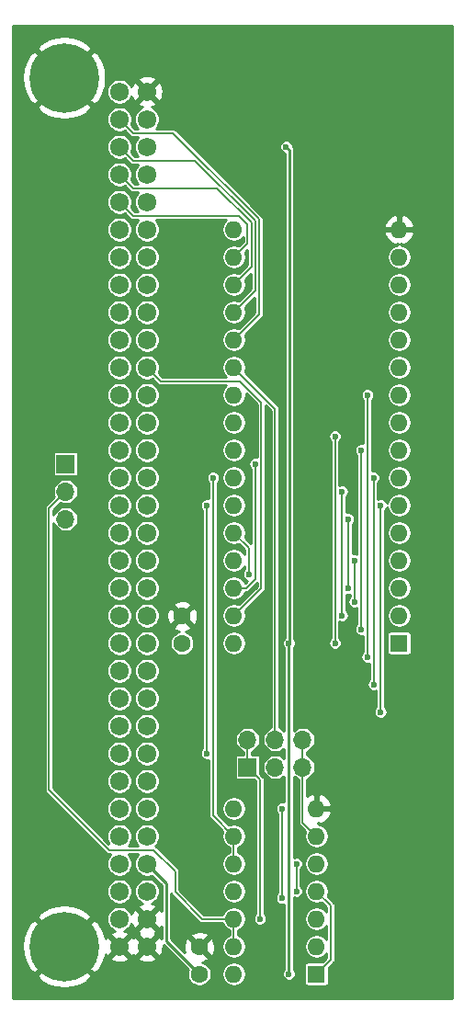
<source format=gbl>
G04 #@! TF.GenerationSoftware,KiCad,Pcbnew,5.1.7*
G04 #@! TF.CreationDate,2020-11-27T22:32:44-08:00*
G04 #@! TF.ProjectId,PC104-ROM,50433130-342d-4524-9f4d-2e6b69636164,rev?*
G04 #@! TF.SameCoordinates,Original*
G04 #@! TF.FileFunction,Copper,L2,Bot*
G04 #@! TF.FilePolarity,Positive*
%FSLAX46Y46*%
G04 Gerber Fmt 4.6, Leading zero omitted, Abs format (unit mm)*
G04 Created by KiCad (PCBNEW 5.1.7) date 2020-11-27 22:32:44*
%MOMM*%
%LPD*%
G01*
G04 APERTURE LIST*
G04 #@! TA.AperFunction,ComponentPad*
%ADD10C,1.600000*%
G04 #@! TD*
G04 #@! TA.AperFunction,ComponentPad*
%ADD11O,1.700000X1.700000*%
G04 #@! TD*
G04 #@! TA.AperFunction,ComponentPad*
%ADD12R,1.700000X1.700000*%
G04 #@! TD*
G04 #@! TA.AperFunction,ComponentPad*
%ADD13O,1.600000X1.600000*%
G04 #@! TD*
G04 #@! TA.AperFunction,ComponentPad*
%ADD14R,1.600000X1.600000*%
G04 #@! TD*
G04 #@! TA.AperFunction,ComponentPad*
%ADD15C,6.400000*%
G04 #@! TD*
G04 #@! TA.AperFunction,ComponentPad*
%ADD16C,1.720000*%
G04 #@! TD*
G04 #@! TA.AperFunction,ViaPad*
%ADD17C,0.600000*%
G04 #@! TD*
G04 #@! TA.AperFunction,Conductor*
%ADD18C,0.152400*%
G04 #@! TD*
G04 #@! TA.AperFunction,Conductor*
%ADD19C,0.250000*%
G04 #@! TD*
G04 #@! TA.AperFunction,Conductor*
%ADD20C,0.254000*%
G04 #@! TD*
G04 #@! TA.AperFunction,Conductor*
%ADD21C,0.100000*%
G04 #@! TD*
G04 APERTURE END LIST*
D10*
X143637000Y-141073500D03*
X143637000Y-143573500D03*
X142049500Y-110617000D03*
X142049500Y-113117000D03*
D11*
X131318000Y-101663500D03*
X131318000Y-99123500D03*
D12*
X131318000Y-96583500D03*
D11*
X153162000Y-121983500D03*
X153162000Y-124523500D03*
X150622000Y-121983500D03*
X150622000Y-124523500D03*
X148082000Y-121983500D03*
D12*
X148082000Y-124523500D03*
D13*
X146812000Y-143573500D03*
X154432000Y-128333500D03*
X146812000Y-141033500D03*
X154432000Y-130873500D03*
X146812000Y-138493500D03*
X154432000Y-133413500D03*
X146812000Y-135953500D03*
X154432000Y-135953500D03*
X146812000Y-133413500D03*
X154432000Y-138493500D03*
X146812000Y-130873500D03*
X154432000Y-141033500D03*
X146812000Y-128333500D03*
D14*
X154432000Y-143573500D03*
D13*
X146812000Y-113093500D03*
X162052000Y-74993500D03*
X146812000Y-110553500D03*
X162052000Y-77533500D03*
X146812000Y-108013500D03*
X162052000Y-80073500D03*
X146812000Y-105473500D03*
X162052000Y-82613500D03*
X146812000Y-102933500D03*
X162052000Y-85153500D03*
X146812000Y-100393500D03*
X162052000Y-87693500D03*
X146812000Y-97853500D03*
X162052000Y-90233500D03*
X146812000Y-95313500D03*
X162052000Y-92773500D03*
X146812000Y-92773500D03*
X162052000Y-95313500D03*
X146812000Y-90233500D03*
X162052000Y-97853500D03*
X146812000Y-87693500D03*
X162052000Y-100393500D03*
X146812000Y-85153500D03*
X162052000Y-102933500D03*
X146812000Y-82613500D03*
X162052000Y-105473500D03*
X146812000Y-80073500D03*
X162052000Y-108013500D03*
X146812000Y-77533500D03*
X162052000Y-110553500D03*
X146812000Y-74993500D03*
D14*
X162052000Y-113093500D03*
D15*
X131191000Y-61023500D03*
X131191000Y-141033500D03*
D16*
X138811000Y-141033500D03*
X138811000Y-138493500D03*
X138811000Y-135953500D03*
X138811000Y-133413500D03*
X138811000Y-130873500D03*
X138811000Y-128333500D03*
X138811000Y-125793500D03*
X138811000Y-123253500D03*
X138811000Y-120713500D03*
X138811000Y-118173500D03*
X138811000Y-115633500D03*
X138811000Y-113093500D03*
X138811000Y-110553500D03*
X138811000Y-108013500D03*
X138811000Y-105473500D03*
X138811000Y-102933500D03*
X138811000Y-100393500D03*
X138811000Y-97853500D03*
X138811000Y-95313500D03*
X138811000Y-92773500D03*
X138811000Y-90233500D03*
X138811000Y-87693500D03*
X138811000Y-85153500D03*
X138811000Y-82613500D03*
X138811000Y-80073500D03*
X138811000Y-77533500D03*
X138811000Y-74993500D03*
X138811000Y-72453500D03*
X138811000Y-69913500D03*
X138811000Y-67373500D03*
X138811000Y-64833500D03*
X138811000Y-62293500D03*
X136271000Y-141033500D03*
X136271000Y-138493500D03*
X136271000Y-135953500D03*
X136271000Y-133413500D03*
X136271000Y-130873500D03*
X136271000Y-128333500D03*
X136271000Y-125793500D03*
X136271000Y-123253500D03*
X136271000Y-120713500D03*
X136271000Y-118173500D03*
X136271000Y-115633500D03*
X136271000Y-113093500D03*
X136271000Y-110553500D03*
X136271000Y-108013500D03*
X136271000Y-105473500D03*
X136271000Y-102933500D03*
X136271000Y-100393500D03*
X136271000Y-97853500D03*
X136271000Y-95313500D03*
X136271000Y-92773500D03*
X136271000Y-90233500D03*
X136271000Y-87693500D03*
X136271000Y-85153500D03*
X136271000Y-82613500D03*
X136271000Y-80073500D03*
X136271000Y-77533500D03*
X136271000Y-74993500D03*
X136271000Y-72453500D03*
X136271000Y-69913500D03*
X136271000Y-67373500D03*
X136271000Y-64833500D03*
X136271000Y-62293500D03*
D17*
X151638000Y-67373500D03*
X151892000Y-113093500D03*
X151892000Y-143573500D03*
X160337500Y-100393500D03*
X160337500Y-119443500D03*
X159702500Y-116903500D03*
X159702500Y-97853500D03*
X159126300Y-114363500D03*
X159131000Y-90233500D03*
X158550100Y-111823500D03*
X158550100Y-95313500D03*
X157924500Y-109283500D03*
X157924500Y-105473500D03*
X148209000Y-106743500D03*
X157355099Y-108013500D03*
X157353000Y-101663500D03*
X156781500Y-99123500D03*
X156781500Y-110553500D03*
X148780500Y-96583500D03*
X156146500Y-94043500D03*
X156146500Y-113093500D03*
X144330800Y-123253500D03*
X144330800Y-100393500D03*
X144907000Y-97853500D03*
X149225000Y-138493500D03*
X152590500Y-135953500D03*
X152590500Y-133413500D03*
X151267000Y-136588500D03*
X151257000Y-128333500D03*
D18*
X148082000Y-74485500D02*
X148082000Y-76263500D01*
X147320000Y-73723500D02*
X148082000Y-74485500D01*
X148082000Y-76263500D02*
X146812000Y-77533500D01*
X137541000Y-73723500D02*
X147320000Y-73723500D01*
X136271000Y-72453500D02*
X137541000Y-73723500D01*
X148434410Y-78451090D02*
X146812000Y-80073500D01*
X148434410Y-74339527D02*
X148434410Y-78451090D01*
X145278383Y-71183500D02*
X148434410Y-74339527D01*
X137541000Y-71183500D02*
X145278383Y-71183500D01*
X136271000Y-69913500D02*
X137541000Y-71183500D01*
X148786820Y-80638680D02*
X146812000Y-82613500D01*
X148786820Y-74193554D02*
X148786820Y-80638680D01*
X143236765Y-68643500D02*
X148786819Y-74193554D01*
X137541000Y-68643500D02*
X143236765Y-68643500D01*
X136271000Y-67373500D02*
X137541000Y-68643500D01*
X149139230Y-82826270D02*
X146812000Y-85153500D01*
X137541000Y-66103500D02*
X141195147Y-66103500D01*
X141195147Y-66103500D02*
X149139230Y-74047583D01*
X136271000Y-64833500D02*
X137541000Y-66103500D01*
X149139230Y-74047583D02*
X149139230Y-74063270D01*
X149139230Y-74063270D02*
X149139230Y-82826270D01*
D19*
X151937999Y-113047501D02*
X151892000Y-113093500D01*
X151937999Y-67673499D02*
X151937999Y-113047501D01*
X151638000Y-67373500D02*
X151937999Y-67673499D01*
X151892000Y-113093500D02*
X151892000Y-138493500D01*
X151892000Y-143573500D02*
X151892000Y-143573500D01*
X151892000Y-138493500D02*
X151892000Y-143573500D01*
X138811000Y-133413500D02*
X140589000Y-135191500D01*
X140589000Y-140525500D02*
X143637000Y-143573500D01*
X140589000Y-135191500D02*
X140589000Y-140525500D01*
D18*
X149356701Y-108008799D02*
X146812000Y-110553500D01*
X149356701Y-90936701D02*
X149356701Y-108008799D01*
X147383500Y-88963500D02*
X149356701Y-90936701D01*
X140081000Y-88963500D02*
X147383500Y-88963500D01*
X138811000Y-87693500D02*
X140081000Y-88963500D01*
X160337500Y-100393500D02*
X160337500Y-119443500D01*
X159702500Y-116903500D02*
X159702500Y-97853500D01*
X159126300Y-90238200D02*
X159131000Y-90233500D01*
X159126300Y-114363500D02*
X159126300Y-90238200D01*
X158550100Y-111823500D02*
X158550100Y-95313500D01*
X157931299Y-105480299D02*
X157924500Y-105473500D01*
X157931299Y-108782299D02*
X157931299Y-109276701D01*
X157931299Y-109276701D02*
X157924500Y-109283500D01*
X157931299Y-108782299D02*
X157931299Y-105480299D01*
X148209000Y-104330500D02*
X146812000Y-102933500D01*
X148209000Y-106743500D02*
X148209000Y-104330500D01*
X157355099Y-108013500D02*
X157355099Y-106174099D01*
X157353000Y-104521000D02*
X157353000Y-101663500D01*
X157348299Y-104525701D02*
X157353000Y-104521000D01*
X157348299Y-106167299D02*
X157355099Y-106174099D01*
X157348299Y-104525701D02*
X157348299Y-106167299D01*
X156778898Y-110550898D02*
X156778898Y-106238102D01*
X156781500Y-110553500D02*
X156778898Y-110550898D01*
X156776799Y-106236003D02*
X156776799Y-99699701D01*
X156778898Y-106238102D02*
X156776799Y-106236003D01*
X156781500Y-99695000D02*
X156776799Y-99699701D01*
X156781500Y-99123500D02*
X156781500Y-99695000D01*
X148785201Y-107171669D02*
X148785201Y-101223701D01*
X147943370Y-108013500D02*
X148785201Y-107171669D01*
X146812000Y-108013500D02*
X147943370Y-108013500D01*
X148780500Y-101219000D02*
X148780500Y-96583500D01*
X148785201Y-101223701D02*
X148780500Y-101219000D01*
X156146500Y-94043500D02*
X156146500Y-113093500D01*
X144330800Y-118173500D02*
X144330800Y-100393500D01*
X144330800Y-118173500D02*
X144330800Y-123253500D01*
X146812000Y-130873500D02*
X146812000Y-133413500D01*
X144907000Y-128968500D02*
X146812000Y-130873500D01*
X144907000Y-97853500D02*
X144907000Y-128968500D01*
X150622000Y-91503500D02*
X146812000Y-87693500D01*
X150622000Y-116903500D02*
X150622000Y-91503500D01*
X150622000Y-116903500D02*
X150622000Y-121983500D01*
X153162000Y-129603500D02*
X154432000Y-130873500D01*
X153162000Y-124523500D02*
X153162000Y-129603500D01*
X153162000Y-124523500D02*
X153162000Y-121983500D01*
X149225000Y-125666500D02*
X148082000Y-124523500D01*
X149225000Y-138493500D02*
X149225000Y-125666500D01*
X148082000Y-121983500D02*
X148082000Y-124523500D01*
X146812000Y-141033500D02*
X146812000Y-138493500D01*
X143891000Y-138493500D02*
X146812000Y-138493500D01*
X141414500Y-136017000D02*
X143891000Y-138493500D01*
X141414500Y-134112000D02*
X141414500Y-136017000D01*
X139446000Y-132143500D02*
X141414500Y-134112000D01*
X135318500Y-132143500D02*
X139446000Y-132143500D01*
X129794000Y-126619000D02*
X135318500Y-132143500D01*
X129794000Y-100647500D02*
X129794000Y-126619000D01*
X131318000Y-99123500D02*
X129794000Y-100647500D01*
X152590500Y-135953500D02*
X152590500Y-133413500D01*
X151267000Y-128343500D02*
X151257000Y-128333500D01*
X151267000Y-136588500D02*
X151267000Y-128343500D01*
X154432000Y-135953500D02*
X155765500Y-137287000D01*
X155765500Y-142240000D02*
X154432000Y-143573500D01*
X155765500Y-137287000D02*
X155765500Y-142240000D01*
D20*
X166891101Y-145809100D02*
X126415400Y-145809100D01*
X126415400Y-143734381D01*
X128669724Y-143734381D01*
X129029912Y-144224048D01*
X129693882Y-144584349D01*
X130415385Y-144808194D01*
X131166695Y-144886980D01*
X131918938Y-144817678D01*
X132643208Y-144602952D01*
X133311670Y-144251055D01*
X133352088Y-144224048D01*
X133712276Y-143734381D01*
X131191000Y-141213105D01*
X128669724Y-143734381D01*
X126415400Y-143734381D01*
X126415400Y-141009195D01*
X127337520Y-141009195D01*
X127406822Y-141761438D01*
X127621548Y-142485708D01*
X127973445Y-143154170D01*
X128000452Y-143194588D01*
X128490119Y-143554776D01*
X131011395Y-141033500D01*
X131370605Y-141033500D01*
X133891881Y-143554776D01*
X134381548Y-143194588D01*
X134741849Y-142530618D01*
X134885054Y-142069035D01*
X135415070Y-142069035D01*
X135493915Y-142319130D01*
X135759661Y-142446029D01*
X136045057Y-142518645D01*
X136339135Y-142534187D01*
X136630596Y-142492060D01*
X136908237Y-142393881D01*
X137048085Y-142319130D01*
X137126930Y-142069035D01*
X137955070Y-142069035D01*
X138033915Y-142319130D01*
X138299661Y-142446029D01*
X138585057Y-142518645D01*
X138879135Y-142534187D01*
X139170596Y-142492060D01*
X139448237Y-142393881D01*
X139588085Y-142319130D01*
X139666930Y-142069035D01*
X138811000Y-141213105D01*
X137955070Y-142069035D01*
X137126930Y-142069035D01*
X136271000Y-141213105D01*
X135415070Y-142069035D01*
X134885054Y-142069035D01*
X134965694Y-141809115D01*
X134968792Y-141779570D01*
X134985370Y-141810585D01*
X135235465Y-141889430D01*
X136091395Y-141033500D01*
X136450605Y-141033500D01*
X137306535Y-141889430D01*
X137541000Y-141815513D01*
X137775465Y-141889430D01*
X138631395Y-141033500D01*
X137775465Y-140177570D01*
X137541000Y-140251487D01*
X137306535Y-140177570D01*
X136450605Y-141033500D01*
X136091395Y-141033500D01*
X135235465Y-140177570D01*
X134985370Y-140256415D01*
X134970092Y-140288409D01*
X134760452Y-139581292D01*
X134408555Y-138912830D01*
X134381548Y-138872412D01*
X133891881Y-138512224D01*
X131370605Y-141033500D01*
X131011395Y-141033500D01*
X128490119Y-138512224D01*
X128000452Y-138872412D01*
X127640151Y-139536382D01*
X127416306Y-140257885D01*
X127337520Y-141009195D01*
X126415400Y-141009195D01*
X126415400Y-138332619D01*
X128669724Y-138332619D01*
X131191000Y-140853895D01*
X133668304Y-138376591D01*
X135084000Y-138376591D01*
X135084000Y-138610409D01*
X135129616Y-138839735D01*
X135219095Y-139055755D01*
X135348997Y-139250168D01*
X135514332Y-139415503D01*
X135708745Y-139545405D01*
X135840543Y-139599998D01*
X135633763Y-139673119D01*
X135493915Y-139747870D01*
X135415070Y-139997965D01*
X136271000Y-140853895D01*
X137126930Y-139997965D01*
X137048085Y-139747870D01*
X136782339Y-139620971D01*
X136700868Y-139600242D01*
X136833255Y-139545405D01*
X136857754Y-139529035D01*
X137955070Y-139529035D01*
X138028987Y-139763500D01*
X137955070Y-139997965D01*
X138811000Y-140853895D01*
X139666930Y-139997965D01*
X139593013Y-139763500D01*
X139666930Y-139529035D01*
X138811000Y-138673105D01*
X137955070Y-139529035D01*
X136857754Y-139529035D01*
X137027668Y-139415503D01*
X137193003Y-139250168D01*
X137322905Y-139055755D01*
X137377498Y-138923957D01*
X137450619Y-139130737D01*
X137525370Y-139270585D01*
X137775465Y-139349430D01*
X138631395Y-138493500D01*
X137775465Y-137637570D01*
X137525370Y-137716415D01*
X137398471Y-137982161D01*
X137377742Y-138063632D01*
X137322905Y-137931245D01*
X137193003Y-137736832D01*
X137027668Y-137571497D01*
X136833255Y-137441595D01*
X136617235Y-137352116D01*
X136387909Y-137306500D01*
X136154091Y-137306500D01*
X135924765Y-137352116D01*
X135708745Y-137441595D01*
X135514332Y-137571497D01*
X135348997Y-137736832D01*
X135219095Y-137931245D01*
X135129616Y-138147265D01*
X135084000Y-138376591D01*
X133668304Y-138376591D01*
X133712276Y-138332619D01*
X133352088Y-137842952D01*
X132688118Y-137482651D01*
X131966615Y-137258806D01*
X131215305Y-137180020D01*
X130463062Y-137249322D01*
X129738792Y-137464048D01*
X129070330Y-137815945D01*
X129029912Y-137842952D01*
X128669724Y-138332619D01*
X126415400Y-138332619D01*
X126415400Y-135836591D01*
X135084000Y-135836591D01*
X135084000Y-136070409D01*
X135129616Y-136299735D01*
X135219095Y-136515755D01*
X135348997Y-136710168D01*
X135514332Y-136875503D01*
X135708745Y-137005405D01*
X135924765Y-137094884D01*
X136154091Y-137140500D01*
X136387909Y-137140500D01*
X136617235Y-137094884D01*
X136833255Y-137005405D01*
X137027668Y-136875503D01*
X137193003Y-136710168D01*
X137322905Y-136515755D01*
X137412384Y-136299735D01*
X137458000Y-136070409D01*
X137458000Y-135836591D01*
X137624000Y-135836591D01*
X137624000Y-136070409D01*
X137669616Y-136299735D01*
X137759095Y-136515755D01*
X137888997Y-136710168D01*
X138054332Y-136875503D01*
X138248745Y-137005405D01*
X138380543Y-137059998D01*
X138173763Y-137133119D01*
X138033915Y-137207870D01*
X137955070Y-137457965D01*
X138811000Y-138313895D01*
X139666930Y-137457965D01*
X139588085Y-137207870D01*
X139322339Y-137080971D01*
X139240868Y-137060242D01*
X139373255Y-137005405D01*
X139567668Y-136875503D01*
X139733003Y-136710168D01*
X139862905Y-136515755D01*
X139952384Y-136299735D01*
X139998000Y-136070409D01*
X139998000Y-135836591D01*
X139952384Y-135607265D01*
X139862905Y-135391245D01*
X139733003Y-135196832D01*
X139567668Y-135031497D01*
X139373255Y-134901595D01*
X139157235Y-134812116D01*
X138927909Y-134766500D01*
X138694091Y-134766500D01*
X138464765Y-134812116D01*
X138248745Y-134901595D01*
X138054332Y-135031497D01*
X137888997Y-135196832D01*
X137759095Y-135391245D01*
X137669616Y-135607265D01*
X137624000Y-135836591D01*
X137458000Y-135836591D01*
X137412384Y-135607265D01*
X137322905Y-135391245D01*
X137193003Y-135196832D01*
X137027668Y-135031497D01*
X136833255Y-134901595D01*
X136617235Y-134812116D01*
X136387909Y-134766500D01*
X136154091Y-134766500D01*
X135924765Y-134812116D01*
X135708745Y-134901595D01*
X135514332Y-135031497D01*
X135348997Y-135196832D01*
X135219095Y-135391245D01*
X135129616Y-135607265D01*
X135084000Y-135836591D01*
X126415400Y-135836591D01*
X126415400Y-100647500D01*
X129388851Y-100647500D01*
X129390800Y-100667291D01*
X129390801Y-126599199D01*
X129388851Y-126619000D01*
X129396635Y-126698041D01*
X129419691Y-126774044D01*
X129457131Y-126844089D01*
X129507517Y-126905484D01*
X129522892Y-126918102D01*
X135019395Y-132414606D01*
X135032016Y-132429984D01*
X135093411Y-132480370D01*
X135163456Y-132517810D01*
X135239459Y-132540865D01*
X135298702Y-132546700D01*
X135298709Y-132546700D01*
X135318500Y-132548649D01*
X135338291Y-132546700D01*
X135459129Y-132546700D01*
X135348997Y-132656832D01*
X135219095Y-132851245D01*
X135129616Y-133067265D01*
X135084000Y-133296591D01*
X135084000Y-133530409D01*
X135129616Y-133759735D01*
X135219095Y-133975755D01*
X135348997Y-134170168D01*
X135514332Y-134335503D01*
X135708745Y-134465405D01*
X135924765Y-134554884D01*
X136154091Y-134600500D01*
X136387909Y-134600500D01*
X136617235Y-134554884D01*
X136833255Y-134465405D01*
X137027668Y-134335503D01*
X137193003Y-134170168D01*
X137322905Y-133975755D01*
X137412384Y-133759735D01*
X137458000Y-133530409D01*
X137458000Y-133296591D01*
X137412384Y-133067265D01*
X137322905Y-132851245D01*
X137193003Y-132656832D01*
X137082871Y-132546700D01*
X137999129Y-132546700D01*
X137888997Y-132656832D01*
X137759095Y-132851245D01*
X137669616Y-133067265D01*
X137624000Y-133296591D01*
X137624000Y-133530409D01*
X137669616Y-133759735D01*
X137759095Y-133975755D01*
X137888997Y-134170168D01*
X138054332Y-134335503D01*
X138248745Y-134465405D01*
X138464765Y-134554884D01*
X138694091Y-134600500D01*
X138927909Y-134600500D01*
X139157235Y-134554884D01*
X139267491Y-134509214D01*
X140137000Y-135378724D01*
X140137000Y-137791942D01*
X140096630Y-137716415D01*
X139846535Y-137637570D01*
X138990605Y-138493500D01*
X139846535Y-139349430D01*
X140096630Y-139270585D01*
X140137001Y-139186042D01*
X140137001Y-140331943D01*
X140096630Y-140256415D01*
X139846535Y-140177570D01*
X138990605Y-141033500D01*
X139846535Y-141889430D01*
X140096630Y-141810585D01*
X140223529Y-141544839D01*
X140296145Y-141259443D01*
X140311687Y-140965365D01*
X140298516Y-140874239D01*
X142587207Y-143162931D01*
X142553310Y-143244766D01*
X142510000Y-143462500D01*
X142510000Y-143684500D01*
X142553310Y-143902234D01*
X142638266Y-144107335D01*
X142761602Y-144291921D01*
X142918579Y-144448898D01*
X143103165Y-144572234D01*
X143308266Y-144657190D01*
X143526000Y-144700500D01*
X143748000Y-144700500D01*
X143965734Y-144657190D01*
X144170835Y-144572234D01*
X144355421Y-144448898D01*
X144512398Y-144291921D01*
X144635734Y-144107335D01*
X144720690Y-143902234D01*
X144764000Y-143684500D01*
X144764000Y-143462500D01*
X145685000Y-143462500D01*
X145685000Y-143684500D01*
X145728310Y-143902234D01*
X145813266Y-144107335D01*
X145936602Y-144291921D01*
X146093579Y-144448898D01*
X146278165Y-144572234D01*
X146483266Y-144657190D01*
X146701000Y-144700500D01*
X146923000Y-144700500D01*
X147140734Y-144657190D01*
X147345835Y-144572234D01*
X147530421Y-144448898D01*
X147687398Y-144291921D01*
X147810734Y-144107335D01*
X147895690Y-143902234D01*
X147939000Y-143684500D01*
X147939000Y-143462500D01*
X147895690Y-143244766D01*
X147810734Y-143039665D01*
X147687398Y-142855079D01*
X147530421Y-142698102D01*
X147345835Y-142574766D01*
X147140734Y-142489810D01*
X146923000Y-142446500D01*
X146701000Y-142446500D01*
X146483266Y-142489810D01*
X146278165Y-142574766D01*
X146093579Y-142698102D01*
X145936602Y-142855079D01*
X145813266Y-143039665D01*
X145728310Y-143244766D01*
X145685000Y-143462500D01*
X144764000Y-143462500D01*
X144720690Y-143244766D01*
X144635734Y-143039665D01*
X144512398Y-142855079D01*
X144355421Y-142698102D01*
X144170835Y-142574766D01*
X143965734Y-142489810D01*
X143924381Y-142481584D01*
X143987130Y-142472287D01*
X144253292Y-142377103D01*
X144378514Y-142310171D01*
X144450097Y-142066202D01*
X143637000Y-141253105D01*
X143622858Y-141267248D01*
X143443253Y-141087643D01*
X143457395Y-141073500D01*
X143816605Y-141073500D01*
X144629702Y-141886597D01*
X144873671Y-141815014D01*
X144994571Y-141559504D01*
X145063300Y-141285316D01*
X145077217Y-141002988D01*
X145035787Y-140723370D01*
X144940603Y-140457208D01*
X144873671Y-140331986D01*
X144629702Y-140260403D01*
X143816605Y-141073500D01*
X143457395Y-141073500D01*
X142644298Y-140260403D01*
X142400329Y-140331986D01*
X142279429Y-140587496D01*
X142210700Y-140861684D01*
X142196783Y-141144012D01*
X142238213Y-141423630D01*
X142300486Y-141597762D01*
X141041000Y-140338277D01*
X141041000Y-140080798D01*
X142823903Y-140080798D01*
X143637000Y-140893895D01*
X144450097Y-140080798D01*
X144378514Y-139836829D01*
X144123004Y-139715929D01*
X143848816Y-139647200D01*
X143566488Y-139633283D01*
X143286870Y-139674713D01*
X143020708Y-139769897D01*
X142895486Y-139836829D01*
X142823903Y-140080798D01*
X141041000Y-140080798D01*
X141041000Y-136173558D01*
X141077631Y-136242089D01*
X141084531Y-136250496D01*
X141128017Y-136303484D01*
X141143392Y-136316102D01*
X143591898Y-138764609D01*
X143604516Y-138779984D01*
X143665911Y-138830370D01*
X143735956Y-138867810D01*
X143788903Y-138883871D01*
X143811958Y-138890865D01*
X143819331Y-138891591D01*
X143871202Y-138896700D01*
X143871209Y-138896700D01*
X143891000Y-138898649D01*
X143910791Y-138896700D01*
X145759155Y-138896700D01*
X145813266Y-139027335D01*
X145936602Y-139211921D01*
X146093579Y-139368898D01*
X146278165Y-139492234D01*
X146408801Y-139546345D01*
X146408800Y-139980655D01*
X146278165Y-140034766D01*
X146093579Y-140158102D01*
X145936602Y-140315079D01*
X145813266Y-140499665D01*
X145728310Y-140704766D01*
X145685000Y-140922500D01*
X145685000Y-141144500D01*
X145728310Y-141362234D01*
X145813266Y-141567335D01*
X145936602Y-141751921D01*
X146093579Y-141908898D01*
X146278165Y-142032234D01*
X146483266Y-142117190D01*
X146701000Y-142160500D01*
X146923000Y-142160500D01*
X147140734Y-142117190D01*
X147345835Y-142032234D01*
X147530421Y-141908898D01*
X147687398Y-141751921D01*
X147810734Y-141567335D01*
X147895690Y-141362234D01*
X147939000Y-141144500D01*
X147939000Y-140922500D01*
X147895690Y-140704766D01*
X147810734Y-140499665D01*
X147687398Y-140315079D01*
X147530421Y-140158102D01*
X147345835Y-140034766D01*
X147215200Y-139980655D01*
X147215200Y-139546345D01*
X147345835Y-139492234D01*
X147530421Y-139368898D01*
X147687398Y-139211921D01*
X147810734Y-139027335D01*
X147895690Y-138822234D01*
X147939000Y-138604500D01*
X147939000Y-138382500D01*
X147895690Y-138164766D01*
X147810734Y-137959665D01*
X147687398Y-137775079D01*
X147530421Y-137618102D01*
X147345835Y-137494766D01*
X147140734Y-137409810D01*
X146923000Y-137366500D01*
X146701000Y-137366500D01*
X146483266Y-137409810D01*
X146278165Y-137494766D01*
X146093579Y-137618102D01*
X145936602Y-137775079D01*
X145813266Y-137959665D01*
X145759155Y-138090300D01*
X144058011Y-138090300D01*
X141817700Y-135849990D01*
X141817700Y-135842500D01*
X145685000Y-135842500D01*
X145685000Y-136064500D01*
X145728310Y-136282234D01*
X145813266Y-136487335D01*
X145936602Y-136671921D01*
X146093579Y-136828898D01*
X146278165Y-136952234D01*
X146483266Y-137037190D01*
X146701000Y-137080500D01*
X146923000Y-137080500D01*
X147140734Y-137037190D01*
X147345835Y-136952234D01*
X147530421Y-136828898D01*
X147687398Y-136671921D01*
X147810734Y-136487335D01*
X147895690Y-136282234D01*
X147939000Y-136064500D01*
X147939000Y-135842500D01*
X147895690Y-135624766D01*
X147810734Y-135419665D01*
X147687398Y-135235079D01*
X147530421Y-135078102D01*
X147345835Y-134954766D01*
X147140734Y-134869810D01*
X146923000Y-134826500D01*
X146701000Y-134826500D01*
X146483266Y-134869810D01*
X146278165Y-134954766D01*
X146093579Y-135078102D01*
X145936602Y-135235079D01*
X145813266Y-135419665D01*
X145728310Y-135624766D01*
X145685000Y-135842500D01*
X141817700Y-135842500D01*
X141817700Y-134131787D01*
X141819649Y-134111999D01*
X141817700Y-134092211D01*
X141817700Y-134092202D01*
X141811865Y-134032959D01*
X141788810Y-133956956D01*
X141751370Y-133886911D01*
X141700984Y-133825516D01*
X141685610Y-133812899D01*
X139745107Y-131872397D01*
X139732484Y-131857016D01*
X139671089Y-131806630D01*
X139601044Y-131769190D01*
X139595625Y-131767546D01*
X139733003Y-131630168D01*
X139862905Y-131435755D01*
X139952384Y-131219735D01*
X139998000Y-130990409D01*
X139998000Y-130756591D01*
X139952384Y-130527265D01*
X139862905Y-130311245D01*
X139733003Y-130116832D01*
X139567668Y-129951497D01*
X139373255Y-129821595D01*
X139157235Y-129732116D01*
X138927909Y-129686500D01*
X138694091Y-129686500D01*
X138464765Y-129732116D01*
X138248745Y-129821595D01*
X138054332Y-129951497D01*
X137888997Y-130116832D01*
X137759095Y-130311245D01*
X137669616Y-130527265D01*
X137624000Y-130756591D01*
X137624000Y-130990409D01*
X137669616Y-131219735D01*
X137759095Y-131435755D01*
X137888997Y-131630168D01*
X137999129Y-131740300D01*
X137082871Y-131740300D01*
X137193003Y-131630168D01*
X137322905Y-131435755D01*
X137412384Y-131219735D01*
X137458000Y-130990409D01*
X137458000Y-130756591D01*
X137412384Y-130527265D01*
X137322905Y-130311245D01*
X137193003Y-130116832D01*
X137027668Y-129951497D01*
X136833255Y-129821595D01*
X136617235Y-129732116D01*
X136387909Y-129686500D01*
X136154091Y-129686500D01*
X135924765Y-129732116D01*
X135708745Y-129821595D01*
X135514332Y-129951497D01*
X135348997Y-130116832D01*
X135219095Y-130311245D01*
X135129616Y-130527265D01*
X135084000Y-130756591D01*
X135084000Y-130990409D01*
X135129616Y-131219735D01*
X135219095Y-131435755D01*
X135295873Y-131550662D01*
X131961802Y-128216591D01*
X135084000Y-128216591D01*
X135084000Y-128450409D01*
X135129616Y-128679735D01*
X135219095Y-128895755D01*
X135348997Y-129090168D01*
X135514332Y-129255503D01*
X135708745Y-129385405D01*
X135924765Y-129474884D01*
X136154091Y-129520500D01*
X136387909Y-129520500D01*
X136617235Y-129474884D01*
X136833255Y-129385405D01*
X137027668Y-129255503D01*
X137193003Y-129090168D01*
X137322905Y-128895755D01*
X137412384Y-128679735D01*
X137458000Y-128450409D01*
X137458000Y-128216591D01*
X137624000Y-128216591D01*
X137624000Y-128450409D01*
X137669616Y-128679735D01*
X137759095Y-128895755D01*
X137888997Y-129090168D01*
X138054332Y-129255503D01*
X138248745Y-129385405D01*
X138464765Y-129474884D01*
X138694091Y-129520500D01*
X138927909Y-129520500D01*
X139157235Y-129474884D01*
X139373255Y-129385405D01*
X139567668Y-129255503D01*
X139733003Y-129090168D01*
X139862905Y-128895755D01*
X139952384Y-128679735D01*
X139998000Y-128450409D01*
X139998000Y-128216591D01*
X139952384Y-127987265D01*
X139862905Y-127771245D01*
X139733003Y-127576832D01*
X139567668Y-127411497D01*
X139373255Y-127281595D01*
X139157235Y-127192116D01*
X138927909Y-127146500D01*
X138694091Y-127146500D01*
X138464765Y-127192116D01*
X138248745Y-127281595D01*
X138054332Y-127411497D01*
X137888997Y-127576832D01*
X137759095Y-127771245D01*
X137669616Y-127987265D01*
X137624000Y-128216591D01*
X137458000Y-128216591D01*
X137412384Y-127987265D01*
X137322905Y-127771245D01*
X137193003Y-127576832D01*
X137027668Y-127411497D01*
X136833255Y-127281595D01*
X136617235Y-127192116D01*
X136387909Y-127146500D01*
X136154091Y-127146500D01*
X135924765Y-127192116D01*
X135708745Y-127281595D01*
X135514332Y-127411497D01*
X135348997Y-127576832D01*
X135219095Y-127771245D01*
X135129616Y-127987265D01*
X135084000Y-128216591D01*
X131961802Y-128216591D01*
X130197200Y-126451990D01*
X130197200Y-125676591D01*
X135084000Y-125676591D01*
X135084000Y-125910409D01*
X135129616Y-126139735D01*
X135219095Y-126355755D01*
X135348997Y-126550168D01*
X135514332Y-126715503D01*
X135708745Y-126845405D01*
X135924765Y-126934884D01*
X136154091Y-126980500D01*
X136387909Y-126980500D01*
X136617235Y-126934884D01*
X136833255Y-126845405D01*
X137027668Y-126715503D01*
X137193003Y-126550168D01*
X137322905Y-126355755D01*
X137412384Y-126139735D01*
X137458000Y-125910409D01*
X137458000Y-125676591D01*
X137624000Y-125676591D01*
X137624000Y-125910409D01*
X137669616Y-126139735D01*
X137759095Y-126355755D01*
X137888997Y-126550168D01*
X138054332Y-126715503D01*
X138248745Y-126845405D01*
X138464765Y-126934884D01*
X138694091Y-126980500D01*
X138927909Y-126980500D01*
X139157235Y-126934884D01*
X139373255Y-126845405D01*
X139567668Y-126715503D01*
X139733003Y-126550168D01*
X139862905Y-126355755D01*
X139952384Y-126139735D01*
X139998000Y-125910409D01*
X139998000Y-125676591D01*
X139952384Y-125447265D01*
X139862905Y-125231245D01*
X139733003Y-125036832D01*
X139567668Y-124871497D01*
X139373255Y-124741595D01*
X139157235Y-124652116D01*
X138927909Y-124606500D01*
X138694091Y-124606500D01*
X138464765Y-124652116D01*
X138248745Y-124741595D01*
X138054332Y-124871497D01*
X137888997Y-125036832D01*
X137759095Y-125231245D01*
X137669616Y-125447265D01*
X137624000Y-125676591D01*
X137458000Y-125676591D01*
X137412384Y-125447265D01*
X137322905Y-125231245D01*
X137193003Y-125036832D01*
X137027668Y-124871497D01*
X136833255Y-124741595D01*
X136617235Y-124652116D01*
X136387909Y-124606500D01*
X136154091Y-124606500D01*
X135924765Y-124652116D01*
X135708745Y-124741595D01*
X135514332Y-124871497D01*
X135348997Y-125036832D01*
X135219095Y-125231245D01*
X135129616Y-125447265D01*
X135084000Y-125676591D01*
X130197200Y-125676591D01*
X130197200Y-123136591D01*
X135084000Y-123136591D01*
X135084000Y-123370409D01*
X135129616Y-123599735D01*
X135219095Y-123815755D01*
X135348997Y-124010168D01*
X135514332Y-124175503D01*
X135708745Y-124305405D01*
X135924765Y-124394884D01*
X136154091Y-124440500D01*
X136387909Y-124440500D01*
X136617235Y-124394884D01*
X136833255Y-124305405D01*
X137027668Y-124175503D01*
X137193003Y-124010168D01*
X137322905Y-123815755D01*
X137412384Y-123599735D01*
X137458000Y-123370409D01*
X137458000Y-123136591D01*
X137624000Y-123136591D01*
X137624000Y-123370409D01*
X137669616Y-123599735D01*
X137759095Y-123815755D01*
X137888997Y-124010168D01*
X138054332Y-124175503D01*
X138248745Y-124305405D01*
X138464765Y-124394884D01*
X138694091Y-124440500D01*
X138927909Y-124440500D01*
X139157235Y-124394884D01*
X139373255Y-124305405D01*
X139567668Y-124175503D01*
X139733003Y-124010168D01*
X139862905Y-123815755D01*
X139952384Y-123599735D01*
X139998000Y-123370409D01*
X139998000Y-123136591D01*
X139952384Y-122907265D01*
X139862905Y-122691245D01*
X139733003Y-122496832D01*
X139567668Y-122331497D01*
X139373255Y-122201595D01*
X139157235Y-122112116D01*
X138927909Y-122066500D01*
X138694091Y-122066500D01*
X138464765Y-122112116D01*
X138248745Y-122201595D01*
X138054332Y-122331497D01*
X137888997Y-122496832D01*
X137759095Y-122691245D01*
X137669616Y-122907265D01*
X137624000Y-123136591D01*
X137458000Y-123136591D01*
X137412384Y-122907265D01*
X137322905Y-122691245D01*
X137193003Y-122496832D01*
X137027668Y-122331497D01*
X136833255Y-122201595D01*
X136617235Y-122112116D01*
X136387909Y-122066500D01*
X136154091Y-122066500D01*
X135924765Y-122112116D01*
X135708745Y-122201595D01*
X135514332Y-122331497D01*
X135348997Y-122496832D01*
X135219095Y-122691245D01*
X135129616Y-122907265D01*
X135084000Y-123136591D01*
X130197200Y-123136591D01*
X130197200Y-120596591D01*
X135084000Y-120596591D01*
X135084000Y-120830409D01*
X135129616Y-121059735D01*
X135219095Y-121275755D01*
X135348997Y-121470168D01*
X135514332Y-121635503D01*
X135708745Y-121765405D01*
X135924765Y-121854884D01*
X136154091Y-121900500D01*
X136387909Y-121900500D01*
X136617235Y-121854884D01*
X136833255Y-121765405D01*
X137027668Y-121635503D01*
X137193003Y-121470168D01*
X137322905Y-121275755D01*
X137412384Y-121059735D01*
X137458000Y-120830409D01*
X137458000Y-120596591D01*
X137624000Y-120596591D01*
X137624000Y-120830409D01*
X137669616Y-121059735D01*
X137759095Y-121275755D01*
X137888997Y-121470168D01*
X138054332Y-121635503D01*
X138248745Y-121765405D01*
X138464765Y-121854884D01*
X138694091Y-121900500D01*
X138927909Y-121900500D01*
X139157235Y-121854884D01*
X139373255Y-121765405D01*
X139567668Y-121635503D01*
X139733003Y-121470168D01*
X139862905Y-121275755D01*
X139952384Y-121059735D01*
X139998000Y-120830409D01*
X139998000Y-120596591D01*
X139952384Y-120367265D01*
X139862905Y-120151245D01*
X139733003Y-119956832D01*
X139567668Y-119791497D01*
X139373255Y-119661595D01*
X139157235Y-119572116D01*
X138927909Y-119526500D01*
X138694091Y-119526500D01*
X138464765Y-119572116D01*
X138248745Y-119661595D01*
X138054332Y-119791497D01*
X137888997Y-119956832D01*
X137759095Y-120151245D01*
X137669616Y-120367265D01*
X137624000Y-120596591D01*
X137458000Y-120596591D01*
X137412384Y-120367265D01*
X137322905Y-120151245D01*
X137193003Y-119956832D01*
X137027668Y-119791497D01*
X136833255Y-119661595D01*
X136617235Y-119572116D01*
X136387909Y-119526500D01*
X136154091Y-119526500D01*
X135924765Y-119572116D01*
X135708745Y-119661595D01*
X135514332Y-119791497D01*
X135348997Y-119956832D01*
X135219095Y-120151245D01*
X135129616Y-120367265D01*
X135084000Y-120596591D01*
X130197200Y-120596591D01*
X130197200Y-118056591D01*
X135084000Y-118056591D01*
X135084000Y-118290409D01*
X135129616Y-118519735D01*
X135219095Y-118735755D01*
X135348997Y-118930168D01*
X135514332Y-119095503D01*
X135708745Y-119225405D01*
X135924765Y-119314884D01*
X136154091Y-119360500D01*
X136387909Y-119360500D01*
X136617235Y-119314884D01*
X136833255Y-119225405D01*
X137027668Y-119095503D01*
X137193003Y-118930168D01*
X137322905Y-118735755D01*
X137412384Y-118519735D01*
X137458000Y-118290409D01*
X137458000Y-118056591D01*
X137624000Y-118056591D01*
X137624000Y-118290409D01*
X137669616Y-118519735D01*
X137759095Y-118735755D01*
X137888997Y-118930168D01*
X138054332Y-119095503D01*
X138248745Y-119225405D01*
X138464765Y-119314884D01*
X138694091Y-119360500D01*
X138927909Y-119360500D01*
X139157235Y-119314884D01*
X139373255Y-119225405D01*
X139567668Y-119095503D01*
X139733003Y-118930168D01*
X139862905Y-118735755D01*
X139952384Y-118519735D01*
X139998000Y-118290409D01*
X139998000Y-118056591D01*
X139952384Y-117827265D01*
X139862905Y-117611245D01*
X139733003Y-117416832D01*
X139567668Y-117251497D01*
X139373255Y-117121595D01*
X139157235Y-117032116D01*
X138927909Y-116986500D01*
X138694091Y-116986500D01*
X138464765Y-117032116D01*
X138248745Y-117121595D01*
X138054332Y-117251497D01*
X137888997Y-117416832D01*
X137759095Y-117611245D01*
X137669616Y-117827265D01*
X137624000Y-118056591D01*
X137458000Y-118056591D01*
X137412384Y-117827265D01*
X137322905Y-117611245D01*
X137193003Y-117416832D01*
X137027668Y-117251497D01*
X136833255Y-117121595D01*
X136617235Y-117032116D01*
X136387909Y-116986500D01*
X136154091Y-116986500D01*
X135924765Y-117032116D01*
X135708745Y-117121595D01*
X135514332Y-117251497D01*
X135348997Y-117416832D01*
X135219095Y-117611245D01*
X135129616Y-117827265D01*
X135084000Y-118056591D01*
X130197200Y-118056591D01*
X130197200Y-115516591D01*
X135084000Y-115516591D01*
X135084000Y-115750409D01*
X135129616Y-115979735D01*
X135219095Y-116195755D01*
X135348997Y-116390168D01*
X135514332Y-116555503D01*
X135708745Y-116685405D01*
X135924765Y-116774884D01*
X136154091Y-116820500D01*
X136387909Y-116820500D01*
X136617235Y-116774884D01*
X136833255Y-116685405D01*
X137027668Y-116555503D01*
X137193003Y-116390168D01*
X137322905Y-116195755D01*
X137412384Y-115979735D01*
X137458000Y-115750409D01*
X137458000Y-115516591D01*
X137624000Y-115516591D01*
X137624000Y-115750409D01*
X137669616Y-115979735D01*
X137759095Y-116195755D01*
X137888997Y-116390168D01*
X138054332Y-116555503D01*
X138248745Y-116685405D01*
X138464765Y-116774884D01*
X138694091Y-116820500D01*
X138927909Y-116820500D01*
X139157235Y-116774884D01*
X139373255Y-116685405D01*
X139567668Y-116555503D01*
X139733003Y-116390168D01*
X139862905Y-116195755D01*
X139952384Y-115979735D01*
X139998000Y-115750409D01*
X139998000Y-115516591D01*
X139952384Y-115287265D01*
X139862905Y-115071245D01*
X139733003Y-114876832D01*
X139567668Y-114711497D01*
X139373255Y-114581595D01*
X139157235Y-114492116D01*
X138927909Y-114446500D01*
X138694091Y-114446500D01*
X138464765Y-114492116D01*
X138248745Y-114581595D01*
X138054332Y-114711497D01*
X137888997Y-114876832D01*
X137759095Y-115071245D01*
X137669616Y-115287265D01*
X137624000Y-115516591D01*
X137458000Y-115516591D01*
X137412384Y-115287265D01*
X137322905Y-115071245D01*
X137193003Y-114876832D01*
X137027668Y-114711497D01*
X136833255Y-114581595D01*
X136617235Y-114492116D01*
X136387909Y-114446500D01*
X136154091Y-114446500D01*
X135924765Y-114492116D01*
X135708745Y-114581595D01*
X135514332Y-114711497D01*
X135348997Y-114876832D01*
X135219095Y-115071245D01*
X135129616Y-115287265D01*
X135084000Y-115516591D01*
X130197200Y-115516591D01*
X130197200Y-112976591D01*
X135084000Y-112976591D01*
X135084000Y-113210409D01*
X135129616Y-113439735D01*
X135219095Y-113655755D01*
X135348997Y-113850168D01*
X135514332Y-114015503D01*
X135708745Y-114145405D01*
X135924765Y-114234884D01*
X136154091Y-114280500D01*
X136387909Y-114280500D01*
X136617235Y-114234884D01*
X136833255Y-114145405D01*
X137027668Y-114015503D01*
X137193003Y-113850168D01*
X137322905Y-113655755D01*
X137412384Y-113439735D01*
X137458000Y-113210409D01*
X137458000Y-112976591D01*
X137624000Y-112976591D01*
X137624000Y-113210409D01*
X137669616Y-113439735D01*
X137759095Y-113655755D01*
X137888997Y-113850168D01*
X138054332Y-114015503D01*
X138248745Y-114145405D01*
X138464765Y-114234884D01*
X138694091Y-114280500D01*
X138927909Y-114280500D01*
X139157235Y-114234884D01*
X139373255Y-114145405D01*
X139567668Y-114015503D01*
X139733003Y-113850168D01*
X139862905Y-113655755D01*
X139952384Y-113439735D01*
X139998000Y-113210409D01*
X139998000Y-113006000D01*
X140922500Y-113006000D01*
X140922500Y-113228000D01*
X140965810Y-113445734D01*
X141050766Y-113650835D01*
X141174102Y-113835421D01*
X141331079Y-113992398D01*
X141515665Y-114115734D01*
X141720766Y-114200690D01*
X141938500Y-114244000D01*
X142160500Y-114244000D01*
X142378234Y-114200690D01*
X142583335Y-114115734D01*
X142767921Y-113992398D01*
X142924898Y-113835421D01*
X143048234Y-113650835D01*
X143133190Y-113445734D01*
X143176500Y-113228000D01*
X143176500Y-113006000D01*
X143133190Y-112788266D01*
X143048234Y-112583165D01*
X142924898Y-112398579D01*
X142767921Y-112241602D01*
X142583335Y-112118266D01*
X142378234Y-112033310D01*
X142336881Y-112025084D01*
X142399630Y-112015787D01*
X142665792Y-111920603D01*
X142791014Y-111853671D01*
X142862597Y-111609702D01*
X142049500Y-110796605D01*
X141236403Y-111609702D01*
X141307986Y-111853671D01*
X141563496Y-111974571D01*
X141763733Y-112024763D01*
X141720766Y-112033310D01*
X141515665Y-112118266D01*
X141331079Y-112241602D01*
X141174102Y-112398579D01*
X141050766Y-112583165D01*
X140965810Y-112788266D01*
X140922500Y-113006000D01*
X139998000Y-113006000D01*
X139998000Y-112976591D01*
X139952384Y-112747265D01*
X139862905Y-112531245D01*
X139733003Y-112336832D01*
X139567668Y-112171497D01*
X139373255Y-112041595D01*
X139157235Y-111952116D01*
X138927909Y-111906500D01*
X138694091Y-111906500D01*
X138464765Y-111952116D01*
X138248745Y-112041595D01*
X138054332Y-112171497D01*
X137888997Y-112336832D01*
X137759095Y-112531245D01*
X137669616Y-112747265D01*
X137624000Y-112976591D01*
X137458000Y-112976591D01*
X137412384Y-112747265D01*
X137322905Y-112531245D01*
X137193003Y-112336832D01*
X137027668Y-112171497D01*
X136833255Y-112041595D01*
X136617235Y-111952116D01*
X136387909Y-111906500D01*
X136154091Y-111906500D01*
X135924765Y-111952116D01*
X135708745Y-112041595D01*
X135514332Y-112171497D01*
X135348997Y-112336832D01*
X135219095Y-112531245D01*
X135129616Y-112747265D01*
X135084000Y-112976591D01*
X130197200Y-112976591D01*
X130197200Y-110436591D01*
X135084000Y-110436591D01*
X135084000Y-110670409D01*
X135129616Y-110899735D01*
X135219095Y-111115755D01*
X135348997Y-111310168D01*
X135514332Y-111475503D01*
X135708745Y-111605405D01*
X135924765Y-111694884D01*
X136154091Y-111740500D01*
X136387909Y-111740500D01*
X136617235Y-111694884D01*
X136833255Y-111605405D01*
X137027668Y-111475503D01*
X137193003Y-111310168D01*
X137322905Y-111115755D01*
X137412384Y-110899735D01*
X137458000Y-110670409D01*
X137458000Y-110436591D01*
X137624000Y-110436591D01*
X137624000Y-110670409D01*
X137669616Y-110899735D01*
X137759095Y-111115755D01*
X137888997Y-111310168D01*
X138054332Y-111475503D01*
X138248745Y-111605405D01*
X138464765Y-111694884D01*
X138694091Y-111740500D01*
X138927909Y-111740500D01*
X139157235Y-111694884D01*
X139373255Y-111605405D01*
X139567668Y-111475503D01*
X139733003Y-111310168D01*
X139862905Y-111115755D01*
X139952384Y-110899735D01*
X139994597Y-110687512D01*
X140609283Y-110687512D01*
X140650713Y-110967130D01*
X140745897Y-111233292D01*
X140812829Y-111358514D01*
X141056798Y-111430097D01*
X141869895Y-110617000D01*
X142229105Y-110617000D01*
X143042202Y-111430097D01*
X143286171Y-111358514D01*
X143407071Y-111103004D01*
X143475800Y-110828816D01*
X143489717Y-110546488D01*
X143448287Y-110266870D01*
X143353103Y-110000708D01*
X143286171Y-109875486D01*
X143042202Y-109803903D01*
X142229105Y-110617000D01*
X141869895Y-110617000D01*
X141056798Y-109803903D01*
X140812829Y-109875486D01*
X140691929Y-110130996D01*
X140623200Y-110405184D01*
X140609283Y-110687512D01*
X139994597Y-110687512D01*
X139998000Y-110670409D01*
X139998000Y-110436591D01*
X139952384Y-110207265D01*
X139862905Y-109991245D01*
X139733003Y-109796832D01*
X139567668Y-109631497D01*
X139556894Y-109624298D01*
X141236403Y-109624298D01*
X142049500Y-110437395D01*
X142862597Y-109624298D01*
X142791014Y-109380329D01*
X142535504Y-109259429D01*
X142261316Y-109190700D01*
X141978988Y-109176783D01*
X141699370Y-109218213D01*
X141433208Y-109313397D01*
X141307986Y-109380329D01*
X141236403Y-109624298D01*
X139556894Y-109624298D01*
X139373255Y-109501595D01*
X139157235Y-109412116D01*
X138927909Y-109366500D01*
X138694091Y-109366500D01*
X138464765Y-109412116D01*
X138248745Y-109501595D01*
X138054332Y-109631497D01*
X137888997Y-109796832D01*
X137759095Y-109991245D01*
X137669616Y-110207265D01*
X137624000Y-110436591D01*
X137458000Y-110436591D01*
X137412384Y-110207265D01*
X137322905Y-109991245D01*
X137193003Y-109796832D01*
X137027668Y-109631497D01*
X136833255Y-109501595D01*
X136617235Y-109412116D01*
X136387909Y-109366500D01*
X136154091Y-109366500D01*
X135924765Y-109412116D01*
X135708745Y-109501595D01*
X135514332Y-109631497D01*
X135348997Y-109796832D01*
X135219095Y-109991245D01*
X135129616Y-110207265D01*
X135084000Y-110436591D01*
X130197200Y-110436591D01*
X130197200Y-107896591D01*
X135084000Y-107896591D01*
X135084000Y-108130409D01*
X135129616Y-108359735D01*
X135219095Y-108575755D01*
X135348997Y-108770168D01*
X135514332Y-108935503D01*
X135708745Y-109065405D01*
X135924765Y-109154884D01*
X136154091Y-109200500D01*
X136387909Y-109200500D01*
X136617235Y-109154884D01*
X136833255Y-109065405D01*
X137027668Y-108935503D01*
X137193003Y-108770168D01*
X137322905Y-108575755D01*
X137412384Y-108359735D01*
X137458000Y-108130409D01*
X137458000Y-107896591D01*
X137624000Y-107896591D01*
X137624000Y-108130409D01*
X137669616Y-108359735D01*
X137759095Y-108575755D01*
X137888997Y-108770168D01*
X138054332Y-108935503D01*
X138248745Y-109065405D01*
X138464765Y-109154884D01*
X138694091Y-109200500D01*
X138927909Y-109200500D01*
X139157235Y-109154884D01*
X139373255Y-109065405D01*
X139567668Y-108935503D01*
X139733003Y-108770168D01*
X139862905Y-108575755D01*
X139952384Y-108359735D01*
X139998000Y-108130409D01*
X139998000Y-107896591D01*
X139952384Y-107667265D01*
X139862905Y-107451245D01*
X139733003Y-107256832D01*
X139567668Y-107091497D01*
X139373255Y-106961595D01*
X139157235Y-106872116D01*
X138927909Y-106826500D01*
X138694091Y-106826500D01*
X138464765Y-106872116D01*
X138248745Y-106961595D01*
X138054332Y-107091497D01*
X137888997Y-107256832D01*
X137759095Y-107451245D01*
X137669616Y-107667265D01*
X137624000Y-107896591D01*
X137458000Y-107896591D01*
X137412384Y-107667265D01*
X137322905Y-107451245D01*
X137193003Y-107256832D01*
X137027668Y-107091497D01*
X136833255Y-106961595D01*
X136617235Y-106872116D01*
X136387909Y-106826500D01*
X136154091Y-106826500D01*
X135924765Y-106872116D01*
X135708745Y-106961595D01*
X135514332Y-107091497D01*
X135348997Y-107256832D01*
X135219095Y-107451245D01*
X135129616Y-107667265D01*
X135084000Y-107896591D01*
X130197200Y-107896591D01*
X130197200Y-105356591D01*
X135084000Y-105356591D01*
X135084000Y-105590409D01*
X135129616Y-105819735D01*
X135219095Y-106035755D01*
X135348997Y-106230168D01*
X135514332Y-106395503D01*
X135708745Y-106525405D01*
X135924765Y-106614884D01*
X136154091Y-106660500D01*
X136387909Y-106660500D01*
X136617235Y-106614884D01*
X136833255Y-106525405D01*
X137027668Y-106395503D01*
X137193003Y-106230168D01*
X137322905Y-106035755D01*
X137412384Y-105819735D01*
X137458000Y-105590409D01*
X137458000Y-105356591D01*
X137624000Y-105356591D01*
X137624000Y-105590409D01*
X137669616Y-105819735D01*
X137759095Y-106035755D01*
X137888997Y-106230168D01*
X138054332Y-106395503D01*
X138248745Y-106525405D01*
X138464765Y-106614884D01*
X138694091Y-106660500D01*
X138927909Y-106660500D01*
X139157235Y-106614884D01*
X139373255Y-106525405D01*
X139567668Y-106395503D01*
X139733003Y-106230168D01*
X139862905Y-106035755D01*
X139952384Y-105819735D01*
X139998000Y-105590409D01*
X139998000Y-105356591D01*
X139952384Y-105127265D01*
X139862905Y-104911245D01*
X139733003Y-104716832D01*
X139567668Y-104551497D01*
X139373255Y-104421595D01*
X139157235Y-104332116D01*
X138927909Y-104286500D01*
X138694091Y-104286500D01*
X138464765Y-104332116D01*
X138248745Y-104421595D01*
X138054332Y-104551497D01*
X137888997Y-104716832D01*
X137759095Y-104911245D01*
X137669616Y-105127265D01*
X137624000Y-105356591D01*
X137458000Y-105356591D01*
X137412384Y-105127265D01*
X137322905Y-104911245D01*
X137193003Y-104716832D01*
X137027668Y-104551497D01*
X136833255Y-104421595D01*
X136617235Y-104332116D01*
X136387909Y-104286500D01*
X136154091Y-104286500D01*
X135924765Y-104332116D01*
X135708745Y-104421595D01*
X135514332Y-104551497D01*
X135348997Y-104716832D01*
X135219095Y-104911245D01*
X135129616Y-105127265D01*
X135084000Y-105356591D01*
X130197200Y-105356591D01*
X130197200Y-102033299D01*
X130274956Y-102221019D01*
X130403764Y-102413794D01*
X130567706Y-102577736D01*
X130760481Y-102706544D01*
X130974682Y-102795269D01*
X131202076Y-102840500D01*
X131433924Y-102840500D01*
X131554123Y-102816591D01*
X135084000Y-102816591D01*
X135084000Y-103050409D01*
X135129616Y-103279735D01*
X135219095Y-103495755D01*
X135348997Y-103690168D01*
X135514332Y-103855503D01*
X135708745Y-103985405D01*
X135924765Y-104074884D01*
X136154091Y-104120500D01*
X136387909Y-104120500D01*
X136617235Y-104074884D01*
X136833255Y-103985405D01*
X137027668Y-103855503D01*
X137193003Y-103690168D01*
X137322905Y-103495755D01*
X137412384Y-103279735D01*
X137458000Y-103050409D01*
X137458000Y-102816591D01*
X137624000Y-102816591D01*
X137624000Y-103050409D01*
X137669616Y-103279735D01*
X137759095Y-103495755D01*
X137888997Y-103690168D01*
X138054332Y-103855503D01*
X138248745Y-103985405D01*
X138464765Y-104074884D01*
X138694091Y-104120500D01*
X138927909Y-104120500D01*
X139157235Y-104074884D01*
X139373255Y-103985405D01*
X139567668Y-103855503D01*
X139733003Y-103690168D01*
X139862905Y-103495755D01*
X139952384Y-103279735D01*
X139998000Y-103050409D01*
X139998000Y-102816591D01*
X139952384Y-102587265D01*
X139862905Y-102371245D01*
X139733003Y-102176832D01*
X139567668Y-102011497D01*
X139373255Y-101881595D01*
X139157235Y-101792116D01*
X138927909Y-101746500D01*
X138694091Y-101746500D01*
X138464765Y-101792116D01*
X138248745Y-101881595D01*
X138054332Y-102011497D01*
X137888997Y-102176832D01*
X137759095Y-102371245D01*
X137669616Y-102587265D01*
X137624000Y-102816591D01*
X137458000Y-102816591D01*
X137412384Y-102587265D01*
X137322905Y-102371245D01*
X137193003Y-102176832D01*
X137027668Y-102011497D01*
X136833255Y-101881595D01*
X136617235Y-101792116D01*
X136387909Y-101746500D01*
X136154091Y-101746500D01*
X135924765Y-101792116D01*
X135708745Y-101881595D01*
X135514332Y-102011497D01*
X135348997Y-102176832D01*
X135219095Y-102371245D01*
X135129616Y-102587265D01*
X135084000Y-102816591D01*
X131554123Y-102816591D01*
X131661318Y-102795269D01*
X131875519Y-102706544D01*
X132068294Y-102577736D01*
X132232236Y-102413794D01*
X132361044Y-102221019D01*
X132449769Y-102006818D01*
X132495000Y-101779424D01*
X132495000Y-101547576D01*
X132449769Y-101320182D01*
X132361044Y-101105981D01*
X132232236Y-100913206D01*
X132068294Y-100749264D01*
X131875519Y-100620456D01*
X131661318Y-100531731D01*
X131433924Y-100486500D01*
X131202076Y-100486500D01*
X130974682Y-100531731D01*
X130760481Y-100620456D01*
X130567706Y-100749264D01*
X130403764Y-100913206D01*
X130274956Y-101105981D01*
X130197200Y-101293701D01*
X130197200Y-100814510D01*
X130820363Y-100191348D01*
X130974682Y-100255269D01*
X131202076Y-100300500D01*
X131433924Y-100300500D01*
X131554123Y-100276591D01*
X135084000Y-100276591D01*
X135084000Y-100510409D01*
X135129616Y-100739735D01*
X135219095Y-100955755D01*
X135348997Y-101150168D01*
X135514332Y-101315503D01*
X135708745Y-101445405D01*
X135924765Y-101534884D01*
X136154091Y-101580500D01*
X136387909Y-101580500D01*
X136617235Y-101534884D01*
X136833255Y-101445405D01*
X137027668Y-101315503D01*
X137193003Y-101150168D01*
X137322905Y-100955755D01*
X137412384Y-100739735D01*
X137458000Y-100510409D01*
X137458000Y-100276591D01*
X137624000Y-100276591D01*
X137624000Y-100510409D01*
X137669616Y-100739735D01*
X137759095Y-100955755D01*
X137888997Y-101150168D01*
X138054332Y-101315503D01*
X138248745Y-101445405D01*
X138464765Y-101534884D01*
X138694091Y-101580500D01*
X138927909Y-101580500D01*
X139157235Y-101534884D01*
X139373255Y-101445405D01*
X139567668Y-101315503D01*
X139733003Y-101150168D01*
X139862905Y-100955755D01*
X139952384Y-100739735D01*
X139998000Y-100510409D01*
X139998000Y-100331746D01*
X143703800Y-100331746D01*
X143703800Y-100455254D01*
X143727895Y-100576389D01*
X143775160Y-100690496D01*
X143843777Y-100793189D01*
X143927601Y-100877013D01*
X143927600Y-118153702D01*
X143927600Y-118153703D01*
X143927601Y-122769987D01*
X143843777Y-122853811D01*
X143775160Y-122956504D01*
X143727895Y-123070611D01*
X143703800Y-123191746D01*
X143703800Y-123315254D01*
X143727895Y-123436389D01*
X143775160Y-123550496D01*
X143843777Y-123653189D01*
X143931111Y-123740523D01*
X144033804Y-123809140D01*
X144147911Y-123856405D01*
X144269046Y-123880500D01*
X144392554Y-123880500D01*
X144503801Y-123858372D01*
X144503801Y-128948699D01*
X144501851Y-128968500D01*
X144509635Y-129047541D01*
X144532691Y-129123544D01*
X144570131Y-129193589D01*
X144620517Y-129254984D01*
X144635892Y-129267602D01*
X145782421Y-130414131D01*
X145728310Y-130544766D01*
X145685000Y-130762500D01*
X145685000Y-130984500D01*
X145728310Y-131202234D01*
X145813266Y-131407335D01*
X145936602Y-131591921D01*
X146093579Y-131748898D01*
X146278165Y-131872234D01*
X146408800Y-131926345D01*
X146408801Y-132360655D01*
X146278165Y-132414766D01*
X146093579Y-132538102D01*
X145936602Y-132695079D01*
X145813266Y-132879665D01*
X145728310Y-133084766D01*
X145685000Y-133302500D01*
X145685000Y-133524500D01*
X145728310Y-133742234D01*
X145813266Y-133947335D01*
X145936602Y-134131921D01*
X146093579Y-134288898D01*
X146278165Y-134412234D01*
X146483266Y-134497190D01*
X146701000Y-134540500D01*
X146923000Y-134540500D01*
X147140734Y-134497190D01*
X147345835Y-134412234D01*
X147530421Y-134288898D01*
X147687398Y-134131921D01*
X147810734Y-133947335D01*
X147895690Y-133742234D01*
X147939000Y-133524500D01*
X147939000Y-133302500D01*
X147895690Y-133084766D01*
X147810734Y-132879665D01*
X147687398Y-132695079D01*
X147530421Y-132538102D01*
X147345835Y-132414766D01*
X147215200Y-132360655D01*
X147215200Y-131926345D01*
X147345835Y-131872234D01*
X147530421Y-131748898D01*
X147687398Y-131591921D01*
X147810734Y-131407335D01*
X147895690Y-131202234D01*
X147939000Y-130984500D01*
X147939000Y-130762500D01*
X147895690Y-130544766D01*
X147810734Y-130339665D01*
X147687398Y-130155079D01*
X147530421Y-129998102D01*
X147345835Y-129874766D01*
X147140734Y-129789810D01*
X146923000Y-129746500D01*
X146701000Y-129746500D01*
X146483266Y-129789810D01*
X146352631Y-129843921D01*
X145310200Y-128801490D01*
X145310200Y-128222500D01*
X145685000Y-128222500D01*
X145685000Y-128444500D01*
X145728310Y-128662234D01*
X145813266Y-128867335D01*
X145936602Y-129051921D01*
X146093579Y-129208898D01*
X146278165Y-129332234D01*
X146483266Y-129417190D01*
X146701000Y-129460500D01*
X146923000Y-129460500D01*
X147140734Y-129417190D01*
X147345835Y-129332234D01*
X147530421Y-129208898D01*
X147687398Y-129051921D01*
X147810734Y-128867335D01*
X147895690Y-128662234D01*
X147939000Y-128444500D01*
X147939000Y-128222500D01*
X147895690Y-128004766D01*
X147810734Y-127799665D01*
X147687398Y-127615079D01*
X147530421Y-127458102D01*
X147345835Y-127334766D01*
X147140734Y-127249810D01*
X146923000Y-127206500D01*
X146701000Y-127206500D01*
X146483266Y-127249810D01*
X146278165Y-127334766D01*
X146093579Y-127458102D01*
X145936602Y-127615079D01*
X145813266Y-127799665D01*
X145728310Y-128004766D01*
X145685000Y-128222500D01*
X145310200Y-128222500D01*
X145310200Y-123673500D01*
X146903418Y-123673500D01*
X146903418Y-125373500D01*
X146909732Y-125437603D01*
X146928430Y-125499243D01*
X146958794Y-125556050D01*
X146999657Y-125605843D01*
X147049450Y-125646706D01*
X147106257Y-125677070D01*
X147167897Y-125695768D01*
X147232000Y-125702082D01*
X148690371Y-125702082D01*
X148821801Y-125833512D01*
X148821800Y-138009988D01*
X148737977Y-138093811D01*
X148669360Y-138196504D01*
X148622095Y-138310611D01*
X148598000Y-138431746D01*
X148598000Y-138555254D01*
X148622095Y-138676389D01*
X148669360Y-138790496D01*
X148737977Y-138893189D01*
X148825311Y-138980523D01*
X148928004Y-139049140D01*
X149042111Y-139096405D01*
X149163246Y-139120500D01*
X149286754Y-139120500D01*
X149407889Y-139096405D01*
X149521996Y-139049140D01*
X149624689Y-138980523D01*
X149712023Y-138893189D01*
X149780640Y-138790496D01*
X149827905Y-138676389D01*
X149852000Y-138555254D01*
X149852000Y-138431746D01*
X149827905Y-138310611D01*
X149780640Y-138196504D01*
X149712023Y-138093811D01*
X149628200Y-138009988D01*
X149628200Y-125686287D01*
X149630149Y-125666499D01*
X149628200Y-125646706D01*
X149628200Y-125646702D01*
X149622365Y-125587459D01*
X149599310Y-125511456D01*
X149561870Y-125441411D01*
X149511484Y-125380016D01*
X149496109Y-125367398D01*
X149260582Y-125131871D01*
X149260582Y-123673500D01*
X149254268Y-123609397D01*
X149235570Y-123547757D01*
X149205206Y-123490950D01*
X149164343Y-123441157D01*
X149114550Y-123400294D01*
X149057743Y-123369930D01*
X148996103Y-123351232D01*
X148932000Y-123344918D01*
X148485200Y-123344918D01*
X148485200Y-123090465D01*
X148639519Y-123026544D01*
X148832294Y-122897736D01*
X148996236Y-122733794D01*
X149125044Y-122541019D01*
X149213769Y-122326818D01*
X149259000Y-122099424D01*
X149259000Y-121867576D01*
X149213769Y-121640182D01*
X149125044Y-121425981D01*
X148996236Y-121233206D01*
X148832294Y-121069264D01*
X148639519Y-120940456D01*
X148425318Y-120851731D01*
X148197924Y-120806500D01*
X147966076Y-120806500D01*
X147738682Y-120851731D01*
X147524481Y-120940456D01*
X147331706Y-121069264D01*
X147167764Y-121233206D01*
X147038956Y-121425981D01*
X146950231Y-121640182D01*
X146905000Y-121867576D01*
X146905000Y-122099424D01*
X146950231Y-122326818D01*
X147038956Y-122541019D01*
X147167764Y-122733794D01*
X147331706Y-122897736D01*
X147524481Y-123026544D01*
X147678800Y-123090465D01*
X147678801Y-123344918D01*
X147232000Y-123344918D01*
X147167897Y-123351232D01*
X147106257Y-123369930D01*
X147049450Y-123400294D01*
X146999657Y-123441157D01*
X146958794Y-123490950D01*
X146928430Y-123547757D01*
X146909732Y-123609397D01*
X146903418Y-123673500D01*
X145310200Y-123673500D01*
X145310200Y-112982500D01*
X145685000Y-112982500D01*
X145685000Y-113204500D01*
X145728310Y-113422234D01*
X145813266Y-113627335D01*
X145936602Y-113811921D01*
X146093579Y-113968898D01*
X146278165Y-114092234D01*
X146483266Y-114177190D01*
X146701000Y-114220500D01*
X146923000Y-114220500D01*
X147140734Y-114177190D01*
X147345835Y-114092234D01*
X147530421Y-113968898D01*
X147687398Y-113811921D01*
X147810734Y-113627335D01*
X147895690Y-113422234D01*
X147939000Y-113204500D01*
X147939000Y-112982500D01*
X147895690Y-112764766D01*
X147810734Y-112559665D01*
X147687398Y-112375079D01*
X147530421Y-112218102D01*
X147345835Y-112094766D01*
X147140734Y-112009810D01*
X146923000Y-111966500D01*
X146701000Y-111966500D01*
X146483266Y-112009810D01*
X146278165Y-112094766D01*
X146093579Y-112218102D01*
X145936602Y-112375079D01*
X145813266Y-112559665D01*
X145728310Y-112764766D01*
X145685000Y-112982500D01*
X145310200Y-112982500D01*
X145310200Y-100282500D01*
X145685000Y-100282500D01*
X145685000Y-100504500D01*
X145728310Y-100722234D01*
X145813266Y-100927335D01*
X145936602Y-101111921D01*
X146093579Y-101268898D01*
X146278165Y-101392234D01*
X146483266Y-101477190D01*
X146701000Y-101520500D01*
X146923000Y-101520500D01*
X147140734Y-101477190D01*
X147345835Y-101392234D01*
X147530421Y-101268898D01*
X147687398Y-101111921D01*
X147810734Y-100927335D01*
X147895690Y-100722234D01*
X147939000Y-100504500D01*
X147939000Y-100282500D01*
X147895690Y-100064766D01*
X147810734Y-99859665D01*
X147687398Y-99675079D01*
X147530421Y-99518102D01*
X147345835Y-99394766D01*
X147140734Y-99309810D01*
X146923000Y-99266500D01*
X146701000Y-99266500D01*
X146483266Y-99309810D01*
X146278165Y-99394766D01*
X146093579Y-99518102D01*
X145936602Y-99675079D01*
X145813266Y-99859665D01*
X145728310Y-100064766D01*
X145685000Y-100282500D01*
X145310200Y-100282500D01*
X145310200Y-98337012D01*
X145394023Y-98253189D01*
X145462640Y-98150496D01*
X145509905Y-98036389D01*
X145534000Y-97915254D01*
X145534000Y-97791746D01*
X145524205Y-97742500D01*
X145685000Y-97742500D01*
X145685000Y-97964500D01*
X145728310Y-98182234D01*
X145813266Y-98387335D01*
X145936602Y-98571921D01*
X146093579Y-98728898D01*
X146278165Y-98852234D01*
X146483266Y-98937190D01*
X146701000Y-98980500D01*
X146923000Y-98980500D01*
X147140734Y-98937190D01*
X147345835Y-98852234D01*
X147530421Y-98728898D01*
X147687398Y-98571921D01*
X147810734Y-98387335D01*
X147895690Y-98182234D01*
X147939000Y-97964500D01*
X147939000Y-97742500D01*
X147895690Y-97524766D01*
X147810734Y-97319665D01*
X147687398Y-97135079D01*
X147530421Y-96978102D01*
X147345835Y-96854766D01*
X147140734Y-96769810D01*
X146923000Y-96726500D01*
X146701000Y-96726500D01*
X146483266Y-96769810D01*
X146278165Y-96854766D01*
X146093579Y-96978102D01*
X145936602Y-97135079D01*
X145813266Y-97319665D01*
X145728310Y-97524766D01*
X145685000Y-97742500D01*
X145524205Y-97742500D01*
X145509905Y-97670611D01*
X145462640Y-97556504D01*
X145394023Y-97453811D01*
X145306689Y-97366477D01*
X145203996Y-97297860D01*
X145089889Y-97250595D01*
X144968754Y-97226500D01*
X144845246Y-97226500D01*
X144724111Y-97250595D01*
X144610004Y-97297860D01*
X144507311Y-97366477D01*
X144419977Y-97453811D01*
X144351360Y-97556504D01*
X144304095Y-97670611D01*
X144280000Y-97791746D01*
X144280000Y-97915254D01*
X144304095Y-98036389D01*
X144351360Y-98150496D01*
X144419977Y-98253189D01*
X144503800Y-98337012D01*
X144503800Y-99788628D01*
X144392554Y-99766500D01*
X144269046Y-99766500D01*
X144147911Y-99790595D01*
X144033804Y-99837860D01*
X143931111Y-99906477D01*
X143843777Y-99993811D01*
X143775160Y-100096504D01*
X143727895Y-100210611D01*
X143703800Y-100331746D01*
X139998000Y-100331746D01*
X139998000Y-100276591D01*
X139952384Y-100047265D01*
X139862905Y-99831245D01*
X139733003Y-99636832D01*
X139567668Y-99471497D01*
X139373255Y-99341595D01*
X139157235Y-99252116D01*
X138927909Y-99206500D01*
X138694091Y-99206500D01*
X138464765Y-99252116D01*
X138248745Y-99341595D01*
X138054332Y-99471497D01*
X137888997Y-99636832D01*
X137759095Y-99831245D01*
X137669616Y-100047265D01*
X137624000Y-100276591D01*
X137458000Y-100276591D01*
X137412384Y-100047265D01*
X137322905Y-99831245D01*
X137193003Y-99636832D01*
X137027668Y-99471497D01*
X136833255Y-99341595D01*
X136617235Y-99252116D01*
X136387909Y-99206500D01*
X136154091Y-99206500D01*
X135924765Y-99252116D01*
X135708745Y-99341595D01*
X135514332Y-99471497D01*
X135348997Y-99636832D01*
X135219095Y-99831245D01*
X135129616Y-100047265D01*
X135084000Y-100276591D01*
X131554123Y-100276591D01*
X131661318Y-100255269D01*
X131875519Y-100166544D01*
X132068294Y-100037736D01*
X132232236Y-99873794D01*
X132361044Y-99681019D01*
X132449769Y-99466818D01*
X132495000Y-99239424D01*
X132495000Y-99007576D01*
X132449769Y-98780182D01*
X132361044Y-98565981D01*
X132232236Y-98373206D01*
X132068294Y-98209264D01*
X131875519Y-98080456D01*
X131661318Y-97991731D01*
X131433924Y-97946500D01*
X131202076Y-97946500D01*
X130974682Y-97991731D01*
X130760481Y-98080456D01*
X130567706Y-98209264D01*
X130403764Y-98373206D01*
X130274956Y-98565981D01*
X130186231Y-98780182D01*
X130141000Y-99007576D01*
X130141000Y-99239424D01*
X130186231Y-99466818D01*
X130250152Y-99621137D01*
X129522897Y-100348393D01*
X129507516Y-100361016D01*
X129457130Y-100422412D01*
X129419690Y-100492457D01*
X129396635Y-100568460D01*
X129390800Y-100627703D01*
X129390800Y-100627709D01*
X129388851Y-100647500D01*
X126415400Y-100647500D01*
X126415400Y-95733500D01*
X130139418Y-95733500D01*
X130139418Y-97433500D01*
X130145732Y-97497603D01*
X130164430Y-97559243D01*
X130194794Y-97616050D01*
X130235657Y-97665843D01*
X130285450Y-97706706D01*
X130342257Y-97737070D01*
X130403897Y-97755768D01*
X130468000Y-97762082D01*
X132168000Y-97762082D01*
X132232103Y-97755768D01*
X132293743Y-97737070D01*
X132294639Y-97736591D01*
X135084000Y-97736591D01*
X135084000Y-97970409D01*
X135129616Y-98199735D01*
X135219095Y-98415755D01*
X135348997Y-98610168D01*
X135514332Y-98775503D01*
X135708745Y-98905405D01*
X135924765Y-98994884D01*
X136154091Y-99040500D01*
X136387909Y-99040500D01*
X136617235Y-98994884D01*
X136833255Y-98905405D01*
X137027668Y-98775503D01*
X137193003Y-98610168D01*
X137322905Y-98415755D01*
X137412384Y-98199735D01*
X137458000Y-97970409D01*
X137458000Y-97736591D01*
X137624000Y-97736591D01*
X137624000Y-97970409D01*
X137669616Y-98199735D01*
X137759095Y-98415755D01*
X137888997Y-98610168D01*
X138054332Y-98775503D01*
X138248745Y-98905405D01*
X138464765Y-98994884D01*
X138694091Y-99040500D01*
X138927909Y-99040500D01*
X139157235Y-98994884D01*
X139373255Y-98905405D01*
X139567668Y-98775503D01*
X139733003Y-98610168D01*
X139862905Y-98415755D01*
X139952384Y-98199735D01*
X139998000Y-97970409D01*
X139998000Y-97736591D01*
X139952384Y-97507265D01*
X139862905Y-97291245D01*
X139733003Y-97096832D01*
X139567668Y-96931497D01*
X139373255Y-96801595D01*
X139157235Y-96712116D01*
X138927909Y-96666500D01*
X138694091Y-96666500D01*
X138464765Y-96712116D01*
X138248745Y-96801595D01*
X138054332Y-96931497D01*
X137888997Y-97096832D01*
X137759095Y-97291245D01*
X137669616Y-97507265D01*
X137624000Y-97736591D01*
X137458000Y-97736591D01*
X137412384Y-97507265D01*
X137322905Y-97291245D01*
X137193003Y-97096832D01*
X137027668Y-96931497D01*
X136833255Y-96801595D01*
X136617235Y-96712116D01*
X136387909Y-96666500D01*
X136154091Y-96666500D01*
X135924765Y-96712116D01*
X135708745Y-96801595D01*
X135514332Y-96931497D01*
X135348997Y-97096832D01*
X135219095Y-97291245D01*
X135129616Y-97507265D01*
X135084000Y-97736591D01*
X132294639Y-97736591D01*
X132350550Y-97706706D01*
X132400343Y-97665843D01*
X132441206Y-97616050D01*
X132471570Y-97559243D01*
X132490268Y-97497603D01*
X132496582Y-97433500D01*
X132496582Y-95733500D01*
X132490268Y-95669397D01*
X132471570Y-95607757D01*
X132441206Y-95550950D01*
X132400343Y-95501157D01*
X132350550Y-95460294D01*
X132293743Y-95429930D01*
X132232103Y-95411232D01*
X132168000Y-95404918D01*
X130468000Y-95404918D01*
X130403897Y-95411232D01*
X130342257Y-95429930D01*
X130285450Y-95460294D01*
X130235657Y-95501157D01*
X130194794Y-95550950D01*
X130164430Y-95607757D01*
X130145732Y-95669397D01*
X130139418Y-95733500D01*
X126415400Y-95733500D01*
X126415400Y-95196591D01*
X135084000Y-95196591D01*
X135084000Y-95430409D01*
X135129616Y-95659735D01*
X135219095Y-95875755D01*
X135348997Y-96070168D01*
X135514332Y-96235503D01*
X135708745Y-96365405D01*
X135924765Y-96454884D01*
X136154091Y-96500500D01*
X136387909Y-96500500D01*
X136617235Y-96454884D01*
X136833255Y-96365405D01*
X137027668Y-96235503D01*
X137193003Y-96070168D01*
X137322905Y-95875755D01*
X137412384Y-95659735D01*
X137458000Y-95430409D01*
X137458000Y-95196591D01*
X137624000Y-95196591D01*
X137624000Y-95430409D01*
X137669616Y-95659735D01*
X137759095Y-95875755D01*
X137888997Y-96070168D01*
X138054332Y-96235503D01*
X138248745Y-96365405D01*
X138464765Y-96454884D01*
X138694091Y-96500500D01*
X138927909Y-96500500D01*
X139157235Y-96454884D01*
X139373255Y-96365405D01*
X139567668Y-96235503D01*
X139733003Y-96070168D01*
X139862905Y-95875755D01*
X139952384Y-95659735D01*
X139998000Y-95430409D01*
X139998000Y-95202500D01*
X145685000Y-95202500D01*
X145685000Y-95424500D01*
X145728310Y-95642234D01*
X145813266Y-95847335D01*
X145936602Y-96031921D01*
X146093579Y-96188898D01*
X146278165Y-96312234D01*
X146483266Y-96397190D01*
X146701000Y-96440500D01*
X146923000Y-96440500D01*
X147140734Y-96397190D01*
X147345835Y-96312234D01*
X147530421Y-96188898D01*
X147687398Y-96031921D01*
X147810734Y-95847335D01*
X147895690Y-95642234D01*
X147939000Y-95424500D01*
X147939000Y-95202500D01*
X147895690Y-94984766D01*
X147810734Y-94779665D01*
X147687398Y-94595079D01*
X147530421Y-94438102D01*
X147345835Y-94314766D01*
X147140734Y-94229810D01*
X146923000Y-94186500D01*
X146701000Y-94186500D01*
X146483266Y-94229810D01*
X146278165Y-94314766D01*
X146093579Y-94438102D01*
X145936602Y-94595079D01*
X145813266Y-94779665D01*
X145728310Y-94984766D01*
X145685000Y-95202500D01*
X139998000Y-95202500D01*
X139998000Y-95196591D01*
X139952384Y-94967265D01*
X139862905Y-94751245D01*
X139733003Y-94556832D01*
X139567668Y-94391497D01*
X139373255Y-94261595D01*
X139157235Y-94172116D01*
X138927909Y-94126500D01*
X138694091Y-94126500D01*
X138464765Y-94172116D01*
X138248745Y-94261595D01*
X138054332Y-94391497D01*
X137888997Y-94556832D01*
X137759095Y-94751245D01*
X137669616Y-94967265D01*
X137624000Y-95196591D01*
X137458000Y-95196591D01*
X137412384Y-94967265D01*
X137322905Y-94751245D01*
X137193003Y-94556832D01*
X137027668Y-94391497D01*
X136833255Y-94261595D01*
X136617235Y-94172116D01*
X136387909Y-94126500D01*
X136154091Y-94126500D01*
X135924765Y-94172116D01*
X135708745Y-94261595D01*
X135514332Y-94391497D01*
X135348997Y-94556832D01*
X135219095Y-94751245D01*
X135129616Y-94967265D01*
X135084000Y-95196591D01*
X126415400Y-95196591D01*
X126415400Y-92656591D01*
X135084000Y-92656591D01*
X135084000Y-92890409D01*
X135129616Y-93119735D01*
X135219095Y-93335755D01*
X135348997Y-93530168D01*
X135514332Y-93695503D01*
X135708745Y-93825405D01*
X135924765Y-93914884D01*
X136154091Y-93960500D01*
X136387909Y-93960500D01*
X136617235Y-93914884D01*
X136833255Y-93825405D01*
X137027668Y-93695503D01*
X137193003Y-93530168D01*
X137322905Y-93335755D01*
X137412384Y-93119735D01*
X137458000Y-92890409D01*
X137458000Y-92656591D01*
X137624000Y-92656591D01*
X137624000Y-92890409D01*
X137669616Y-93119735D01*
X137759095Y-93335755D01*
X137888997Y-93530168D01*
X138054332Y-93695503D01*
X138248745Y-93825405D01*
X138464765Y-93914884D01*
X138694091Y-93960500D01*
X138927909Y-93960500D01*
X139157235Y-93914884D01*
X139373255Y-93825405D01*
X139567668Y-93695503D01*
X139733003Y-93530168D01*
X139862905Y-93335755D01*
X139952384Y-93119735D01*
X139998000Y-92890409D01*
X139998000Y-92662500D01*
X145685000Y-92662500D01*
X145685000Y-92884500D01*
X145728310Y-93102234D01*
X145813266Y-93307335D01*
X145936602Y-93491921D01*
X146093579Y-93648898D01*
X146278165Y-93772234D01*
X146483266Y-93857190D01*
X146701000Y-93900500D01*
X146923000Y-93900500D01*
X147140734Y-93857190D01*
X147345835Y-93772234D01*
X147530421Y-93648898D01*
X147687398Y-93491921D01*
X147810734Y-93307335D01*
X147895690Y-93102234D01*
X147939000Y-92884500D01*
X147939000Y-92662500D01*
X147895690Y-92444766D01*
X147810734Y-92239665D01*
X147687398Y-92055079D01*
X147530421Y-91898102D01*
X147345835Y-91774766D01*
X147140734Y-91689810D01*
X146923000Y-91646500D01*
X146701000Y-91646500D01*
X146483266Y-91689810D01*
X146278165Y-91774766D01*
X146093579Y-91898102D01*
X145936602Y-92055079D01*
X145813266Y-92239665D01*
X145728310Y-92444766D01*
X145685000Y-92662500D01*
X139998000Y-92662500D01*
X139998000Y-92656591D01*
X139952384Y-92427265D01*
X139862905Y-92211245D01*
X139733003Y-92016832D01*
X139567668Y-91851497D01*
X139373255Y-91721595D01*
X139157235Y-91632116D01*
X138927909Y-91586500D01*
X138694091Y-91586500D01*
X138464765Y-91632116D01*
X138248745Y-91721595D01*
X138054332Y-91851497D01*
X137888997Y-92016832D01*
X137759095Y-92211245D01*
X137669616Y-92427265D01*
X137624000Y-92656591D01*
X137458000Y-92656591D01*
X137412384Y-92427265D01*
X137322905Y-92211245D01*
X137193003Y-92016832D01*
X137027668Y-91851497D01*
X136833255Y-91721595D01*
X136617235Y-91632116D01*
X136387909Y-91586500D01*
X136154091Y-91586500D01*
X135924765Y-91632116D01*
X135708745Y-91721595D01*
X135514332Y-91851497D01*
X135348997Y-92016832D01*
X135219095Y-92211245D01*
X135129616Y-92427265D01*
X135084000Y-92656591D01*
X126415400Y-92656591D01*
X126415400Y-90116591D01*
X135084000Y-90116591D01*
X135084000Y-90350409D01*
X135129616Y-90579735D01*
X135219095Y-90795755D01*
X135348997Y-90990168D01*
X135514332Y-91155503D01*
X135708745Y-91285405D01*
X135924765Y-91374884D01*
X136154091Y-91420500D01*
X136387909Y-91420500D01*
X136617235Y-91374884D01*
X136833255Y-91285405D01*
X137027668Y-91155503D01*
X137193003Y-90990168D01*
X137322905Y-90795755D01*
X137412384Y-90579735D01*
X137458000Y-90350409D01*
X137458000Y-90116591D01*
X137624000Y-90116591D01*
X137624000Y-90350409D01*
X137669616Y-90579735D01*
X137759095Y-90795755D01*
X137888997Y-90990168D01*
X138054332Y-91155503D01*
X138248745Y-91285405D01*
X138464765Y-91374884D01*
X138694091Y-91420500D01*
X138927909Y-91420500D01*
X139157235Y-91374884D01*
X139373255Y-91285405D01*
X139567668Y-91155503D01*
X139733003Y-90990168D01*
X139862905Y-90795755D01*
X139952384Y-90579735D01*
X139998000Y-90350409D01*
X139998000Y-90116591D01*
X139952384Y-89887265D01*
X139862905Y-89671245D01*
X139733003Y-89476832D01*
X139567668Y-89311497D01*
X139373255Y-89181595D01*
X139157235Y-89092116D01*
X138927909Y-89046500D01*
X138694091Y-89046500D01*
X138464765Y-89092116D01*
X138248745Y-89181595D01*
X138054332Y-89311497D01*
X137888997Y-89476832D01*
X137759095Y-89671245D01*
X137669616Y-89887265D01*
X137624000Y-90116591D01*
X137458000Y-90116591D01*
X137412384Y-89887265D01*
X137322905Y-89671245D01*
X137193003Y-89476832D01*
X137027668Y-89311497D01*
X136833255Y-89181595D01*
X136617235Y-89092116D01*
X136387909Y-89046500D01*
X136154091Y-89046500D01*
X135924765Y-89092116D01*
X135708745Y-89181595D01*
X135514332Y-89311497D01*
X135348997Y-89476832D01*
X135219095Y-89671245D01*
X135129616Y-89887265D01*
X135084000Y-90116591D01*
X126415400Y-90116591D01*
X126415400Y-87576591D01*
X135084000Y-87576591D01*
X135084000Y-87810409D01*
X135129616Y-88039735D01*
X135219095Y-88255755D01*
X135348997Y-88450168D01*
X135514332Y-88615503D01*
X135708745Y-88745405D01*
X135924765Y-88834884D01*
X136154091Y-88880500D01*
X136387909Y-88880500D01*
X136617235Y-88834884D01*
X136833255Y-88745405D01*
X137027668Y-88615503D01*
X137193003Y-88450168D01*
X137322905Y-88255755D01*
X137412384Y-88039735D01*
X137458000Y-87810409D01*
X137458000Y-87576591D01*
X137624000Y-87576591D01*
X137624000Y-87810409D01*
X137669616Y-88039735D01*
X137759095Y-88255755D01*
X137888997Y-88450168D01*
X138054332Y-88615503D01*
X138248745Y-88745405D01*
X138464765Y-88834884D01*
X138694091Y-88880500D01*
X138927909Y-88880500D01*
X139157235Y-88834884D01*
X139316290Y-88769001D01*
X139781895Y-89234606D01*
X139794516Y-89249984D01*
X139855911Y-89300370D01*
X139925956Y-89337810D01*
X140001959Y-89360865D01*
X140061202Y-89366700D01*
X140061211Y-89366700D01*
X140080999Y-89368649D01*
X140100787Y-89366700D01*
X146084981Y-89366700D01*
X145936602Y-89515079D01*
X145813266Y-89699665D01*
X145728310Y-89904766D01*
X145685000Y-90122500D01*
X145685000Y-90344500D01*
X145728310Y-90562234D01*
X145813266Y-90767335D01*
X145936602Y-90951921D01*
X146093579Y-91108898D01*
X146278165Y-91232234D01*
X146483266Y-91317190D01*
X146701000Y-91360500D01*
X146923000Y-91360500D01*
X147140734Y-91317190D01*
X147345835Y-91232234D01*
X147530421Y-91108898D01*
X147687398Y-90951921D01*
X147810734Y-90767335D01*
X147895690Y-90562234D01*
X147939000Y-90344500D01*
X147939000Y-90122500D01*
X147930734Y-90080945D01*
X148953501Y-91103712D01*
X148953501Y-95978628D01*
X148842254Y-95956500D01*
X148718746Y-95956500D01*
X148597611Y-95980595D01*
X148483504Y-96027860D01*
X148380811Y-96096477D01*
X148293477Y-96183811D01*
X148224860Y-96286504D01*
X148177595Y-96400611D01*
X148153500Y-96521746D01*
X148153500Y-96645254D01*
X148177595Y-96766389D01*
X148224860Y-96880496D01*
X148293477Y-96983189D01*
X148377301Y-97067013D01*
X148377300Y-101199209D01*
X148375351Y-101219000D01*
X148377300Y-101238791D01*
X148377300Y-101238797D01*
X148382002Y-101286536D01*
X148382002Y-103933291D01*
X147841579Y-103392869D01*
X147895690Y-103262234D01*
X147939000Y-103044500D01*
X147939000Y-102822500D01*
X147895690Y-102604766D01*
X147810734Y-102399665D01*
X147687398Y-102215079D01*
X147530421Y-102058102D01*
X147345835Y-101934766D01*
X147140734Y-101849810D01*
X146923000Y-101806500D01*
X146701000Y-101806500D01*
X146483266Y-101849810D01*
X146278165Y-101934766D01*
X146093579Y-102058102D01*
X145936602Y-102215079D01*
X145813266Y-102399665D01*
X145728310Y-102604766D01*
X145685000Y-102822500D01*
X145685000Y-103044500D01*
X145728310Y-103262234D01*
X145813266Y-103467335D01*
X145936602Y-103651921D01*
X146093579Y-103808898D01*
X146278165Y-103932234D01*
X146483266Y-104017190D01*
X146701000Y-104060500D01*
X146923000Y-104060500D01*
X147140734Y-104017190D01*
X147271369Y-103963079D01*
X147805801Y-104497512D01*
X147805801Y-104932282D01*
X147687398Y-104755079D01*
X147530421Y-104598102D01*
X147345835Y-104474766D01*
X147140734Y-104389810D01*
X146923000Y-104346500D01*
X146701000Y-104346500D01*
X146483266Y-104389810D01*
X146278165Y-104474766D01*
X146093579Y-104598102D01*
X145936602Y-104755079D01*
X145813266Y-104939665D01*
X145728310Y-105144766D01*
X145685000Y-105362500D01*
X145685000Y-105584500D01*
X145728310Y-105802234D01*
X145813266Y-106007335D01*
X145936602Y-106191921D01*
X146093579Y-106348898D01*
X146278165Y-106472234D01*
X146483266Y-106557190D01*
X146701000Y-106600500D01*
X146923000Y-106600500D01*
X147140734Y-106557190D01*
X147345835Y-106472234D01*
X147530421Y-106348898D01*
X147687398Y-106191921D01*
X147805800Y-106014719D01*
X147805800Y-106259988D01*
X147721977Y-106343811D01*
X147653360Y-106446504D01*
X147606095Y-106560611D01*
X147582000Y-106681746D01*
X147582000Y-106805254D01*
X147606095Y-106926389D01*
X147653360Y-107040496D01*
X147721977Y-107143189D01*
X147809311Y-107230523D01*
X147912004Y-107299140D01*
X148026111Y-107346405D01*
X148037908Y-107348752D01*
X147838928Y-107547732D01*
X147810734Y-107479665D01*
X147687398Y-107295079D01*
X147530421Y-107138102D01*
X147345835Y-107014766D01*
X147140734Y-106929810D01*
X146923000Y-106886500D01*
X146701000Y-106886500D01*
X146483266Y-106929810D01*
X146278165Y-107014766D01*
X146093579Y-107138102D01*
X145936602Y-107295079D01*
X145813266Y-107479665D01*
X145728310Y-107684766D01*
X145685000Y-107902500D01*
X145685000Y-108124500D01*
X145728310Y-108342234D01*
X145813266Y-108547335D01*
X145936602Y-108731921D01*
X146093579Y-108888898D01*
X146278165Y-109012234D01*
X146483266Y-109097190D01*
X146701000Y-109140500D01*
X146923000Y-109140500D01*
X147140734Y-109097190D01*
X147345835Y-109012234D01*
X147530421Y-108888898D01*
X147687398Y-108731921D01*
X147810734Y-108547335D01*
X147864845Y-108416700D01*
X147923579Y-108416700D01*
X147943370Y-108418649D01*
X147963161Y-108416700D01*
X147963168Y-108416700D01*
X148022411Y-108410865D01*
X148098414Y-108387810D01*
X148168459Y-108350370D01*
X148229854Y-108299984D01*
X148242477Y-108284603D01*
X148953502Y-107573579D01*
X148953502Y-107841788D01*
X147271369Y-109523921D01*
X147140734Y-109469810D01*
X146923000Y-109426500D01*
X146701000Y-109426500D01*
X146483266Y-109469810D01*
X146278165Y-109554766D01*
X146093579Y-109678102D01*
X145936602Y-109835079D01*
X145813266Y-110019665D01*
X145728310Y-110224766D01*
X145685000Y-110442500D01*
X145685000Y-110664500D01*
X145728310Y-110882234D01*
X145813266Y-111087335D01*
X145936602Y-111271921D01*
X146093579Y-111428898D01*
X146278165Y-111552234D01*
X146483266Y-111637190D01*
X146701000Y-111680500D01*
X146923000Y-111680500D01*
X147140734Y-111637190D01*
X147345835Y-111552234D01*
X147530421Y-111428898D01*
X147687398Y-111271921D01*
X147810734Y-111087335D01*
X147895690Y-110882234D01*
X147939000Y-110664500D01*
X147939000Y-110442500D01*
X147895690Y-110224766D01*
X147841579Y-110094131D01*
X149627804Y-108307906D01*
X149643185Y-108295283D01*
X149693571Y-108233888D01*
X149713615Y-108196389D01*
X149731011Y-108163844D01*
X149754066Y-108087840D01*
X149759901Y-108028597D01*
X149759901Y-108028590D01*
X149761850Y-108008799D01*
X149759901Y-107989008D01*
X149759901Y-91211611D01*
X150218801Y-91670511D01*
X150218800Y-116883702D01*
X150218800Y-116883703D01*
X150218801Y-120876535D01*
X150064481Y-120940456D01*
X149871706Y-121069264D01*
X149707764Y-121233206D01*
X149578956Y-121425981D01*
X149490231Y-121640182D01*
X149445000Y-121867576D01*
X149445000Y-122099424D01*
X149490231Y-122326818D01*
X149578956Y-122541019D01*
X149707764Y-122733794D01*
X149871706Y-122897736D01*
X150064481Y-123026544D01*
X150278682Y-123115269D01*
X150506076Y-123160500D01*
X150737924Y-123160500D01*
X150965318Y-123115269D01*
X151179519Y-123026544D01*
X151372294Y-122897736D01*
X151440000Y-122830030D01*
X151440000Y-123676970D01*
X151372294Y-123609264D01*
X151179519Y-123480456D01*
X150965318Y-123391731D01*
X150737924Y-123346500D01*
X150506076Y-123346500D01*
X150278682Y-123391731D01*
X150064481Y-123480456D01*
X149871706Y-123609264D01*
X149707764Y-123773206D01*
X149578956Y-123965981D01*
X149490231Y-124180182D01*
X149445000Y-124407576D01*
X149445000Y-124639424D01*
X149490231Y-124866818D01*
X149578956Y-125081019D01*
X149707764Y-125273794D01*
X149871706Y-125437736D01*
X150064481Y-125566544D01*
X150278682Y-125655269D01*
X150506076Y-125700500D01*
X150737924Y-125700500D01*
X150965318Y-125655269D01*
X151179519Y-125566544D01*
X151372294Y-125437736D01*
X151440000Y-125370030D01*
X151440001Y-127730641D01*
X151439889Y-127730595D01*
X151318754Y-127706500D01*
X151195246Y-127706500D01*
X151074111Y-127730595D01*
X150960004Y-127777860D01*
X150857311Y-127846477D01*
X150769977Y-127933811D01*
X150701360Y-128036504D01*
X150654095Y-128150611D01*
X150630000Y-128271746D01*
X150630000Y-128395254D01*
X150654095Y-128516389D01*
X150701360Y-128630496D01*
X150769977Y-128733189D01*
X150857311Y-128820523D01*
X150863801Y-128824859D01*
X150863800Y-136104988D01*
X150779977Y-136188811D01*
X150711360Y-136291504D01*
X150664095Y-136405611D01*
X150640000Y-136526746D01*
X150640000Y-136650254D01*
X150664095Y-136771389D01*
X150711360Y-136885496D01*
X150779977Y-136988189D01*
X150867311Y-137075523D01*
X150970004Y-137144140D01*
X151084111Y-137191405D01*
X151205246Y-137215500D01*
X151328754Y-137215500D01*
X151440001Y-137193372D01*
X151440001Y-138471286D01*
X151440000Y-138471296D01*
X151440001Y-143138787D01*
X151404977Y-143173811D01*
X151336360Y-143276504D01*
X151289095Y-143390611D01*
X151265000Y-143511746D01*
X151265000Y-143635254D01*
X151289095Y-143756389D01*
X151336360Y-143870496D01*
X151404977Y-143973189D01*
X151492311Y-144060523D01*
X151595004Y-144129140D01*
X151709111Y-144176405D01*
X151830246Y-144200500D01*
X151953754Y-144200500D01*
X152074889Y-144176405D01*
X152188996Y-144129140D01*
X152291689Y-144060523D01*
X152379023Y-143973189D01*
X152447640Y-143870496D01*
X152494905Y-143756389D01*
X152519000Y-143635254D01*
X152519000Y-143511746D01*
X152494905Y-143390611D01*
X152447640Y-143276504D01*
X152379023Y-143173811D01*
X152344000Y-143138788D01*
X152344000Y-142773500D01*
X153303418Y-142773500D01*
X153303418Y-144373500D01*
X153309732Y-144437603D01*
X153328430Y-144499243D01*
X153358794Y-144556050D01*
X153399657Y-144605843D01*
X153449450Y-144646706D01*
X153506257Y-144677070D01*
X153567897Y-144695768D01*
X153632000Y-144702082D01*
X155232000Y-144702082D01*
X155296103Y-144695768D01*
X155357743Y-144677070D01*
X155414550Y-144646706D01*
X155464343Y-144605843D01*
X155505206Y-144556050D01*
X155535570Y-144499243D01*
X155554268Y-144437603D01*
X155560582Y-144373500D01*
X155560582Y-143015129D01*
X156036609Y-142539102D01*
X156051984Y-142526484D01*
X156102370Y-142465089D01*
X156139810Y-142395044D01*
X156162865Y-142319041D01*
X156168700Y-142259798D01*
X156168700Y-142259791D01*
X156170649Y-142240000D01*
X156168700Y-142220209D01*
X156168700Y-137306791D01*
X156170649Y-137287000D01*
X156168700Y-137267209D01*
X156168700Y-137267202D01*
X156162865Y-137207959D01*
X156139810Y-137131956D01*
X156102370Y-137061911D01*
X156051984Y-137000516D01*
X156036610Y-136987899D01*
X155461579Y-136412869D01*
X155515690Y-136282234D01*
X155559000Y-136064500D01*
X155559000Y-135842500D01*
X155515690Y-135624766D01*
X155430734Y-135419665D01*
X155307398Y-135235079D01*
X155150421Y-135078102D01*
X154965835Y-134954766D01*
X154760734Y-134869810D01*
X154543000Y-134826500D01*
X154321000Y-134826500D01*
X154103266Y-134869810D01*
X153898165Y-134954766D01*
X153713579Y-135078102D01*
X153556602Y-135235079D01*
X153433266Y-135419665D01*
X153348310Y-135624766D01*
X153305000Y-135842500D01*
X153305000Y-136064500D01*
X153348310Y-136282234D01*
X153433266Y-136487335D01*
X153556602Y-136671921D01*
X153713579Y-136828898D01*
X153898165Y-136952234D01*
X154103266Y-137037190D01*
X154321000Y-137080500D01*
X154543000Y-137080500D01*
X154760734Y-137037190D01*
X154891369Y-136983079D01*
X155362300Y-137454011D01*
X155362300Y-137857246D01*
X155307398Y-137775079D01*
X155150421Y-137618102D01*
X154965835Y-137494766D01*
X154760734Y-137409810D01*
X154543000Y-137366500D01*
X154321000Y-137366500D01*
X154103266Y-137409810D01*
X153898165Y-137494766D01*
X153713579Y-137618102D01*
X153556602Y-137775079D01*
X153433266Y-137959665D01*
X153348310Y-138164766D01*
X153305000Y-138382500D01*
X153305000Y-138604500D01*
X153348310Y-138822234D01*
X153433266Y-139027335D01*
X153556602Y-139211921D01*
X153713579Y-139368898D01*
X153898165Y-139492234D01*
X154103266Y-139577190D01*
X154321000Y-139620500D01*
X154543000Y-139620500D01*
X154760734Y-139577190D01*
X154965835Y-139492234D01*
X155150421Y-139368898D01*
X155307398Y-139211921D01*
X155362300Y-139129754D01*
X155362301Y-140397247D01*
X155307398Y-140315079D01*
X155150421Y-140158102D01*
X154965835Y-140034766D01*
X154760734Y-139949810D01*
X154543000Y-139906500D01*
X154321000Y-139906500D01*
X154103266Y-139949810D01*
X153898165Y-140034766D01*
X153713579Y-140158102D01*
X153556602Y-140315079D01*
X153433266Y-140499665D01*
X153348310Y-140704766D01*
X153305000Y-140922500D01*
X153305000Y-141144500D01*
X153348310Y-141362234D01*
X153433266Y-141567335D01*
X153556602Y-141751921D01*
X153713579Y-141908898D01*
X153898165Y-142032234D01*
X154103266Y-142117190D01*
X154321000Y-142160500D01*
X154543000Y-142160500D01*
X154760734Y-142117190D01*
X154965835Y-142032234D01*
X155150421Y-141908898D01*
X155307398Y-141751921D01*
X155362301Y-141669753D01*
X155362301Y-142072988D01*
X154990371Y-142444918D01*
X153632000Y-142444918D01*
X153567897Y-142451232D01*
X153506257Y-142469930D01*
X153449450Y-142500294D01*
X153399657Y-142541157D01*
X153358794Y-142590950D01*
X153328430Y-142647757D01*
X153309732Y-142709397D01*
X153303418Y-142773500D01*
X152344000Y-142773500D01*
X152344000Y-136530056D01*
X152407611Y-136556405D01*
X152528746Y-136580500D01*
X152652254Y-136580500D01*
X152773389Y-136556405D01*
X152887496Y-136509140D01*
X152990189Y-136440523D01*
X153077523Y-136353189D01*
X153146140Y-136250496D01*
X153193405Y-136136389D01*
X153217500Y-136015254D01*
X153217500Y-135891746D01*
X153193405Y-135770611D01*
X153146140Y-135656504D01*
X153077523Y-135553811D01*
X152993700Y-135469988D01*
X152993700Y-133897012D01*
X153077523Y-133813189D01*
X153146140Y-133710496D01*
X153193405Y-133596389D01*
X153217500Y-133475254D01*
X153217500Y-133351746D01*
X153207705Y-133302500D01*
X153305000Y-133302500D01*
X153305000Y-133524500D01*
X153348310Y-133742234D01*
X153433266Y-133947335D01*
X153556602Y-134131921D01*
X153713579Y-134288898D01*
X153898165Y-134412234D01*
X154103266Y-134497190D01*
X154321000Y-134540500D01*
X154543000Y-134540500D01*
X154760734Y-134497190D01*
X154965835Y-134412234D01*
X155150421Y-134288898D01*
X155307398Y-134131921D01*
X155430734Y-133947335D01*
X155515690Y-133742234D01*
X155559000Y-133524500D01*
X155559000Y-133302500D01*
X155515690Y-133084766D01*
X155430734Y-132879665D01*
X155307398Y-132695079D01*
X155150421Y-132538102D01*
X154965835Y-132414766D01*
X154760734Y-132329810D01*
X154543000Y-132286500D01*
X154321000Y-132286500D01*
X154103266Y-132329810D01*
X153898165Y-132414766D01*
X153713579Y-132538102D01*
X153556602Y-132695079D01*
X153433266Y-132879665D01*
X153348310Y-133084766D01*
X153305000Y-133302500D01*
X153207705Y-133302500D01*
X153193405Y-133230611D01*
X153146140Y-133116504D01*
X153077523Y-133013811D01*
X152990189Y-132926477D01*
X152887496Y-132857860D01*
X152773389Y-132810595D01*
X152652254Y-132786500D01*
X152528746Y-132786500D01*
X152407611Y-132810595D01*
X152344000Y-132836944D01*
X152344000Y-125370030D01*
X152411706Y-125437736D01*
X152604481Y-125566544D01*
X152758800Y-125630465D01*
X152758801Y-129583699D01*
X152756851Y-129603500D01*
X152764635Y-129682541D01*
X152787691Y-129758544D01*
X152825131Y-129828589D01*
X152875517Y-129889984D01*
X152890892Y-129902602D01*
X153402421Y-130414131D01*
X153348310Y-130544766D01*
X153305000Y-130762500D01*
X153305000Y-130984500D01*
X153348310Y-131202234D01*
X153433266Y-131407335D01*
X153556602Y-131591921D01*
X153713579Y-131748898D01*
X153898165Y-131872234D01*
X154103266Y-131957190D01*
X154321000Y-132000500D01*
X154543000Y-132000500D01*
X154760734Y-131957190D01*
X154965835Y-131872234D01*
X155150421Y-131748898D01*
X155307398Y-131591921D01*
X155430734Y-131407335D01*
X155515690Y-131202234D01*
X155559000Y-130984500D01*
X155559000Y-130762500D01*
X155515690Y-130544766D01*
X155430734Y-130339665D01*
X155307398Y-130155079D01*
X155150421Y-129998102D01*
X154965835Y-129874766D01*
X154760734Y-129789810D01*
X154559002Y-129749683D01*
X154559002Y-129604125D01*
X154781040Y-129725409D01*
X155045881Y-129630570D01*
X155287131Y-129485885D01*
X155495519Y-129296914D01*
X155663037Y-129070920D01*
X155783246Y-128816587D01*
X155823904Y-128682539D01*
X155701915Y-128460500D01*
X154559000Y-128460500D01*
X154559000Y-128480500D01*
X154305000Y-128480500D01*
X154305000Y-128460500D01*
X154285000Y-128460500D01*
X154285000Y-128206500D01*
X154305000Y-128206500D01*
X154305000Y-127062876D01*
X154559000Y-127062876D01*
X154559000Y-128206500D01*
X155701915Y-128206500D01*
X155823904Y-127984461D01*
X155783246Y-127850413D01*
X155663037Y-127596080D01*
X155495519Y-127370086D01*
X155287131Y-127181115D01*
X155045881Y-127036430D01*
X154781040Y-126941591D01*
X154559000Y-127062876D01*
X154305000Y-127062876D01*
X154082960Y-126941591D01*
X153818119Y-127036430D01*
X153576869Y-127181115D01*
X153565200Y-127191697D01*
X153565200Y-125630465D01*
X153719519Y-125566544D01*
X153912294Y-125437736D01*
X154076236Y-125273794D01*
X154205044Y-125081019D01*
X154293769Y-124866818D01*
X154339000Y-124639424D01*
X154339000Y-124407576D01*
X154293769Y-124180182D01*
X154205044Y-123965981D01*
X154076236Y-123773206D01*
X153912294Y-123609264D01*
X153719519Y-123480456D01*
X153565200Y-123416535D01*
X153565200Y-123090465D01*
X153719519Y-123026544D01*
X153912294Y-122897736D01*
X154076236Y-122733794D01*
X154205044Y-122541019D01*
X154293769Y-122326818D01*
X154339000Y-122099424D01*
X154339000Y-121867576D01*
X154293769Y-121640182D01*
X154205044Y-121425981D01*
X154076236Y-121233206D01*
X153912294Y-121069264D01*
X153719519Y-120940456D01*
X153505318Y-120851731D01*
X153277924Y-120806500D01*
X153046076Y-120806500D01*
X152818682Y-120851731D01*
X152604481Y-120940456D01*
X152411706Y-121069264D01*
X152344000Y-121136970D01*
X152344000Y-113528212D01*
X152379023Y-113493189D01*
X152447640Y-113390496D01*
X152494905Y-113276389D01*
X152519000Y-113155254D01*
X152519000Y-113031746D01*
X152494905Y-112910611D01*
X152447640Y-112796504D01*
X152389999Y-112710238D01*
X152389999Y-93981746D01*
X155519500Y-93981746D01*
X155519500Y-94105254D01*
X155543595Y-94226389D01*
X155590860Y-94340496D01*
X155659477Y-94443189D01*
X155743300Y-94527012D01*
X155743301Y-112609987D01*
X155659477Y-112693811D01*
X155590860Y-112796504D01*
X155543595Y-112910611D01*
X155519500Y-113031746D01*
X155519500Y-113155254D01*
X155543595Y-113276389D01*
X155590860Y-113390496D01*
X155659477Y-113493189D01*
X155746811Y-113580523D01*
X155849504Y-113649140D01*
X155963611Y-113696405D01*
X156084746Y-113720500D01*
X156208254Y-113720500D01*
X156329389Y-113696405D01*
X156443496Y-113649140D01*
X156546189Y-113580523D01*
X156633523Y-113493189D01*
X156702140Y-113390496D01*
X156749405Y-113276389D01*
X156773500Y-113155254D01*
X156773500Y-113031746D01*
X156749405Y-112910611D01*
X156702140Y-112796504D01*
X156633523Y-112693811D01*
X156549700Y-112609988D01*
X156549700Y-111136145D01*
X156598611Y-111156405D01*
X156719746Y-111180500D01*
X156843254Y-111180500D01*
X156964389Y-111156405D01*
X157078496Y-111109140D01*
X157181189Y-111040523D01*
X157268523Y-110953189D01*
X157337140Y-110850496D01*
X157384405Y-110736389D01*
X157408500Y-110615254D01*
X157408500Y-110491746D01*
X157384405Y-110370611D01*
X157337140Y-110256504D01*
X157268523Y-110153811D01*
X157182098Y-110067386D01*
X157182098Y-108618372D01*
X157293345Y-108640500D01*
X157416853Y-108640500D01*
X157528099Y-108618372D01*
X157528099Y-108794280D01*
X157524811Y-108796477D01*
X157437477Y-108883811D01*
X157368860Y-108986504D01*
X157321595Y-109100611D01*
X157297500Y-109221746D01*
X157297500Y-109345254D01*
X157321595Y-109466389D01*
X157368860Y-109580496D01*
X157437477Y-109683189D01*
X157524811Y-109770523D01*
X157627504Y-109839140D01*
X157741611Y-109886405D01*
X157862746Y-109910500D01*
X157986254Y-109910500D01*
X158107389Y-109886405D01*
X158146900Y-109870039D01*
X158146900Y-111339988D01*
X158063077Y-111423811D01*
X157994460Y-111526504D01*
X157947195Y-111640611D01*
X157923100Y-111761746D01*
X157923100Y-111885254D01*
X157947195Y-112006389D01*
X157994460Y-112120496D01*
X158063077Y-112223189D01*
X158150411Y-112310523D01*
X158253104Y-112379140D01*
X158367211Y-112426405D01*
X158488346Y-112450500D01*
X158611854Y-112450500D01*
X158723100Y-112428372D01*
X158723100Y-113879988D01*
X158639277Y-113963811D01*
X158570660Y-114066504D01*
X158523395Y-114180611D01*
X158499300Y-114301746D01*
X158499300Y-114425254D01*
X158523395Y-114546389D01*
X158570660Y-114660496D01*
X158639277Y-114763189D01*
X158726611Y-114850523D01*
X158829304Y-114919140D01*
X158943411Y-114966405D01*
X159064546Y-114990500D01*
X159188054Y-114990500D01*
X159299300Y-114968372D01*
X159299300Y-116419988D01*
X159215477Y-116503811D01*
X159146860Y-116606504D01*
X159099595Y-116720611D01*
X159075500Y-116841746D01*
X159075500Y-116965254D01*
X159099595Y-117086389D01*
X159146860Y-117200496D01*
X159215477Y-117303189D01*
X159302811Y-117390523D01*
X159405504Y-117459140D01*
X159519611Y-117506405D01*
X159640746Y-117530500D01*
X159764254Y-117530500D01*
X159885389Y-117506405D01*
X159934301Y-117486145D01*
X159934301Y-118959987D01*
X159850477Y-119043811D01*
X159781860Y-119146504D01*
X159734595Y-119260611D01*
X159710500Y-119381746D01*
X159710500Y-119505254D01*
X159734595Y-119626389D01*
X159781860Y-119740496D01*
X159850477Y-119843189D01*
X159937811Y-119930523D01*
X160040504Y-119999140D01*
X160154611Y-120046405D01*
X160275746Y-120070500D01*
X160399254Y-120070500D01*
X160520389Y-120046405D01*
X160634496Y-119999140D01*
X160737189Y-119930523D01*
X160824523Y-119843189D01*
X160893140Y-119740496D01*
X160940405Y-119626389D01*
X160964500Y-119505254D01*
X160964500Y-119381746D01*
X160940405Y-119260611D01*
X160893140Y-119146504D01*
X160824523Y-119043811D01*
X160740700Y-118959988D01*
X160740700Y-112293500D01*
X160923418Y-112293500D01*
X160923418Y-113893500D01*
X160929732Y-113957603D01*
X160948430Y-114019243D01*
X160978794Y-114076050D01*
X161019657Y-114125843D01*
X161069450Y-114166706D01*
X161126257Y-114197070D01*
X161187897Y-114215768D01*
X161252000Y-114222082D01*
X162852000Y-114222082D01*
X162916103Y-114215768D01*
X162977743Y-114197070D01*
X163034550Y-114166706D01*
X163084343Y-114125843D01*
X163125206Y-114076050D01*
X163155570Y-114019243D01*
X163174268Y-113957603D01*
X163180582Y-113893500D01*
X163180582Y-112293500D01*
X163174268Y-112229397D01*
X163155570Y-112167757D01*
X163125206Y-112110950D01*
X163084343Y-112061157D01*
X163034550Y-112020294D01*
X162977743Y-111989930D01*
X162916103Y-111971232D01*
X162852000Y-111964918D01*
X161252000Y-111964918D01*
X161187897Y-111971232D01*
X161126257Y-111989930D01*
X161069450Y-112020294D01*
X161019657Y-112061157D01*
X160978794Y-112110950D01*
X160948430Y-112167757D01*
X160929732Y-112229397D01*
X160923418Y-112293500D01*
X160740700Y-112293500D01*
X160740700Y-110442500D01*
X160925000Y-110442500D01*
X160925000Y-110664500D01*
X160968310Y-110882234D01*
X161053266Y-111087335D01*
X161176602Y-111271921D01*
X161333579Y-111428898D01*
X161518165Y-111552234D01*
X161723266Y-111637190D01*
X161941000Y-111680500D01*
X162163000Y-111680500D01*
X162380734Y-111637190D01*
X162585835Y-111552234D01*
X162770421Y-111428898D01*
X162927398Y-111271921D01*
X163050734Y-111087335D01*
X163135690Y-110882234D01*
X163179000Y-110664500D01*
X163179000Y-110442500D01*
X163135690Y-110224766D01*
X163050734Y-110019665D01*
X162927398Y-109835079D01*
X162770421Y-109678102D01*
X162585835Y-109554766D01*
X162380734Y-109469810D01*
X162163000Y-109426500D01*
X161941000Y-109426500D01*
X161723266Y-109469810D01*
X161518165Y-109554766D01*
X161333579Y-109678102D01*
X161176602Y-109835079D01*
X161053266Y-110019665D01*
X160968310Y-110224766D01*
X160925000Y-110442500D01*
X160740700Y-110442500D01*
X160740700Y-107902500D01*
X160925000Y-107902500D01*
X160925000Y-108124500D01*
X160968310Y-108342234D01*
X161053266Y-108547335D01*
X161176602Y-108731921D01*
X161333579Y-108888898D01*
X161518165Y-109012234D01*
X161723266Y-109097190D01*
X161941000Y-109140500D01*
X162163000Y-109140500D01*
X162380734Y-109097190D01*
X162585835Y-109012234D01*
X162770421Y-108888898D01*
X162927398Y-108731921D01*
X163050734Y-108547335D01*
X163135690Y-108342234D01*
X163179000Y-108124500D01*
X163179000Y-107902500D01*
X163135690Y-107684766D01*
X163050734Y-107479665D01*
X162927398Y-107295079D01*
X162770421Y-107138102D01*
X162585835Y-107014766D01*
X162380734Y-106929810D01*
X162163000Y-106886500D01*
X161941000Y-106886500D01*
X161723266Y-106929810D01*
X161518165Y-107014766D01*
X161333579Y-107138102D01*
X161176602Y-107295079D01*
X161053266Y-107479665D01*
X160968310Y-107684766D01*
X160925000Y-107902500D01*
X160740700Y-107902500D01*
X160740700Y-105362500D01*
X160925000Y-105362500D01*
X160925000Y-105584500D01*
X160968310Y-105802234D01*
X161053266Y-106007335D01*
X161176602Y-106191921D01*
X161333579Y-106348898D01*
X161518165Y-106472234D01*
X161723266Y-106557190D01*
X161941000Y-106600500D01*
X162163000Y-106600500D01*
X162380734Y-106557190D01*
X162585835Y-106472234D01*
X162770421Y-106348898D01*
X162927398Y-106191921D01*
X163050734Y-106007335D01*
X163135690Y-105802234D01*
X163179000Y-105584500D01*
X163179000Y-105362500D01*
X163135690Y-105144766D01*
X163050734Y-104939665D01*
X162927398Y-104755079D01*
X162770421Y-104598102D01*
X162585835Y-104474766D01*
X162380734Y-104389810D01*
X162163000Y-104346500D01*
X161941000Y-104346500D01*
X161723266Y-104389810D01*
X161518165Y-104474766D01*
X161333579Y-104598102D01*
X161176602Y-104755079D01*
X161053266Y-104939665D01*
X160968310Y-105144766D01*
X160925000Y-105362500D01*
X160740700Y-105362500D01*
X160740700Y-102822500D01*
X160925000Y-102822500D01*
X160925000Y-103044500D01*
X160968310Y-103262234D01*
X161053266Y-103467335D01*
X161176602Y-103651921D01*
X161333579Y-103808898D01*
X161518165Y-103932234D01*
X161723266Y-104017190D01*
X161941000Y-104060500D01*
X162163000Y-104060500D01*
X162380734Y-104017190D01*
X162585835Y-103932234D01*
X162770421Y-103808898D01*
X162927398Y-103651921D01*
X163050734Y-103467335D01*
X163135690Y-103262234D01*
X163179000Y-103044500D01*
X163179000Y-102822500D01*
X163135690Y-102604766D01*
X163050734Y-102399665D01*
X162927398Y-102215079D01*
X162770421Y-102058102D01*
X162585835Y-101934766D01*
X162380734Y-101849810D01*
X162163000Y-101806500D01*
X161941000Y-101806500D01*
X161723266Y-101849810D01*
X161518165Y-101934766D01*
X161333579Y-102058102D01*
X161176602Y-102215079D01*
X161053266Y-102399665D01*
X160968310Y-102604766D01*
X160925000Y-102822500D01*
X160740700Y-102822500D01*
X160740700Y-100877012D01*
X160824523Y-100793189D01*
X160893140Y-100690496D01*
X160939658Y-100578192D01*
X160968310Y-100722234D01*
X161053266Y-100927335D01*
X161176602Y-101111921D01*
X161333579Y-101268898D01*
X161518165Y-101392234D01*
X161723266Y-101477190D01*
X161941000Y-101520500D01*
X162163000Y-101520500D01*
X162380734Y-101477190D01*
X162585835Y-101392234D01*
X162770421Y-101268898D01*
X162927398Y-101111921D01*
X163050734Y-100927335D01*
X163135690Y-100722234D01*
X163179000Y-100504500D01*
X163179000Y-100282500D01*
X163135690Y-100064766D01*
X163050734Y-99859665D01*
X162927398Y-99675079D01*
X162770421Y-99518102D01*
X162585835Y-99394766D01*
X162380734Y-99309810D01*
X162163000Y-99266500D01*
X161941000Y-99266500D01*
X161723266Y-99309810D01*
X161518165Y-99394766D01*
X161333579Y-99518102D01*
X161176602Y-99675079D01*
X161053266Y-99859665D01*
X160968310Y-100064766D01*
X160939658Y-100208808D01*
X160893140Y-100096504D01*
X160824523Y-99993811D01*
X160737189Y-99906477D01*
X160634496Y-99837860D01*
X160520389Y-99790595D01*
X160399254Y-99766500D01*
X160275746Y-99766500D01*
X160154611Y-99790595D01*
X160105700Y-99810855D01*
X160105700Y-98337012D01*
X160189523Y-98253189D01*
X160258140Y-98150496D01*
X160305405Y-98036389D01*
X160329500Y-97915254D01*
X160329500Y-97791746D01*
X160319705Y-97742500D01*
X160925000Y-97742500D01*
X160925000Y-97964500D01*
X160968310Y-98182234D01*
X161053266Y-98387335D01*
X161176602Y-98571921D01*
X161333579Y-98728898D01*
X161518165Y-98852234D01*
X161723266Y-98937190D01*
X161941000Y-98980500D01*
X162163000Y-98980500D01*
X162380734Y-98937190D01*
X162585835Y-98852234D01*
X162770421Y-98728898D01*
X162927398Y-98571921D01*
X163050734Y-98387335D01*
X163135690Y-98182234D01*
X163179000Y-97964500D01*
X163179000Y-97742500D01*
X163135690Y-97524766D01*
X163050734Y-97319665D01*
X162927398Y-97135079D01*
X162770421Y-96978102D01*
X162585835Y-96854766D01*
X162380734Y-96769810D01*
X162163000Y-96726500D01*
X161941000Y-96726500D01*
X161723266Y-96769810D01*
X161518165Y-96854766D01*
X161333579Y-96978102D01*
X161176602Y-97135079D01*
X161053266Y-97319665D01*
X160968310Y-97524766D01*
X160925000Y-97742500D01*
X160319705Y-97742500D01*
X160305405Y-97670611D01*
X160258140Y-97556504D01*
X160189523Y-97453811D01*
X160102189Y-97366477D01*
X159999496Y-97297860D01*
X159885389Y-97250595D01*
X159764254Y-97226500D01*
X159640746Y-97226500D01*
X159529500Y-97248628D01*
X159529500Y-95202500D01*
X160925000Y-95202500D01*
X160925000Y-95424500D01*
X160968310Y-95642234D01*
X161053266Y-95847335D01*
X161176602Y-96031921D01*
X161333579Y-96188898D01*
X161518165Y-96312234D01*
X161723266Y-96397190D01*
X161941000Y-96440500D01*
X162163000Y-96440500D01*
X162380734Y-96397190D01*
X162585835Y-96312234D01*
X162770421Y-96188898D01*
X162927398Y-96031921D01*
X163050734Y-95847335D01*
X163135690Y-95642234D01*
X163179000Y-95424500D01*
X163179000Y-95202500D01*
X163135690Y-94984766D01*
X163050734Y-94779665D01*
X162927398Y-94595079D01*
X162770421Y-94438102D01*
X162585835Y-94314766D01*
X162380734Y-94229810D01*
X162163000Y-94186500D01*
X161941000Y-94186500D01*
X161723266Y-94229810D01*
X161518165Y-94314766D01*
X161333579Y-94438102D01*
X161176602Y-94595079D01*
X161053266Y-94779665D01*
X160968310Y-94984766D01*
X160925000Y-95202500D01*
X159529500Y-95202500D01*
X159529500Y-92662500D01*
X160925000Y-92662500D01*
X160925000Y-92884500D01*
X160968310Y-93102234D01*
X161053266Y-93307335D01*
X161176602Y-93491921D01*
X161333579Y-93648898D01*
X161518165Y-93772234D01*
X161723266Y-93857190D01*
X161941000Y-93900500D01*
X162163000Y-93900500D01*
X162380734Y-93857190D01*
X162585835Y-93772234D01*
X162770421Y-93648898D01*
X162927398Y-93491921D01*
X163050734Y-93307335D01*
X163135690Y-93102234D01*
X163179000Y-92884500D01*
X163179000Y-92662500D01*
X163135690Y-92444766D01*
X163050734Y-92239665D01*
X162927398Y-92055079D01*
X162770421Y-91898102D01*
X162585835Y-91774766D01*
X162380734Y-91689810D01*
X162163000Y-91646500D01*
X161941000Y-91646500D01*
X161723266Y-91689810D01*
X161518165Y-91774766D01*
X161333579Y-91898102D01*
X161176602Y-92055079D01*
X161053266Y-92239665D01*
X160968310Y-92444766D01*
X160925000Y-92662500D01*
X159529500Y-92662500D01*
X159529500Y-90721317D01*
X159530689Y-90720523D01*
X159618023Y-90633189D01*
X159686640Y-90530496D01*
X159733905Y-90416389D01*
X159758000Y-90295254D01*
X159758000Y-90171746D01*
X159748205Y-90122500D01*
X160925000Y-90122500D01*
X160925000Y-90344500D01*
X160968310Y-90562234D01*
X161053266Y-90767335D01*
X161176602Y-90951921D01*
X161333579Y-91108898D01*
X161518165Y-91232234D01*
X161723266Y-91317190D01*
X161941000Y-91360500D01*
X162163000Y-91360500D01*
X162380734Y-91317190D01*
X162585835Y-91232234D01*
X162770421Y-91108898D01*
X162927398Y-90951921D01*
X163050734Y-90767335D01*
X163135690Y-90562234D01*
X163179000Y-90344500D01*
X163179000Y-90122500D01*
X163135690Y-89904766D01*
X163050734Y-89699665D01*
X162927398Y-89515079D01*
X162770421Y-89358102D01*
X162585835Y-89234766D01*
X162380734Y-89149810D01*
X162163000Y-89106500D01*
X161941000Y-89106500D01*
X161723266Y-89149810D01*
X161518165Y-89234766D01*
X161333579Y-89358102D01*
X161176602Y-89515079D01*
X161053266Y-89699665D01*
X160968310Y-89904766D01*
X160925000Y-90122500D01*
X159748205Y-90122500D01*
X159733905Y-90050611D01*
X159686640Y-89936504D01*
X159618023Y-89833811D01*
X159530689Y-89746477D01*
X159427996Y-89677860D01*
X159313889Y-89630595D01*
X159192754Y-89606500D01*
X159069246Y-89606500D01*
X158948111Y-89630595D01*
X158834004Y-89677860D01*
X158731311Y-89746477D01*
X158643977Y-89833811D01*
X158575360Y-89936504D01*
X158528095Y-90050611D01*
X158504000Y-90171746D01*
X158504000Y-90295254D01*
X158528095Y-90416389D01*
X158575360Y-90530496D01*
X158643977Y-90633189D01*
X158723101Y-90712313D01*
X158723101Y-94708628D01*
X158611854Y-94686500D01*
X158488346Y-94686500D01*
X158367211Y-94710595D01*
X158253104Y-94757860D01*
X158150411Y-94826477D01*
X158063077Y-94913811D01*
X157994460Y-95016504D01*
X157947195Y-95130611D01*
X157923100Y-95251746D01*
X157923100Y-95375254D01*
X157947195Y-95496389D01*
X157994460Y-95610496D01*
X158063077Y-95713189D01*
X158146901Y-95797013D01*
X158146900Y-104886961D01*
X158107389Y-104870595D01*
X157986254Y-104846500D01*
X157862746Y-104846500D01*
X157751499Y-104868628D01*
X157751499Y-104588527D01*
X157756200Y-104540798D01*
X157756200Y-104540789D01*
X157758149Y-104521001D01*
X157756200Y-104501213D01*
X157756200Y-102147012D01*
X157840023Y-102063189D01*
X157908640Y-101960496D01*
X157955905Y-101846389D01*
X157980000Y-101725254D01*
X157980000Y-101601746D01*
X157955905Y-101480611D01*
X157908640Y-101366504D01*
X157840023Y-101263811D01*
X157752689Y-101176477D01*
X157649996Y-101107860D01*
X157535889Y-101060595D01*
X157414754Y-101036500D01*
X157291246Y-101036500D01*
X157179999Y-101058628D01*
X157179999Y-99762527D01*
X157184700Y-99714798D01*
X157184700Y-99714789D01*
X157186649Y-99695001D01*
X157184700Y-99675213D01*
X157184700Y-99607012D01*
X157268523Y-99523189D01*
X157337140Y-99420496D01*
X157384405Y-99306389D01*
X157408500Y-99185254D01*
X157408500Y-99061746D01*
X157384405Y-98940611D01*
X157337140Y-98826504D01*
X157268523Y-98723811D01*
X157181189Y-98636477D01*
X157078496Y-98567860D01*
X156964389Y-98520595D01*
X156843254Y-98496500D01*
X156719746Y-98496500D01*
X156598611Y-98520595D01*
X156549700Y-98540855D01*
X156549700Y-94527012D01*
X156633523Y-94443189D01*
X156702140Y-94340496D01*
X156749405Y-94226389D01*
X156773500Y-94105254D01*
X156773500Y-93981746D01*
X156749405Y-93860611D01*
X156702140Y-93746504D01*
X156633523Y-93643811D01*
X156546189Y-93556477D01*
X156443496Y-93487860D01*
X156329389Y-93440595D01*
X156208254Y-93416500D01*
X156084746Y-93416500D01*
X155963611Y-93440595D01*
X155849504Y-93487860D01*
X155746811Y-93556477D01*
X155659477Y-93643811D01*
X155590860Y-93746504D01*
X155543595Y-93860611D01*
X155519500Y-93981746D01*
X152389999Y-93981746D01*
X152389999Y-87582500D01*
X160925000Y-87582500D01*
X160925000Y-87804500D01*
X160968310Y-88022234D01*
X161053266Y-88227335D01*
X161176602Y-88411921D01*
X161333579Y-88568898D01*
X161518165Y-88692234D01*
X161723266Y-88777190D01*
X161941000Y-88820500D01*
X162163000Y-88820500D01*
X162380734Y-88777190D01*
X162585835Y-88692234D01*
X162770421Y-88568898D01*
X162927398Y-88411921D01*
X163050734Y-88227335D01*
X163135690Y-88022234D01*
X163179000Y-87804500D01*
X163179000Y-87582500D01*
X163135690Y-87364766D01*
X163050734Y-87159665D01*
X162927398Y-86975079D01*
X162770421Y-86818102D01*
X162585835Y-86694766D01*
X162380734Y-86609810D01*
X162163000Y-86566500D01*
X161941000Y-86566500D01*
X161723266Y-86609810D01*
X161518165Y-86694766D01*
X161333579Y-86818102D01*
X161176602Y-86975079D01*
X161053266Y-87159665D01*
X160968310Y-87364766D01*
X160925000Y-87582500D01*
X152389999Y-87582500D01*
X152389999Y-85042500D01*
X160925000Y-85042500D01*
X160925000Y-85264500D01*
X160968310Y-85482234D01*
X161053266Y-85687335D01*
X161176602Y-85871921D01*
X161333579Y-86028898D01*
X161518165Y-86152234D01*
X161723266Y-86237190D01*
X161941000Y-86280500D01*
X162163000Y-86280500D01*
X162380734Y-86237190D01*
X162585835Y-86152234D01*
X162770421Y-86028898D01*
X162927398Y-85871921D01*
X163050734Y-85687335D01*
X163135690Y-85482234D01*
X163179000Y-85264500D01*
X163179000Y-85042500D01*
X163135690Y-84824766D01*
X163050734Y-84619665D01*
X162927398Y-84435079D01*
X162770421Y-84278102D01*
X162585835Y-84154766D01*
X162380734Y-84069810D01*
X162163000Y-84026500D01*
X161941000Y-84026500D01*
X161723266Y-84069810D01*
X161518165Y-84154766D01*
X161333579Y-84278102D01*
X161176602Y-84435079D01*
X161053266Y-84619665D01*
X160968310Y-84824766D01*
X160925000Y-85042500D01*
X152389999Y-85042500D01*
X152389999Y-82502500D01*
X160925000Y-82502500D01*
X160925000Y-82724500D01*
X160968310Y-82942234D01*
X161053266Y-83147335D01*
X161176602Y-83331921D01*
X161333579Y-83488898D01*
X161518165Y-83612234D01*
X161723266Y-83697190D01*
X161941000Y-83740500D01*
X162163000Y-83740500D01*
X162380734Y-83697190D01*
X162585835Y-83612234D01*
X162770421Y-83488898D01*
X162927398Y-83331921D01*
X163050734Y-83147335D01*
X163135690Y-82942234D01*
X163179000Y-82724500D01*
X163179000Y-82502500D01*
X163135690Y-82284766D01*
X163050734Y-82079665D01*
X162927398Y-81895079D01*
X162770421Y-81738102D01*
X162585835Y-81614766D01*
X162380734Y-81529810D01*
X162163000Y-81486500D01*
X161941000Y-81486500D01*
X161723266Y-81529810D01*
X161518165Y-81614766D01*
X161333579Y-81738102D01*
X161176602Y-81895079D01*
X161053266Y-82079665D01*
X160968310Y-82284766D01*
X160925000Y-82502500D01*
X152389999Y-82502500D01*
X152389999Y-79962500D01*
X160925000Y-79962500D01*
X160925000Y-80184500D01*
X160968310Y-80402234D01*
X161053266Y-80607335D01*
X161176602Y-80791921D01*
X161333579Y-80948898D01*
X161518165Y-81072234D01*
X161723266Y-81157190D01*
X161941000Y-81200500D01*
X162163000Y-81200500D01*
X162380734Y-81157190D01*
X162585835Y-81072234D01*
X162770421Y-80948898D01*
X162927398Y-80791921D01*
X163050734Y-80607335D01*
X163135690Y-80402234D01*
X163179000Y-80184500D01*
X163179000Y-79962500D01*
X163135690Y-79744766D01*
X163050734Y-79539665D01*
X162927398Y-79355079D01*
X162770421Y-79198102D01*
X162585835Y-79074766D01*
X162380734Y-78989810D01*
X162163000Y-78946500D01*
X161941000Y-78946500D01*
X161723266Y-78989810D01*
X161518165Y-79074766D01*
X161333579Y-79198102D01*
X161176602Y-79355079D01*
X161053266Y-79539665D01*
X160968310Y-79744766D01*
X160925000Y-79962500D01*
X152389999Y-79962500D01*
X152389999Y-75342539D01*
X160660096Y-75342539D01*
X160700754Y-75476587D01*
X160820963Y-75730920D01*
X160988481Y-75956914D01*
X161196869Y-76145885D01*
X161438119Y-76290570D01*
X161702960Y-76385409D01*
X161924998Y-76264125D01*
X161924998Y-76409683D01*
X161723266Y-76449810D01*
X161518165Y-76534766D01*
X161333579Y-76658102D01*
X161176602Y-76815079D01*
X161053266Y-76999665D01*
X160968310Y-77204766D01*
X160925000Y-77422500D01*
X160925000Y-77644500D01*
X160968310Y-77862234D01*
X161053266Y-78067335D01*
X161176602Y-78251921D01*
X161333579Y-78408898D01*
X161518165Y-78532234D01*
X161723266Y-78617190D01*
X161941000Y-78660500D01*
X162163000Y-78660500D01*
X162380734Y-78617190D01*
X162585835Y-78532234D01*
X162770421Y-78408898D01*
X162927398Y-78251921D01*
X163050734Y-78067335D01*
X163135690Y-77862234D01*
X163179000Y-77644500D01*
X163179000Y-77422500D01*
X163135690Y-77204766D01*
X163050734Y-76999665D01*
X162927398Y-76815079D01*
X162770421Y-76658102D01*
X162585835Y-76534766D01*
X162380734Y-76449810D01*
X162179002Y-76409683D01*
X162179002Y-76264125D01*
X162401040Y-76385409D01*
X162665881Y-76290570D01*
X162907131Y-76145885D01*
X163115519Y-75956914D01*
X163283037Y-75730920D01*
X163403246Y-75476587D01*
X163443904Y-75342539D01*
X163321915Y-75120500D01*
X162179000Y-75120500D01*
X162179000Y-75140500D01*
X161925000Y-75140500D01*
X161925000Y-75120500D01*
X160782085Y-75120500D01*
X160660096Y-75342539D01*
X152389999Y-75342539D01*
X152389999Y-74644461D01*
X160660096Y-74644461D01*
X160782085Y-74866500D01*
X161925000Y-74866500D01*
X161925000Y-73722876D01*
X162179000Y-73722876D01*
X162179000Y-74866500D01*
X163321915Y-74866500D01*
X163443904Y-74644461D01*
X163403246Y-74510413D01*
X163283037Y-74256080D01*
X163115519Y-74030086D01*
X162907131Y-73841115D01*
X162665881Y-73696430D01*
X162401040Y-73601591D01*
X162179000Y-73722876D01*
X161925000Y-73722876D01*
X161702960Y-73601591D01*
X161438119Y-73696430D01*
X161196869Y-73841115D01*
X160988481Y-74030086D01*
X160820963Y-74256080D01*
X160700754Y-74510413D01*
X160660096Y-74644461D01*
X152389999Y-74644461D01*
X152389999Y-67695704D01*
X152392186Y-67673499D01*
X152383459Y-67584891D01*
X152357613Y-67499689D01*
X152332412Y-67452541D01*
X152315642Y-67421166D01*
X152265000Y-67359459D01*
X152265000Y-67311746D01*
X152240905Y-67190611D01*
X152193640Y-67076504D01*
X152125023Y-66973811D01*
X152037689Y-66886477D01*
X151934996Y-66817860D01*
X151820889Y-66770595D01*
X151699754Y-66746500D01*
X151576246Y-66746500D01*
X151455111Y-66770595D01*
X151341004Y-66817860D01*
X151238311Y-66886477D01*
X151150977Y-66973811D01*
X151082360Y-67076504D01*
X151035095Y-67190611D01*
X151011000Y-67311746D01*
X151011000Y-67435254D01*
X151035095Y-67556389D01*
X151082360Y-67670496D01*
X151150977Y-67773189D01*
X151238311Y-67860523D01*
X151341004Y-67929140D01*
X151455111Y-67976405D01*
X151485999Y-67982549D01*
X151486000Y-112612788D01*
X151404977Y-112693811D01*
X151336360Y-112796504D01*
X151289095Y-112910611D01*
X151265000Y-113031746D01*
X151265000Y-113155254D01*
X151289095Y-113276389D01*
X151336360Y-113390496D01*
X151404977Y-113493189D01*
X151440000Y-113528212D01*
X151440000Y-121136970D01*
X151372294Y-121069264D01*
X151179519Y-120940456D01*
X151025200Y-120876535D01*
X151025200Y-91523291D01*
X151027149Y-91503500D01*
X151025200Y-91483709D01*
X151025200Y-91483702D01*
X151019365Y-91424459D01*
X151004327Y-91374884D01*
X150996310Y-91348455D01*
X150958870Y-91278411D01*
X150954898Y-91273571D01*
X150908484Y-91217016D01*
X150893103Y-91204393D01*
X147841579Y-88152869D01*
X147895690Y-88022234D01*
X147939000Y-87804500D01*
X147939000Y-87582500D01*
X147895690Y-87364766D01*
X147810734Y-87159665D01*
X147687398Y-86975079D01*
X147530421Y-86818102D01*
X147345835Y-86694766D01*
X147140734Y-86609810D01*
X146923000Y-86566500D01*
X146701000Y-86566500D01*
X146483266Y-86609810D01*
X146278165Y-86694766D01*
X146093579Y-86818102D01*
X145936602Y-86975079D01*
X145813266Y-87159665D01*
X145728310Y-87364766D01*
X145685000Y-87582500D01*
X145685000Y-87804500D01*
X145728310Y-88022234D01*
X145813266Y-88227335D01*
X145936602Y-88411921D01*
X146084981Y-88560300D01*
X140248011Y-88560300D01*
X139886501Y-88198790D01*
X139952384Y-88039735D01*
X139998000Y-87810409D01*
X139998000Y-87576591D01*
X139952384Y-87347265D01*
X139862905Y-87131245D01*
X139733003Y-86936832D01*
X139567668Y-86771497D01*
X139373255Y-86641595D01*
X139157235Y-86552116D01*
X138927909Y-86506500D01*
X138694091Y-86506500D01*
X138464765Y-86552116D01*
X138248745Y-86641595D01*
X138054332Y-86771497D01*
X137888997Y-86936832D01*
X137759095Y-87131245D01*
X137669616Y-87347265D01*
X137624000Y-87576591D01*
X137458000Y-87576591D01*
X137412384Y-87347265D01*
X137322905Y-87131245D01*
X137193003Y-86936832D01*
X137027668Y-86771497D01*
X136833255Y-86641595D01*
X136617235Y-86552116D01*
X136387909Y-86506500D01*
X136154091Y-86506500D01*
X135924765Y-86552116D01*
X135708745Y-86641595D01*
X135514332Y-86771497D01*
X135348997Y-86936832D01*
X135219095Y-87131245D01*
X135129616Y-87347265D01*
X135084000Y-87576591D01*
X126415400Y-87576591D01*
X126415400Y-85036591D01*
X135084000Y-85036591D01*
X135084000Y-85270409D01*
X135129616Y-85499735D01*
X135219095Y-85715755D01*
X135348997Y-85910168D01*
X135514332Y-86075503D01*
X135708745Y-86205405D01*
X135924765Y-86294884D01*
X136154091Y-86340500D01*
X136387909Y-86340500D01*
X136617235Y-86294884D01*
X136833255Y-86205405D01*
X137027668Y-86075503D01*
X137193003Y-85910168D01*
X137322905Y-85715755D01*
X137412384Y-85499735D01*
X137458000Y-85270409D01*
X137458000Y-85036591D01*
X137624000Y-85036591D01*
X137624000Y-85270409D01*
X137669616Y-85499735D01*
X137759095Y-85715755D01*
X137888997Y-85910168D01*
X138054332Y-86075503D01*
X138248745Y-86205405D01*
X138464765Y-86294884D01*
X138694091Y-86340500D01*
X138927909Y-86340500D01*
X139157235Y-86294884D01*
X139373255Y-86205405D01*
X139567668Y-86075503D01*
X139733003Y-85910168D01*
X139862905Y-85715755D01*
X139952384Y-85499735D01*
X139998000Y-85270409D01*
X139998000Y-85036591D01*
X139952384Y-84807265D01*
X139862905Y-84591245D01*
X139733003Y-84396832D01*
X139567668Y-84231497D01*
X139373255Y-84101595D01*
X139157235Y-84012116D01*
X138927909Y-83966500D01*
X138694091Y-83966500D01*
X138464765Y-84012116D01*
X138248745Y-84101595D01*
X138054332Y-84231497D01*
X137888997Y-84396832D01*
X137759095Y-84591245D01*
X137669616Y-84807265D01*
X137624000Y-85036591D01*
X137458000Y-85036591D01*
X137412384Y-84807265D01*
X137322905Y-84591245D01*
X137193003Y-84396832D01*
X137027668Y-84231497D01*
X136833255Y-84101595D01*
X136617235Y-84012116D01*
X136387909Y-83966500D01*
X136154091Y-83966500D01*
X135924765Y-84012116D01*
X135708745Y-84101595D01*
X135514332Y-84231497D01*
X135348997Y-84396832D01*
X135219095Y-84591245D01*
X135129616Y-84807265D01*
X135084000Y-85036591D01*
X126415400Y-85036591D01*
X126415400Y-82496591D01*
X135084000Y-82496591D01*
X135084000Y-82730409D01*
X135129616Y-82959735D01*
X135219095Y-83175755D01*
X135348997Y-83370168D01*
X135514332Y-83535503D01*
X135708745Y-83665405D01*
X135924765Y-83754884D01*
X136154091Y-83800500D01*
X136387909Y-83800500D01*
X136617235Y-83754884D01*
X136833255Y-83665405D01*
X137027668Y-83535503D01*
X137193003Y-83370168D01*
X137322905Y-83175755D01*
X137412384Y-82959735D01*
X137458000Y-82730409D01*
X137458000Y-82496591D01*
X137624000Y-82496591D01*
X137624000Y-82730409D01*
X137669616Y-82959735D01*
X137759095Y-83175755D01*
X137888997Y-83370168D01*
X138054332Y-83535503D01*
X138248745Y-83665405D01*
X138464765Y-83754884D01*
X138694091Y-83800500D01*
X138927909Y-83800500D01*
X139157235Y-83754884D01*
X139373255Y-83665405D01*
X139567668Y-83535503D01*
X139733003Y-83370168D01*
X139862905Y-83175755D01*
X139952384Y-82959735D01*
X139998000Y-82730409D01*
X139998000Y-82496591D01*
X139952384Y-82267265D01*
X139862905Y-82051245D01*
X139733003Y-81856832D01*
X139567668Y-81691497D01*
X139373255Y-81561595D01*
X139157235Y-81472116D01*
X138927909Y-81426500D01*
X138694091Y-81426500D01*
X138464765Y-81472116D01*
X138248745Y-81561595D01*
X138054332Y-81691497D01*
X137888997Y-81856832D01*
X137759095Y-82051245D01*
X137669616Y-82267265D01*
X137624000Y-82496591D01*
X137458000Y-82496591D01*
X137412384Y-82267265D01*
X137322905Y-82051245D01*
X137193003Y-81856832D01*
X137027668Y-81691497D01*
X136833255Y-81561595D01*
X136617235Y-81472116D01*
X136387909Y-81426500D01*
X136154091Y-81426500D01*
X135924765Y-81472116D01*
X135708745Y-81561595D01*
X135514332Y-81691497D01*
X135348997Y-81856832D01*
X135219095Y-82051245D01*
X135129616Y-82267265D01*
X135084000Y-82496591D01*
X126415400Y-82496591D01*
X126415400Y-79956591D01*
X135084000Y-79956591D01*
X135084000Y-80190409D01*
X135129616Y-80419735D01*
X135219095Y-80635755D01*
X135348997Y-80830168D01*
X135514332Y-80995503D01*
X135708745Y-81125405D01*
X135924765Y-81214884D01*
X136154091Y-81260500D01*
X136387909Y-81260500D01*
X136617235Y-81214884D01*
X136833255Y-81125405D01*
X137027668Y-80995503D01*
X137193003Y-80830168D01*
X137322905Y-80635755D01*
X137412384Y-80419735D01*
X137458000Y-80190409D01*
X137458000Y-79956591D01*
X137624000Y-79956591D01*
X137624000Y-80190409D01*
X137669616Y-80419735D01*
X137759095Y-80635755D01*
X137888997Y-80830168D01*
X138054332Y-80995503D01*
X138248745Y-81125405D01*
X138464765Y-81214884D01*
X138694091Y-81260500D01*
X138927909Y-81260500D01*
X139157235Y-81214884D01*
X139373255Y-81125405D01*
X139567668Y-80995503D01*
X139733003Y-80830168D01*
X139862905Y-80635755D01*
X139952384Y-80419735D01*
X139998000Y-80190409D01*
X139998000Y-79956591D01*
X139952384Y-79727265D01*
X139862905Y-79511245D01*
X139733003Y-79316832D01*
X139567668Y-79151497D01*
X139373255Y-79021595D01*
X139157235Y-78932116D01*
X138927909Y-78886500D01*
X138694091Y-78886500D01*
X138464765Y-78932116D01*
X138248745Y-79021595D01*
X138054332Y-79151497D01*
X137888997Y-79316832D01*
X137759095Y-79511245D01*
X137669616Y-79727265D01*
X137624000Y-79956591D01*
X137458000Y-79956591D01*
X137412384Y-79727265D01*
X137322905Y-79511245D01*
X137193003Y-79316832D01*
X137027668Y-79151497D01*
X136833255Y-79021595D01*
X136617235Y-78932116D01*
X136387909Y-78886500D01*
X136154091Y-78886500D01*
X135924765Y-78932116D01*
X135708745Y-79021595D01*
X135514332Y-79151497D01*
X135348997Y-79316832D01*
X135219095Y-79511245D01*
X135129616Y-79727265D01*
X135084000Y-79956591D01*
X126415400Y-79956591D01*
X126415400Y-77416591D01*
X135084000Y-77416591D01*
X135084000Y-77650409D01*
X135129616Y-77879735D01*
X135219095Y-78095755D01*
X135348997Y-78290168D01*
X135514332Y-78455503D01*
X135708745Y-78585405D01*
X135924765Y-78674884D01*
X136154091Y-78720500D01*
X136387909Y-78720500D01*
X136617235Y-78674884D01*
X136833255Y-78585405D01*
X137027668Y-78455503D01*
X137193003Y-78290168D01*
X137322905Y-78095755D01*
X137412384Y-77879735D01*
X137458000Y-77650409D01*
X137458000Y-77416591D01*
X137624000Y-77416591D01*
X137624000Y-77650409D01*
X137669616Y-77879735D01*
X137759095Y-78095755D01*
X137888997Y-78290168D01*
X138054332Y-78455503D01*
X138248745Y-78585405D01*
X138464765Y-78674884D01*
X138694091Y-78720500D01*
X138927909Y-78720500D01*
X139157235Y-78674884D01*
X139373255Y-78585405D01*
X139567668Y-78455503D01*
X139733003Y-78290168D01*
X139862905Y-78095755D01*
X139952384Y-77879735D01*
X139998000Y-77650409D01*
X139998000Y-77416591D01*
X139952384Y-77187265D01*
X139862905Y-76971245D01*
X139733003Y-76776832D01*
X139567668Y-76611497D01*
X139373255Y-76481595D01*
X139157235Y-76392116D01*
X138927909Y-76346500D01*
X138694091Y-76346500D01*
X138464765Y-76392116D01*
X138248745Y-76481595D01*
X138054332Y-76611497D01*
X137888997Y-76776832D01*
X137759095Y-76971245D01*
X137669616Y-77187265D01*
X137624000Y-77416591D01*
X137458000Y-77416591D01*
X137412384Y-77187265D01*
X137322905Y-76971245D01*
X137193003Y-76776832D01*
X137027668Y-76611497D01*
X136833255Y-76481595D01*
X136617235Y-76392116D01*
X136387909Y-76346500D01*
X136154091Y-76346500D01*
X135924765Y-76392116D01*
X135708745Y-76481595D01*
X135514332Y-76611497D01*
X135348997Y-76776832D01*
X135219095Y-76971245D01*
X135129616Y-77187265D01*
X135084000Y-77416591D01*
X126415400Y-77416591D01*
X126415400Y-74876591D01*
X135084000Y-74876591D01*
X135084000Y-75110409D01*
X135129616Y-75339735D01*
X135219095Y-75555755D01*
X135348997Y-75750168D01*
X135514332Y-75915503D01*
X135708745Y-76045405D01*
X135924765Y-76134884D01*
X136154091Y-76180500D01*
X136387909Y-76180500D01*
X136617235Y-76134884D01*
X136833255Y-76045405D01*
X137027668Y-75915503D01*
X137193003Y-75750168D01*
X137322905Y-75555755D01*
X137412384Y-75339735D01*
X137458000Y-75110409D01*
X137458000Y-74876591D01*
X137412384Y-74647265D01*
X137322905Y-74431245D01*
X137193003Y-74236832D01*
X137027668Y-74071497D01*
X136833255Y-73941595D01*
X136617235Y-73852116D01*
X136387909Y-73806500D01*
X136154091Y-73806500D01*
X135924765Y-73852116D01*
X135708745Y-73941595D01*
X135514332Y-74071497D01*
X135348997Y-74236832D01*
X135219095Y-74431245D01*
X135129616Y-74647265D01*
X135084000Y-74876591D01*
X126415400Y-74876591D01*
X126415400Y-63724381D01*
X128669724Y-63724381D01*
X129029912Y-64214048D01*
X129693882Y-64574349D01*
X130415385Y-64798194D01*
X131166695Y-64876980D01*
X131918938Y-64807678D01*
X132226174Y-64716591D01*
X135084000Y-64716591D01*
X135084000Y-64950409D01*
X135129616Y-65179735D01*
X135219095Y-65395755D01*
X135348997Y-65590168D01*
X135514332Y-65755503D01*
X135708745Y-65885405D01*
X135924765Y-65974884D01*
X136154091Y-66020500D01*
X136387909Y-66020500D01*
X136617235Y-65974884D01*
X136776290Y-65909001D01*
X137241895Y-66374606D01*
X137254516Y-66389984D01*
X137315911Y-66440370D01*
X137385956Y-66477810D01*
X137461959Y-66500865D01*
X137521202Y-66506700D01*
X137521211Y-66506700D01*
X137540999Y-66508649D01*
X137560787Y-66506700D01*
X137999129Y-66506700D01*
X137888997Y-66616832D01*
X137759095Y-66811245D01*
X137669616Y-67027265D01*
X137624000Y-67256591D01*
X137624000Y-67490409D01*
X137669616Y-67719735D01*
X137759095Y-67935755D01*
X137888997Y-68130168D01*
X137999129Y-68240300D01*
X137708011Y-68240300D01*
X137346501Y-67878790D01*
X137412384Y-67719735D01*
X137458000Y-67490409D01*
X137458000Y-67256591D01*
X137412384Y-67027265D01*
X137322905Y-66811245D01*
X137193003Y-66616832D01*
X137027668Y-66451497D01*
X136833255Y-66321595D01*
X136617235Y-66232116D01*
X136387909Y-66186500D01*
X136154091Y-66186500D01*
X135924765Y-66232116D01*
X135708745Y-66321595D01*
X135514332Y-66451497D01*
X135348997Y-66616832D01*
X135219095Y-66811245D01*
X135129616Y-67027265D01*
X135084000Y-67256591D01*
X135084000Y-67490409D01*
X135129616Y-67719735D01*
X135219095Y-67935755D01*
X135348997Y-68130168D01*
X135514332Y-68295503D01*
X135708745Y-68425405D01*
X135924765Y-68514884D01*
X136154091Y-68560500D01*
X136387909Y-68560500D01*
X136617235Y-68514884D01*
X136776290Y-68449001D01*
X137241895Y-68914606D01*
X137254516Y-68929984D01*
X137315911Y-68980370D01*
X137385956Y-69017810D01*
X137461959Y-69040865D01*
X137521202Y-69046700D01*
X137521211Y-69046700D01*
X137540999Y-69048649D01*
X137560787Y-69046700D01*
X137999129Y-69046700D01*
X137888997Y-69156832D01*
X137759095Y-69351245D01*
X137669616Y-69567265D01*
X137624000Y-69796591D01*
X137624000Y-70030409D01*
X137669616Y-70259735D01*
X137759095Y-70475755D01*
X137888997Y-70670168D01*
X137999129Y-70780300D01*
X137708011Y-70780300D01*
X137346501Y-70418790D01*
X137412384Y-70259735D01*
X137458000Y-70030409D01*
X137458000Y-69796591D01*
X137412384Y-69567265D01*
X137322905Y-69351245D01*
X137193003Y-69156832D01*
X137027668Y-68991497D01*
X136833255Y-68861595D01*
X136617235Y-68772116D01*
X136387909Y-68726500D01*
X136154091Y-68726500D01*
X135924765Y-68772116D01*
X135708745Y-68861595D01*
X135514332Y-68991497D01*
X135348997Y-69156832D01*
X135219095Y-69351245D01*
X135129616Y-69567265D01*
X135084000Y-69796591D01*
X135084000Y-70030409D01*
X135129616Y-70259735D01*
X135219095Y-70475755D01*
X135348997Y-70670168D01*
X135514332Y-70835503D01*
X135708745Y-70965405D01*
X135924765Y-71054884D01*
X136154091Y-71100500D01*
X136387909Y-71100500D01*
X136617235Y-71054884D01*
X136776290Y-70989001D01*
X137241895Y-71454606D01*
X137254516Y-71469984D01*
X137315911Y-71520370D01*
X137385956Y-71557810D01*
X137461959Y-71580865D01*
X137521202Y-71586700D01*
X137521211Y-71586700D01*
X137540999Y-71588649D01*
X137560787Y-71586700D01*
X137999129Y-71586700D01*
X137888997Y-71696832D01*
X137759095Y-71891245D01*
X137669616Y-72107265D01*
X137624000Y-72336591D01*
X137624000Y-72570409D01*
X137669616Y-72799735D01*
X137759095Y-73015755D01*
X137888997Y-73210168D01*
X137999129Y-73320300D01*
X137708011Y-73320300D01*
X137346501Y-72958790D01*
X137412384Y-72799735D01*
X137458000Y-72570409D01*
X137458000Y-72336591D01*
X137412384Y-72107265D01*
X137322905Y-71891245D01*
X137193003Y-71696832D01*
X137027668Y-71531497D01*
X136833255Y-71401595D01*
X136617235Y-71312116D01*
X136387909Y-71266500D01*
X136154091Y-71266500D01*
X135924765Y-71312116D01*
X135708745Y-71401595D01*
X135514332Y-71531497D01*
X135348997Y-71696832D01*
X135219095Y-71891245D01*
X135129616Y-72107265D01*
X135084000Y-72336591D01*
X135084000Y-72570409D01*
X135129616Y-72799735D01*
X135219095Y-73015755D01*
X135348997Y-73210168D01*
X135514332Y-73375503D01*
X135708745Y-73505405D01*
X135924765Y-73594884D01*
X136154091Y-73640500D01*
X136387909Y-73640500D01*
X136617235Y-73594884D01*
X136776290Y-73529001D01*
X137241895Y-73994606D01*
X137254516Y-74009984D01*
X137269891Y-74022602D01*
X137269893Y-74022604D01*
X137289275Y-74038510D01*
X137315911Y-74060370D01*
X137385956Y-74097810D01*
X137461959Y-74120865D01*
X137521202Y-74126700D01*
X137521211Y-74126700D01*
X137540999Y-74128649D01*
X137560787Y-74126700D01*
X137999129Y-74126700D01*
X137888997Y-74236832D01*
X137759095Y-74431245D01*
X137669616Y-74647265D01*
X137624000Y-74876591D01*
X137624000Y-75110409D01*
X137669616Y-75339735D01*
X137759095Y-75555755D01*
X137888997Y-75750168D01*
X138054332Y-75915503D01*
X138248745Y-76045405D01*
X138464765Y-76134884D01*
X138694091Y-76180500D01*
X138927909Y-76180500D01*
X139157235Y-76134884D01*
X139373255Y-76045405D01*
X139567668Y-75915503D01*
X139733003Y-75750168D01*
X139862905Y-75555755D01*
X139952384Y-75339735D01*
X139998000Y-75110409D01*
X139998000Y-74876591D01*
X139952384Y-74647265D01*
X139862905Y-74431245D01*
X139733003Y-74236832D01*
X139622871Y-74126700D01*
X146084981Y-74126700D01*
X145936602Y-74275079D01*
X145813266Y-74459665D01*
X145728310Y-74664766D01*
X145685000Y-74882500D01*
X145685000Y-75104500D01*
X145728310Y-75322234D01*
X145813266Y-75527335D01*
X145936602Y-75711921D01*
X146093579Y-75868898D01*
X146278165Y-75992234D01*
X146483266Y-76077190D01*
X146701000Y-76120500D01*
X146923000Y-76120500D01*
X147140734Y-76077190D01*
X147345835Y-75992234D01*
X147530421Y-75868898D01*
X147678801Y-75720518D01*
X147678801Y-76096488D01*
X147271369Y-76503921D01*
X147140734Y-76449810D01*
X146923000Y-76406500D01*
X146701000Y-76406500D01*
X146483266Y-76449810D01*
X146278165Y-76534766D01*
X146093579Y-76658102D01*
X145936602Y-76815079D01*
X145813266Y-76999665D01*
X145728310Y-77204766D01*
X145685000Y-77422500D01*
X145685000Y-77644500D01*
X145728310Y-77862234D01*
X145813266Y-78067335D01*
X145936602Y-78251921D01*
X146093579Y-78408898D01*
X146278165Y-78532234D01*
X146483266Y-78617190D01*
X146701000Y-78660500D01*
X146923000Y-78660500D01*
X147140734Y-78617190D01*
X147345835Y-78532234D01*
X147530421Y-78408898D01*
X147687398Y-78251921D01*
X147810734Y-78067335D01*
X147895690Y-77862234D01*
X147939000Y-77644500D01*
X147939000Y-77422500D01*
X147895690Y-77204766D01*
X147841579Y-77074131D01*
X148031211Y-76884500D01*
X148031211Y-78284078D01*
X147271369Y-79043921D01*
X147140734Y-78989810D01*
X146923000Y-78946500D01*
X146701000Y-78946500D01*
X146483266Y-78989810D01*
X146278165Y-79074766D01*
X146093579Y-79198102D01*
X145936602Y-79355079D01*
X145813266Y-79539665D01*
X145728310Y-79744766D01*
X145685000Y-79962500D01*
X145685000Y-80184500D01*
X145728310Y-80402234D01*
X145813266Y-80607335D01*
X145936602Y-80791921D01*
X146093579Y-80948898D01*
X146278165Y-81072234D01*
X146483266Y-81157190D01*
X146701000Y-81200500D01*
X146923000Y-81200500D01*
X147140734Y-81157190D01*
X147345835Y-81072234D01*
X147530421Y-80948898D01*
X147687398Y-80791921D01*
X147810734Y-80607335D01*
X147895690Y-80402234D01*
X147939000Y-80184500D01*
X147939000Y-79962500D01*
X147895690Y-79744766D01*
X147841579Y-79614131D01*
X148383621Y-79072090D01*
X148383621Y-80471668D01*
X147271369Y-81583921D01*
X147140734Y-81529810D01*
X146923000Y-81486500D01*
X146701000Y-81486500D01*
X146483266Y-81529810D01*
X146278165Y-81614766D01*
X146093579Y-81738102D01*
X145936602Y-81895079D01*
X145813266Y-82079665D01*
X145728310Y-82284766D01*
X145685000Y-82502500D01*
X145685000Y-82724500D01*
X145728310Y-82942234D01*
X145813266Y-83147335D01*
X145936602Y-83331921D01*
X146093579Y-83488898D01*
X146278165Y-83612234D01*
X146483266Y-83697190D01*
X146701000Y-83740500D01*
X146923000Y-83740500D01*
X147140734Y-83697190D01*
X147345835Y-83612234D01*
X147530421Y-83488898D01*
X147687398Y-83331921D01*
X147810734Y-83147335D01*
X147895690Y-82942234D01*
X147939000Y-82724500D01*
X147939000Y-82502500D01*
X147895690Y-82284766D01*
X147841579Y-82154131D01*
X148736031Y-81259680D01*
X148736031Y-82659258D01*
X147271369Y-84123921D01*
X147140734Y-84069810D01*
X146923000Y-84026500D01*
X146701000Y-84026500D01*
X146483266Y-84069810D01*
X146278165Y-84154766D01*
X146093579Y-84278102D01*
X145936602Y-84435079D01*
X145813266Y-84619665D01*
X145728310Y-84824766D01*
X145685000Y-85042500D01*
X145685000Y-85264500D01*
X145728310Y-85482234D01*
X145813266Y-85687335D01*
X145936602Y-85871921D01*
X146093579Y-86028898D01*
X146278165Y-86152234D01*
X146483266Y-86237190D01*
X146701000Y-86280500D01*
X146923000Y-86280500D01*
X147140734Y-86237190D01*
X147345835Y-86152234D01*
X147530421Y-86028898D01*
X147687398Y-85871921D01*
X147810734Y-85687335D01*
X147895690Y-85482234D01*
X147939000Y-85264500D01*
X147939000Y-85042500D01*
X147895690Y-84824766D01*
X147841579Y-84694131D01*
X149410339Y-83125372D01*
X149425714Y-83112754D01*
X149476100Y-83051359D01*
X149513540Y-82981314D01*
X149536595Y-82905311D01*
X149542430Y-82846068D01*
X149542430Y-82846059D01*
X149544379Y-82826271D01*
X149542430Y-82806483D01*
X149542430Y-74067374D01*
X149544379Y-74047583D01*
X149542430Y-74027792D01*
X149542430Y-74027785D01*
X149536595Y-73968542D01*
X149535587Y-73965217D01*
X149526231Y-73934377D01*
X149513540Y-73892539D01*
X149476100Y-73822494D01*
X149425714Y-73761099D01*
X149410340Y-73748482D01*
X141494254Y-65832397D01*
X141481631Y-65817016D01*
X141420236Y-65766630D01*
X141350191Y-65729190D01*
X141274188Y-65706135D01*
X141214945Y-65700300D01*
X141214938Y-65700300D01*
X141195147Y-65698351D01*
X141175356Y-65700300D01*
X139622871Y-65700300D01*
X139733003Y-65590168D01*
X139862905Y-65395755D01*
X139952384Y-65179735D01*
X139998000Y-64950409D01*
X139998000Y-64716591D01*
X139952384Y-64487265D01*
X139862905Y-64271245D01*
X139733003Y-64076832D01*
X139567668Y-63911497D01*
X139373255Y-63781595D01*
X139241457Y-63727002D01*
X139448237Y-63653881D01*
X139588085Y-63579130D01*
X139666930Y-63329035D01*
X138811000Y-62473105D01*
X137955070Y-63329035D01*
X138033915Y-63579130D01*
X138299661Y-63706029D01*
X138381132Y-63726758D01*
X138248745Y-63781595D01*
X138054332Y-63911497D01*
X137888997Y-64076832D01*
X137759095Y-64271245D01*
X137669616Y-64487265D01*
X137624000Y-64716591D01*
X137624000Y-64950409D01*
X137669616Y-65179735D01*
X137759095Y-65395755D01*
X137888997Y-65590168D01*
X137999129Y-65700300D01*
X137708011Y-65700300D01*
X137346501Y-65338790D01*
X137412384Y-65179735D01*
X137458000Y-64950409D01*
X137458000Y-64716591D01*
X137412384Y-64487265D01*
X137322905Y-64271245D01*
X137193003Y-64076832D01*
X137027668Y-63911497D01*
X136833255Y-63781595D01*
X136617235Y-63692116D01*
X136387909Y-63646500D01*
X136154091Y-63646500D01*
X135924765Y-63692116D01*
X135708745Y-63781595D01*
X135514332Y-63911497D01*
X135348997Y-64076832D01*
X135219095Y-64271245D01*
X135129616Y-64487265D01*
X135084000Y-64716591D01*
X132226174Y-64716591D01*
X132643208Y-64592952D01*
X133311670Y-64241055D01*
X133352088Y-64214048D01*
X133712276Y-63724381D01*
X131191000Y-61203105D01*
X128669724Y-63724381D01*
X126415400Y-63724381D01*
X126415400Y-60999195D01*
X127337520Y-60999195D01*
X127406822Y-61751438D01*
X127621548Y-62475708D01*
X127973445Y-63144170D01*
X128000452Y-63184588D01*
X128490119Y-63544776D01*
X131011395Y-61023500D01*
X131370605Y-61023500D01*
X133891881Y-63544776D01*
X134381548Y-63184588D01*
X134741849Y-62520618D01*
X134848582Y-62176591D01*
X135084000Y-62176591D01*
X135084000Y-62410409D01*
X135129616Y-62639735D01*
X135219095Y-62855755D01*
X135348997Y-63050168D01*
X135514332Y-63215503D01*
X135708745Y-63345405D01*
X135924765Y-63434884D01*
X136154091Y-63480500D01*
X136387909Y-63480500D01*
X136617235Y-63434884D01*
X136833255Y-63345405D01*
X137027668Y-63215503D01*
X137193003Y-63050168D01*
X137322905Y-62855755D01*
X137377498Y-62723957D01*
X137450619Y-62930737D01*
X137525370Y-63070585D01*
X137775465Y-63149430D01*
X138631395Y-62293500D01*
X138990605Y-62293500D01*
X139846535Y-63149430D01*
X140096630Y-63070585D01*
X140223529Y-62804839D01*
X140296145Y-62519443D01*
X140311687Y-62225365D01*
X140269560Y-61933904D01*
X140171381Y-61656263D01*
X140096630Y-61516415D01*
X139846535Y-61437570D01*
X138990605Y-62293500D01*
X138631395Y-62293500D01*
X137775465Y-61437570D01*
X137525370Y-61516415D01*
X137398471Y-61782161D01*
X137377742Y-61863632D01*
X137322905Y-61731245D01*
X137193003Y-61536832D01*
X137027668Y-61371497D01*
X136857755Y-61257965D01*
X137955070Y-61257965D01*
X138811000Y-62113895D01*
X139666930Y-61257965D01*
X139588085Y-61007870D01*
X139322339Y-60880971D01*
X139036943Y-60808355D01*
X138742865Y-60792813D01*
X138451404Y-60834940D01*
X138173763Y-60933119D01*
X138033915Y-61007870D01*
X137955070Y-61257965D01*
X136857755Y-61257965D01*
X136833255Y-61241595D01*
X136617235Y-61152116D01*
X136387909Y-61106500D01*
X136154091Y-61106500D01*
X135924765Y-61152116D01*
X135708745Y-61241595D01*
X135514332Y-61371497D01*
X135348997Y-61536832D01*
X135219095Y-61731245D01*
X135129616Y-61947265D01*
X135084000Y-62176591D01*
X134848582Y-62176591D01*
X134965694Y-61799115D01*
X135044480Y-61047805D01*
X134975178Y-60295562D01*
X134760452Y-59571292D01*
X134408555Y-58902830D01*
X134381548Y-58862412D01*
X133891881Y-58502224D01*
X131370605Y-61023500D01*
X131011395Y-61023500D01*
X128490119Y-58502224D01*
X128000452Y-58862412D01*
X127640151Y-59526382D01*
X127416306Y-60247885D01*
X127337520Y-60999195D01*
X126415400Y-60999195D01*
X126415400Y-58322619D01*
X128669724Y-58322619D01*
X131191000Y-60843895D01*
X133712276Y-58322619D01*
X133352088Y-57832952D01*
X132688118Y-57472651D01*
X131966615Y-57248806D01*
X131215305Y-57170020D01*
X130463062Y-57239322D01*
X129738792Y-57454048D01*
X129070330Y-57805945D01*
X129029912Y-57832952D01*
X128669724Y-58322619D01*
X126415400Y-58322619D01*
X126415400Y-56247900D01*
X166891100Y-56247900D01*
X166891101Y-145809100D01*
G04 #@! TA.AperFunction,Conductor*
D21*
G36*
X166891101Y-145809100D02*
G01*
X126415400Y-145809100D01*
X126415400Y-143734381D01*
X128669724Y-143734381D01*
X129029912Y-144224048D01*
X129693882Y-144584349D01*
X130415385Y-144808194D01*
X131166695Y-144886980D01*
X131918938Y-144817678D01*
X132643208Y-144602952D01*
X133311670Y-144251055D01*
X133352088Y-144224048D01*
X133712276Y-143734381D01*
X131191000Y-141213105D01*
X128669724Y-143734381D01*
X126415400Y-143734381D01*
X126415400Y-141009195D01*
X127337520Y-141009195D01*
X127406822Y-141761438D01*
X127621548Y-142485708D01*
X127973445Y-143154170D01*
X128000452Y-143194588D01*
X128490119Y-143554776D01*
X131011395Y-141033500D01*
X131370605Y-141033500D01*
X133891881Y-143554776D01*
X134381548Y-143194588D01*
X134741849Y-142530618D01*
X134885054Y-142069035D01*
X135415070Y-142069035D01*
X135493915Y-142319130D01*
X135759661Y-142446029D01*
X136045057Y-142518645D01*
X136339135Y-142534187D01*
X136630596Y-142492060D01*
X136908237Y-142393881D01*
X137048085Y-142319130D01*
X137126930Y-142069035D01*
X137955070Y-142069035D01*
X138033915Y-142319130D01*
X138299661Y-142446029D01*
X138585057Y-142518645D01*
X138879135Y-142534187D01*
X139170596Y-142492060D01*
X139448237Y-142393881D01*
X139588085Y-142319130D01*
X139666930Y-142069035D01*
X138811000Y-141213105D01*
X137955070Y-142069035D01*
X137126930Y-142069035D01*
X136271000Y-141213105D01*
X135415070Y-142069035D01*
X134885054Y-142069035D01*
X134965694Y-141809115D01*
X134968792Y-141779570D01*
X134985370Y-141810585D01*
X135235465Y-141889430D01*
X136091395Y-141033500D01*
X136450605Y-141033500D01*
X137306535Y-141889430D01*
X137541000Y-141815513D01*
X137775465Y-141889430D01*
X138631395Y-141033500D01*
X137775465Y-140177570D01*
X137541000Y-140251487D01*
X137306535Y-140177570D01*
X136450605Y-141033500D01*
X136091395Y-141033500D01*
X135235465Y-140177570D01*
X134985370Y-140256415D01*
X134970092Y-140288409D01*
X134760452Y-139581292D01*
X134408555Y-138912830D01*
X134381548Y-138872412D01*
X133891881Y-138512224D01*
X131370605Y-141033500D01*
X131011395Y-141033500D01*
X128490119Y-138512224D01*
X128000452Y-138872412D01*
X127640151Y-139536382D01*
X127416306Y-140257885D01*
X127337520Y-141009195D01*
X126415400Y-141009195D01*
X126415400Y-138332619D01*
X128669724Y-138332619D01*
X131191000Y-140853895D01*
X133668304Y-138376591D01*
X135084000Y-138376591D01*
X135084000Y-138610409D01*
X135129616Y-138839735D01*
X135219095Y-139055755D01*
X135348997Y-139250168D01*
X135514332Y-139415503D01*
X135708745Y-139545405D01*
X135840543Y-139599998D01*
X135633763Y-139673119D01*
X135493915Y-139747870D01*
X135415070Y-139997965D01*
X136271000Y-140853895D01*
X137126930Y-139997965D01*
X137048085Y-139747870D01*
X136782339Y-139620971D01*
X136700868Y-139600242D01*
X136833255Y-139545405D01*
X136857754Y-139529035D01*
X137955070Y-139529035D01*
X138028987Y-139763500D01*
X137955070Y-139997965D01*
X138811000Y-140853895D01*
X139666930Y-139997965D01*
X139593013Y-139763500D01*
X139666930Y-139529035D01*
X138811000Y-138673105D01*
X137955070Y-139529035D01*
X136857754Y-139529035D01*
X137027668Y-139415503D01*
X137193003Y-139250168D01*
X137322905Y-139055755D01*
X137377498Y-138923957D01*
X137450619Y-139130737D01*
X137525370Y-139270585D01*
X137775465Y-139349430D01*
X138631395Y-138493500D01*
X137775465Y-137637570D01*
X137525370Y-137716415D01*
X137398471Y-137982161D01*
X137377742Y-138063632D01*
X137322905Y-137931245D01*
X137193003Y-137736832D01*
X137027668Y-137571497D01*
X136833255Y-137441595D01*
X136617235Y-137352116D01*
X136387909Y-137306500D01*
X136154091Y-137306500D01*
X135924765Y-137352116D01*
X135708745Y-137441595D01*
X135514332Y-137571497D01*
X135348997Y-137736832D01*
X135219095Y-137931245D01*
X135129616Y-138147265D01*
X135084000Y-138376591D01*
X133668304Y-138376591D01*
X133712276Y-138332619D01*
X133352088Y-137842952D01*
X132688118Y-137482651D01*
X131966615Y-137258806D01*
X131215305Y-137180020D01*
X130463062Y-137249322D01*
X129738792Y-137464048D01*
X129070330Y-137815945D01*
X129029912Y-137842952D01*
X128669724Y-138332619D01*
X126415400Y-138332619D01*
X126415400Y-135836591D01*
X135084000Y-135836591D01*
X135084000Y-136070409D01*
X135129616Y-136299735D01*
X135219095Y-136515755D01*
X135348997Y-136710168D01*
X135514332Y-136875503D01*
X135708745Y-137005405D01*
X135924765Y-137094884D01*
X136154091Y-137140500D01*
X136387909Y-137140500D01*
X136617235Y-137094884D01*
X136833255Y-137005405D01*
X137027668Y-136875503D01*
X137193003Y-136710168D01*
X137322905Y-136515755D01*
X137412384Y-136299735D01*
X137458000Y-136070409D01*
X137458000Y-135836591D01*
X137624000Y-135836591D01*
X137624000Y-136070409D01*
X137669616Y-136299735D01*
X137759095Y-136515755D01*
X137888997Y-136710168D01*
X138054332Y-136875503D01*
X138248745Y-137005405D01*
X138380543Y-137059998D01*
X138173763Y-137133119D01*
X138033915Y-137207870D01*
X137955070Y-137457965D01*
X138811000Y-138313895D01*
X139666930Y-137457965D01*
X139588085Y-137207870D01*
X139322339Y-137080971D01*
X139240868Y-137060242D01*
X139373255Y-137005405D01*
X139567668Y-136875503D01*
X139733003Y-136710168D01*
X139862905Y-136515755D01*
X139952384Y-136299735D01*
X139998000Y-136070409D01*
X139998000Y-135836591D01*
X139952384Y-135607265D01*
X139862905Y-135391245D01*
X139733003Y-135196832D01*
X139567668Y-135031497D01*
X139373255Y-134901595D01*
X139157235Y-134812116D01*
X138927909Y-134766500D01*
X138694091Y-134766500D01*
X138464765Y-134812116D01*
X138248745Y-134901595D01*
X138054332Y-135031497D01*
X137888997Y-135196832D01*
X137759095Y-135391245D01*
X137669616Y-135607265D01*
X137624000Y-135836591D01*
X137458000Y-135836591D01*
X137412384Y-135607265D01*
X137322905Y-135391245D01*
X137193003Y-135196832D01*
X137027668Y-135031497D01*
X136833255Y-134901595D01*
X136617235Y-134812116D01*
X136387909Y-134766500D01*
X136154091Y-134766500D01*
X135924765Y-134812116D01*
X135708745Y-134901595D01*
X135514332Y-135031497D01*
X135348997Y-135196832D01*
X135219095Y-135391245D01*
X135129616Y-135607265D01*
X135084000Y-135836591D01*
X126415400Y-135836591D01*
X126415400Y-100647500D01*
X129388851Y-100647500D01*
X129390800Y-100667291D01*
X129390801Y-126599199D01*
X129388851Y-126619000D01*
X129396635Y-126698041D01*
X129419691Y-126774044D01*
X129457131Y-126844089D01*
X129507517Y-126905484D01*
X129522892Y-126918102D01*
X135019395Y-132414606D01*
X135032016Y-132429984D01*
X135093411Y-132480370D01*
X135163456Y-132517810D01*
X135239459Y-132540865D01*
X135298702Y-132546700D01*
X135298709Y-132546700D01*
X135318500Y-132548649D01*
X135338291Y-132546700D01*
X135459129Y-132546700D01*
X135348997Y-132656832D01*
X135219095Y-132851245D01*
X135129616Y-133067265D01*
X135084000Y-133296591D01*
X135084000Y-133530409D01*
X135129616Y-133759735D01*
X135219095Y-133975755D01*
X135348997Y-134170168D01*
X135514332Y-134335503D01*
X135708745Y-134465405D01*
X135924765Y-134554884D01*
X136154091Y-134600500D01*
X136387909Y-134600500D01*
X136617235Y-134554884D01*
X136833255Y-134465405D01*
X137027668Y-134335503D01*
X137193003Y-134170168D01*
X137322905Y-133975755D01*
X137412384Y-133759735D01*
X137458000Y-133530409D01*
X137458000Y-133296591D01*
X137412384Y-133067265D01*
X137322905Y-132851245D01*
X137193003Y-132656832D01*
X137082871Y-132546700D01*
X137999129Y-132546700D01*
X137888997Y-132656832D01*
X137759095Y-132851245D01*
X137669616Y-133067265D01*
X137624000Y-133296591D01*
X137624000Y-133530409D01*
X137669616Y-133759735D01*
X137759095Y-133975755D01*
X137888997Y-134170168D01*
X138054332Y-134335503D01*
X138248745Y-134465405D01*
X138464765Y-134554884D01*
X138694091Y-134600500D01*
X138927909Y-134600500D01*
X139157235Y-134554884D01*
X139267491Y-134509214D01*
X140137000Y-135378724D01*
X140137000Y-137791942D01*
X140096630Y-137716415D01*
X139846535Y-137637570D01*
X138990605Y-138493500D01*
X139846535Y-139349430D01*
X140096630Y-139270585D01*
X140137001Y-139186042D01*
X140137001Y-140331943D01*
X140096630Y-140256415D01*
X139846535Y-140177570D01*
X138990605Y-141033500D01*
X139846535Y-141889430D01*
X140096630Y-141810585D01*
X140223529Y-141544839D01*
X140296145Y-141259443D01*
X140311687Y-140965365D01*
X140298516Y-140874239D01*
X142587207Y-143162931D01*
X142553310Y-143244766D01*
X142510000Y-143462500D01*
X142510000Y-143684500D01*
X142553310Y-143902234D01*
X142638266Y-144107335D01*
X142761602Y-144291921D01*
X142918579Y-144448898D01*
X143103165Y-144572234D01*
X143308266Y-144657190D01*
X143526000Y-144700500D01*
X143748000Y-144700500D01*
X143965734Y-144657190D01*
X144170835Y-144572234D01*
X144355421Y-144448898D01*
X144512398Y-144291921D01*
X144635734Y-144107335D01*
X144720690Y-143902234D01*
X144764000Y-143684500D01*
X144764000Y-143462500D01*
X145685000Y-143462500D01*
X145685000Y-143684500D01*
X145728310Y-143902234D01*
X145813266Y-144107335D01*
X145936602Y-144291921D01*
X146093579Y-144448898D01*
X146278165Y-144572234D01*
X146483266Y-144657190D01*
X146701000Y-144700500D01*
X146923000Y-144700500D01*
X147140734Y-144657190D01*
X147345835Y-144572234D01*
X147530421Y-144448898D01*
X147687398Y-144291921D01*
X147810734Y-144107335D01*
X147895690Y-143902234D01*
X147939000Y-143684500D01*
X147939000Y-143462500D01*
X147895690Y-143244766D01*
X147810734Y-143039665D01*
X147687398Y-142855079D01*
X147530421Y-142698102D01*
X147345835Y-142574766D01*
X147140734Y-142489810D01*
X146923000Y-142446500D01*
X146701000Y-142446500D01*
X146483266Y-142489810D01*
X146278165Y-142574766D01*
X146093579Y-142698102D01*
X145936602Y-142855079D01*
X145813266Y-143039665D01*
X145728310Y-143244766D01*
X145685000Y-143462500D01*
X144764000Y-143462500D01*
X144720690Y-143244766D01*
X144635734Y-143039665D01*
X144512398Y-142855079D01*
X144355421Y-142698102D01*
X144170835Y-142574766D01*
X143965734Y-142489810D01*
X143924381Y-142481584D01*
X143987130Y-142472287D01*
X144253292Y-142377103D01*
X144378514Y-142310171D01*
X144450097Y-142066202D01*
X143637000Y-141253105D01*
X143622858Y-141267248D01*
X143443253Y-141087643D01*
X143457395Y-141073500D01*
X143816605Y-141073500D01*
X144629702Y-141886597D01*
X144873671Y-141815014D01*
X144994571Y-141559504D01*
X145063300Y-141285316D01*
X145077217Y-141002988D01*
X145035787Y-140723370D01*
X144940603Y-140457208D01*
X144873671Y-140331986D01*
X144629702Y-140260403D01*
X143816605Y-141073500D01*
X143457395Y-141073500D01*
X142644298Y-140260403D01*
X142400329Y-140331986D01*
X142279429Y-140587496D01*
X142210700Y-140861684D01*
X142196783Y-141144012D01*
X142238213Y-141423630D01*
X142300486Y-141597762D01*
X141041000Y-140338277D01*
X141041000Y-140080798D01*
X142823903Y-140080798D01*
X143637000Y-140893895D01*
X144450097Y-140080798D01*
X144378514Y-139836829D01*
X144123004Y-139715929D01*
X143848816Y-139647200D01*
X143566488Y-139633283D01*
X143286870Y-139674713D01*
X143020708Y-139769897D01*
X142895486Y-139836829D01*
X142823903Y-140080798D01*
X141041000Y-140080798D01*
X141041000Y-136173558D01*
X141077631Y-136242089D01*
X141084531Y-136250496D01*
X141128017Y-136303484D01*
X141143392Y-136316102D01*
X143591898Y-138764609D01*
X143604516Y-138779984D01*
X143665911Y-138830370D01*
X143735956Y-138867810D01*
X143788903Y-138883871D01*
X143811958Y-138890865D01*
X143819331Y-138891591D01*
X143871202Y-138896700D01*
X143871209Y-138896700D01*
X143891000Y-138898649D01*
X143910791Y-138896700D01*
X145759155Y-138896700D01*
X145813266Y-139027335D01*
X145936602Y-139211921D01*
X146093579Y-139368898D01*
X146278165Y-139492234D01*
X146408801Y-139546345D01*
X146408800Y-139980655D01*
X146278165Y-140034766D01*
X146093579Y-140158102D01*
X145936602Y-140315079D01*
X145813266Y-140499665D01*
X145728310Y-140704766D01*
X145685000Y-140922500D01*
X145685000Y-141144500D01*
X145728310Y-141362234D01*
X145813266Y-141567335D01*
X145936602Y-141751921D01*
X146093579Y-141908898D01*
X146278165Y-142032234D01*
X146483266Y-142117190D01*
X146701000Y-142160500D01*
X146923000Y-142160500D01*
X147140734Y-142117190D01*
X147345835Y-142032234D01*
X147530421Y-141908898D01*
X147687398Y-141751921D01*
X147810734Y-141567335D01*
X147895690Y-141362234D01*
X147939000Y-141144500D01*
X147939000Y-140922500D01*
X147895690Y-140704766D01*
X147810734Y-140499665D01*
X147687398Y-140315079D01*
X147530421Y-140158102D01*
X147345835Y-140034766D01*
X147215200Y-139980655D01*
X147215200Y-139546345D01*
X147345835Y-139492234D01*
X147530421Y-139368898D01*
X147687398Y-139211921D01*
X147810734Y-139027335D01*
X147895690Y-138822234D01*
X147939000Y-138604500D01*
X147939000Y-138382500D01*
X147895690Y-138164766D01*
X147810734Y-137959665D01*
X147687398Y-137775079D01*
X147530421Y-137618102D01*
X147345835Y-137494766D01*
X147140734Y-137409810D01*
X146923000Y-137366500D01*
X146701000Y-137366500D01*
X146483266Y-137409810D01*
X146278165Y-137494766D01*
X146093579Y-137618102D01*
X145936602Y-137775079D01*
X145813266Y-137959665D01*
X145759155Y-138090300D01*
X144058011Y-138090300D01*
X141817700Y-135849990D01*
X141817700Y-135842500D01*
X145685000Y-135842500D01*
X145685000Y-136064500D01*
X145728310Y-136282234D01*
X145813266Y-136487335D01*
X145936602Y-136671921D01*
X146093579Y-136828898D01*
X146278165Y-136952234D01*
X146483266Y-137037190D01*
X146701000Y-137080500D01*
X146923000Y-137080500D01*
X147140734Y-137037190D01*
X147345835Y-136952234D01*
X147530421Y-136828898D01*
X147687398Y-136671921D01*
X147810734Y-136487335D01*
X147895690Y-136282234D01*
X147939000Y-136064500D01*
X147939000Y-135842500D01*
X147895690Y-135624766D01*
X147810734Y-135419665D01*
X147687398Y-135235079D01*
X147530421Y-135078102D01*
X147345835Y-134954766D01*
X147140734Y-134869810D01*
X146923000Y-134826500D01*
X146701000Y-134826500D01*
X146483266Y-134869810D01*
X146278165Y-134954766D01*
X146093579Y-135078102D01*
X145936602Y-135235079D01*
X145813266Y-135419665D01*
X145728310Y-135624766D01*
X145685000Y-135842500D01*
X141817700Y-135842500D01*
X141817700Y-134131787D01*
X141819649Y-134111999D01*
X141817700Y-134092211D01*
X141817700Y-134092202D01*
X141811865Y-134032959D01*
X141788810Y-133956956D01*
X141751370Y-133886911D01*
X141700984Y-133825516D01*
X141685610Y-133812899D01*
X139745107Y-131872397D01*
X139732484Y-131857016D01*
X139671089Y-131806630D01*
X139601044Y-131769190D01*
X139595625Y-131767546D01*
X139733003Y-131630168D01*
X139862905Y-131435755D01*
X139952384Y-131219735D01*
X139998000Y-130990409D01*
X139998000Y-130756591D01*
X139952384Y-130527265D01*
X139862905Y-130311245D01*
X139733003Y-130116832D01*
X139567668Y-129951497D01*
X139373255Y-129821595D01*
X139157235Y-129732116D01*
X138927909Y-129686500D01*
X138694091Y-129686500D01*
X138464765Y-129732116D01*
X138248745Y-129821595D01*
X138054332Y-129951497D01*
X137888997Y-130116832D01*
X137759095Y-130311245D01*
X137669616Y-130527265D01*
X137624000Y-130756591D01*
X137624000Y-130990409D01*
X137669616Y-131219735D01*
X137759095Y-131435755D01*
X137888997Y-131630168D01*
X137999129Y-131740300D01*
X137082871Y-131740300D01*
X137193003Y-131630168D01*
X137322905Y-131435755D01*
X137412384Y-131219735D01*
X137458000Y-130990409D01*
X137458000Y-130756591D01*
X137412384Y-130527265D01*
X137322905Y-130311245D01*
X137193003Y-130116832D01*
X137027668Y-129951497D01*
X136833255Y-129821595D01*
X136617235Y-129732116D01*
X136387909Y-129686500D01*
X136154091Y-129686500D01*
X135924765Y-129732116D01*
X135708745Y-129821595D01*
X135514332Y-129951497D01*
X135348997Y-130116832D01*
X135219095Y-130311245D01*
X135129616Y-130527265D01*
X135084000Y-130756591D01*
X135084000Y-130990409D01*
X135129616Y-131219735D01*
X135219095Y-131435755D01*
X135295873Y-131550662D01*
X131961802Y-128216591D01*
X135084000Y-128216591D01*
X135084000Y-128450409D01*
X135129616Y-128679735D01*
X135219095Y-128895755D01*
X135348997Y-129090168D01*
X135514332Y-129255503D01*
X135708745Y-129385405D01*
X135924765Y-129474884D01*
X136154091Y-129520500D01*
X136387909Y-129520500D01*
X136617235Y-129474884D01*
X136833255Y-129385405D01*
X137027668Y-129255503D01*
X137193003Y-129090168D01*
X137322905Y-128895755D01*
X137412384Y-128679735D01*
X137458000Y-128450409D01*
X137458000Y-128216591D01*
X137624000Y-128216591D01*
X137624000Y-128450409D01*
X137669616Y-128679735D01*
X137759095Y-128895755D01*
X137888997Y-129090168D01*
X138054332Y-129255503D01*
X138248745Y-129385405D01*
X138464765Y-129474884D01*
X138694091Y-129520500D01*
X138927909Y-129520500D01*
X139157235Y-129474884D01*
X139373255Y-129385405D01*
X139567668Y-129255503D01*
X139733003Y-129090168D01*
X139862905Y-128895755D01*
X139952384Y-128679735D01*
X139998000Y-128450409D01*
X139998000Y-128216591D01*
X139952384Y-127987265D01*
X139862905Y-127771245D01*
X139733003Y-127576832D01*
X139567668Y-127411497D01*
X139373255Y-127281595D01*
X139157235Y-127192116D01*
X138927909Y-127146500D01*
X138694091Y-127146500D01*
X138464765Y-127192116D01*
X138248745Y-127281595D01*
X138054332Y-127411497D01*
X137888997Y-127576832D01*
X137759095Y-127771245D01*
X137669616Y-127987265D01*
X137624000Y-128216591D01*
X137458000Y-128216591D01*
X137412384Y-127987265D01*
X137322905Y-127771245D01*
X137193003Y-127576832D01*
X137027668Y-127411497D01*
X136833255Y-127281595D01*
X136617235Y-127192116D01*
X136387909Y-127146500D01*
X136154091Y-127146500D01*
X135924765Y-127192116D01*
X135708745Y-127281595D01*
X135514332Y-127411497D01*
X135348997Y-127576832D01*
X135219095Y-127771245D01*
X135129616Y-127987265D01*
X135084000Y-128216591D01*
X131961802Y-128216591D01*
X130197200Y-126451990D01*
X130197200Y-125676591D01*
X135084000Y-125676591D01*
X135084000Y-125910409D01*
X135129616Y-126139735D01*
X135219095Y-126355755D01*
X135348997Y-126550168D01*
X135514332Y-126715503D01*
X135708745Y-126845405D01*
X135924765Y-126934884D01*
X136154091Y-126980500D01*
X136387909Y-126980500D01*
X136617235Y-126934884D01*
X136833255Y-126845405D01*
X137027668Y-126715503D01*
X137193003Y-126550168D01*
X137322905Y-126355755D01*
X137412384Y-126139735D01*
X137458000Y-125910409D01*
X137458000Y-125676591D01*
X137624000Y-125676591D01*
X137624000Y-125910409D01*
X137669616Y-126139735D01*
X137759095Y-126355755D01*
X137888997Y-126550168D01*
X138054332Y-126715503D01*
X138248745Y-126845405D01*
X138464765Y-126934884D01*
X138694091Y-126980500D01*
X138927909Y-126980500D01*
X139157235Y-126934884D01*
X139373255Y-126845405D01*
X139567668Y-126715503D01*
X139733003Y-126550168D01*
X139862905Y-126355755D01*
X139952384Y-126139735D01*
X139998000Y-125910409D01*
X139998000Y-125676591D01*
X139952384Y-125447265D01*
X139862905Y-125231245D01*
X139733003Y-125036832D01*
X139567668Y-124871497D01*
X139373255Y-124741595D01*
X139157235Y-124652116D01*
X138927909Y-124606500D01*
X138694091Y-124606500D01*
X138464765Y-124652116D01*
X138248745Y-124741595D01*
X138054332Y-124871497D01*
X137888997Y-125036832D01*
X137759095Y-125231245D01*
X137669616Y-125447265D01*
X137624000Y-125676591D01*
X137458000Y-125676591D01*
X137412384Y-125447265D01*
X137322905Y-125231245D01*
X137193003Y-125036832D01*
X137027668Y-124871497D01*
X136833255Y-124741595D01*
X136617235Y-124652116D01*
X136387909Y-124606500D01*
X136154091Y-124606500D01*
X135924765Y-124652116D01*
X135708745Y-124741595D01*
X135514332Y-124871497D01*
X135348997Y-125036832D01*
X135219095Y-125231245D01*
X135129616Y-125447265D01*
X135084000Y-125676591D01*
X130197200Y-125676591D01*
X130197200Y-123136591D01*
X135084000Y-123136591D01*
X135084000Y-123370409D01*
X135129616Y-123599735D01*
X135219095Y-123815755D01*
X135348997Y-124010168D01*
X135514332Y-124175503D01*
X135708745Y-124305405D01*
X135924765Y-124394884D01*
X136154091Y-124440500D01*
X136387909Y-124440500D01*
X136617235Y-124394884D01*
X136833255Y-124305405D01*
X137027668Y-124175503D01*
X137193003Y-124010168D01*
X137322905Y-123815755D01*
X137412384Y-123599735D01*
X137458000Y-123370409D01*
X137458000Y-123136591D01*
X137624000Y-123136591D01*
X137624000Y-123370409D01*
X137669616Y-123599735D01*
X137759095Y-123815755D01*
X137888997Y-124010168D01*
X138054332Y-124175503D01*
X138248745Y-124305405D01*
X138464765Y-124394884D01*
X138694091Y-124440500D01*
X138927909Y-124440500D01*
X139157235Y-124394884D01*
X139373255Y-124305405D01*
X139567668Y-124175503D01*
X139733003Y-124010168D01*
X139862905Y-123815755D01*
X139952384Y-123599735D01*
X139998000Y-123370409D01*
X139998000Y-123136591D01*
X139952384Y-122907265D01*
X139862905Y-122691245D01*
X139733003Y-122496832D01*
X139567668Y-122331497D01*
X139373255Y-122201595D01*
X139157235Y-122112116D01*
X138927909Y-122066500D01*
X138694091Y-122066500D01*
X138464765Y-122112116D01*
X138248745Y-122201595D01*
X138054332Y-122331497D01*
X137888997Y-122496832D01*
X137759095Y-122691245D01*
X137669616Y-122907265D01*
X137624000Y-123136591D01*
X137458000Y-123136591D01*
X137412384Y-122907265D01*
X137322905Y-122691245D01*
X137193003Y-122496832D01*
X137027668Y-122331497D01*
X136833255Y-122201595D01*
X136617235Y-122112116D01*
X136387909Y-122066500D01*
X136154091Y-122066500D01*
X135924765Y-122112116D01*
X135708745Y-122201595D01*
X135514332Y-122331497D01*
X135348997Y-122496832D01*
X135219095Y-122691245D01*
X135129616Y-122907265D01*
X135084000Y-123136591D01*
X130197200Y-123136591D01*
X130197200Y-120596591D01*
X135084000Y-120596591D01*
X135084000Y-120830409D01*
X135129616Y-121059735D01*
X135219095Y-121275755D01*
X135348997Y-121470168D01*
X135514332Y-121635503D01*
X135708745Y-121765405D01*
X135924765Y-121854884D01*
X136154091Y-121900500D01*
X136387909Y-121900500D01*
X136617235Y-121854884D01*
X136833255Y-121765405D01*
X137027668Y-121635503D01*
X137193003Y-121470168D01*
X137322905Y-121275755D01*
X137412384Y-121059735D01*
X137458000Y-120830409D01*
X137458000Y-120596591D01*
X137624000Y-120596591D01*
X137624000Y-120830409D01*
X137669616Y-121059735D01*
X137759095Y-121275755D01*
X137888997Y-121470168D01*
X138054332Y-121635503D01*
X138248745Y-121765405D01*
X138464765Y-121854884D01*
X138694091Y-121900500D01*
X138927909Y-121900500D01*
X139157235Y-121854884D01*
X139373255Y-121765405D01*
X139567668Y-121635503D01*
X139733003Y-121470168D01*
X139862905Y-121275755D01*
X139952384Y-121059735D01*
X139998000Y-120830409D01*
X139998000Y-120596591D01*
X139952384Y-120367265D01*
X139862905Y-120151245D01*
X139733003Y-119956832D01*
X139567668Y-119791497D01*
X139373255Y-119661595D01*
X139157235Y-119572116D01*
X138927909Y-119526500D01*
X138694091Y-119526500D01*
X138464765Y-119572116D01*
X138248745Y-119661595D01*
X138054332Y-119791497D01*
X137888997Y-119956832D01*
X137759095Y-120151245D01*
X137669616Y-120367265D01*
X137624000Y-120596591D01*
X137458000Y-120596591D01*
X137412384Y-120367265D01*
X137322905Y-120151245D01*
X137193003Y-119956832D01*
X137027668Y-119791497D01*
X136833255Y-119661595D01*
X136617235Y-119572116D01*
X136387909Y-119526500D01*
X136154091Y-119526500D01*
X135924765Y-119572116D01*
X135708745Y-119661595D01*
X135514332Y-119791497D01*
X135348997Y-119956832D01*
X135219095Y-120151245D01*
X135129616Y-120367265D01*
X135084000Y-120596591D01*
X130197200Y-120596591D01*
X130197200Y-118056591D01*
X135084000Y-118056591D01*
X135084000Y-118290409D01*
X135129616Y-118519735D01*
X135219095Y-118735755D01*
X135348997Y-118930168D01*
X135514332Y-119095503D01*
X135708745Y-119225405D01*
X135924765Y-119314884D01*
X136154091Y-119360500D01*
X136387909Y-119360500D01*
X136617235Y-119314884D01*
X136833255Y-119225405D01*
X137027668Y-119095503D01*
X137193003Y-118930168D01*
X137322905Y-118735755D01*
X137412384Y-118519735D01*
X137458000Y-118290409D01*
X137458000Y-118056591D01*
X137624000Y-118056591D01*
X137624000Y-118290409D01*
X137669616Y-118519735D01*
X137759095Y-118735755D01*
X137888997Y-118930168D01*
X138054332Y-119095503D01*
X138248745Y-119225405D01*
X138464765Y-119314884D01*
X138694091Y-119360500D01*
X138927909Y-119360500D01*
X139157235Y-119314884D01*
X139373255Y-119225405D01*
X139567668Y-119095503D01*
X139733003Y-118930168D01*
X139862905Y-118735755D01*
X139952384Y-118519735D01*
X139998000Y-118290409D01*
X139998000Y-118056591D01*
X139952384Y-117827265D01*
X139862905Y-117611245D01*
X139733003Y-117416832D01*
X139567668Y-117251497D01*
X139373255Y-117121595D01*
X139157235Y-117032116D01*
X138927909Y-116986500D01*
X138694091Y-116986500D01*
X138464765Y-117032116D01*
X138248745Y-117121595D01*
X138054332Y-117251497D01*
X137888997Y-117416832D01*
X137759095Y-117611245D01*
X137669616Y-117827265D01*
X137624000Y-118056591D01*
X137458000Y-118056591D01*
X137412384Y-117827265D01*
X137322905Y-117611245D01*
X137193003Y-117416832D01*
X137027668Y-117251497D01*
X136833255Y-117121595D01*
X136617235Y-117032116D01*
X136387909Y-116986500D01*
X136154091Y-116986500D01*
X135924765Y-117032116D01*
X135708745Y-117121595D01*
X135514332Y-117251497D01*
X135348997Y-117416832D01*
X135219095Y-117611245D01*
X135129616Y-117827265D01*
X135084000Y-118056591D01*
X130197200Y-118056591D01*
X130197200Y-115516591D01*
X135084000Y-115516591D01*
X135084000Y-115750409D01*
X135129616Y-115979735D01*
X135219095Y-116195755D01*
X135348997Y-116390168D01*
X135514332Y-116555503D01*
X135708745Y-116685405D01*
X135924765Y-116774884D01*
X136154091Y-116820500D01*
X136387909Y-116820500D01*
X136617235Y-116774884D01*
X136833255Y-116685405D01*
X137027668Y-116555503D01*
X137193003Y-116390168D01*
X137322905Y-116195755D01*
X137412384Y-115979735D01*
X137458000Y-115750409D01*
X137458000Y-115516591D01*
X137624000Y-115516591D01*
X137624000Y-115750409D01*
X137669616Y-115979735D01*
X137759095Y-116195755D01*
X137888997Y-116390168D01*
X138054332Y-116555503D01*
X138248745Y-116685405D01*
X138464765Y-116774884D01*
X138694091Y-116820500D01*
X138927909Y-116820500D01*
X139157235Y-116774884D01*
X139373255Y-116685405D01*
X139567668Y-116555503D01*
X139733003Y-116390168D01*
X139862905Y-116195755D01*
X139952384Y-115979735D01*
X139998000Y-115750409D01*
X139998000Y-115516591D01*
X139952384Y-115287265D01*
X139862905Y-115071245D01*
X139733003Y-114876832D01*
X139567668Y-114711497D01*
X139373255Y-114581595D01*
X139157235Y-114492116D01*
X138927909Y-114446500D01*
X138694091Y-114446500D01*
X138464765Y-114492116D01*
X138248745Y-114581595D01*
X138054332Y-114711497D01*
X137888997Y-114876832D01*
X137759095Y-115071245D01*
X137669616Y-115287265D01*
X137624000Y-115516591D01*
X137458000Y-115516591D01*
X137412384Y-115287265D01*
X137322905Y-115071245D01*
X137193003Y-114876832D01*
X137027668Y-114711497D01*
X136833255Y-114581595D01*
X136617235Y-114492116D01*
X136387909Y-114446500D01*
X136154091Y-114446500D01*
X135924765Y-114492116D01*
X135708745Y-114581595D01*
X135514332Y-114711497D01*
X135348997Y-114876832D01*
X135219095Y-115071245D01*
X135129616Y-115287265D01*
X135084000Y-115516591D01*
X130197200Y-115516591D01*
X130197200Y-112976591D01*
X135084000Y-112976591D01*
X135084000Y-113210409D01*
X135129616Y-113439735D01*
X135219095Y-113655755D01*
X135348997Y-113850168D01*
X135514332Y-114015503D01*
X135708745Y-114145405D01*
X135924765Y-114234884D01*
X136154091Y-114280500D01*
X136387909Y-114280500D01*
X136617235Y-114234884D01*
X136833255Y-114145405D01*
X137027668Y-114015503D01*
X137193003Y-113850168D01*
X137322905Y-113655755D01*
X137412384Y-113439735D01*
X137458000Y-113210409D01*
X137458000Y-112976591D01*
X137624000Y-112976591D01*
X137624000Y-113210409D01*
X137669616Y-113439735D01*
X137759095Y-113655755D01*
X137888997Y-113850168D01*
X138054332Y-114015503D01*
X138248745Y-114145405D01*
X138464765Y-114234884D01*
X138694091Y-114280500D01*
X138927909Y-114280500D01*
X139157235Y-114234884D01*
X139373255Y-114145405D01*
X139567668Y-114015503D01*
X139733003Y-113850168D01*
X139862905Y-113655755D01*
X139952384Y-113439735D01*
X139998000Y-113210409D01*
X139998000Y-113006000D01*
X140922500Y-113006000D01*
X140922500Y-113228000D01*
X140965810Y-113445734D01*
X141050766Y-113650835D01*
X141174102Y-113835421D01*
X141331079Y-113992398D01*
X141515665Y-114115734D01*
X141720766Y-114200690D01*
X141938500Y-114244000D01*
X142160500Y-114244000D01*
X142378234Y-114200690D01*
X142583335Y-114115734D01*
X142767921Y-113992398D01*
X142924898Y-113835421D01*
X143048234Y-113650835D01*
X143133190Y-113445734D01*
X143176500Y-113228000D01*
X143176500Y-113006000D01*
X143133190Y-112788266D01*
X143048234Y-112583165D01*
X142924898Y-112398579D01*
X142767921Y-112241602D01*
X142583335Y-112118266D01*
X142378234Y-112033310D01*
X142336881Y-112025084D01*
X142399630Y-112015787D01*
X142665792Y-111920603D01*
X142791014Y-111853671D01*
X142862597Y-111609702D01*
X142049500Y-110796605D01*
X141236403Y-111609702D01*
X141307986Y-111853671D01*
X141563496Y-111974571D01*
X141763733Y-112024763D01*
X141720766Y-112033310D01*
X141515665Y-112118266D01*
X141331079Y-112241602D01*
X141174102Y-112398579D01*
X141050766Y-112583165D01*
X140965810Y-112788266D01*
X140922500Y-113006000D01*
X139998000Y-113006000D01*
X139998000Y-112976591D01*
X139952384Y-112747265D01*
X139862905Y-112531245D01*
X139733003Y-112336832D01*
X139567668Y-112171497D01*
X139373255Y-112041595D01*
X139157235Y-111952116D01*
X138927909Y-111906500D01*
X138694091Y-111906500D01*
X138464765Y-111952116D01*
X138248745Y-112041595D01*
X138054332Y-112171497D01*
X137888997Y-112336832D01*
X137759095Y-112531245D01*
X137669616Y-112747265D01*
X137624000Y-112976591D01*
X137458000Y-112976591D01*
X137412384Y-112747265D01*
X137322905Y-112531245D01*
X137193003Y-112336832D01*
X137027668Y-112171497D01*
X136833255Y-112041595D01*
X136617235Y-111952116D01*
X136387909Y-111906500D01*
X136154091Y-111906500D01*
X135924765Y-111952116D01*
X135708745Y-112041595D01*
X135514332Y-112171497D01*
X135348997Y-112336832D01*
X135219095Y-112531245D01*
X135129616Y-112747265D01*
X135084000Y-112976591D01*
X130197200Y-112976591D01*
X130197200Y-110436591D01*
X135084000Y-110436591D01*
X135084000Y-110670409D01*
X135129616Y-110899735D01*
X135219095Y-111115755D01*
X135348997Y-111310168D01*
X135514332Y-111475503D01*
X135708745Y-111605405D01*
X135924765Y-111694884D01*
X136154091Y-111740500D01*
X136387909Y-111740500D01*
X136617235Y-111694884D01*
X136833255Y-111605405D01*
X137027668Y-111475503D01*
X137193003Y-111310168D01*
X137322905Y-111115755D01*
X137412384Y-110899735D01*
X137458000Y-110670409D01*
X137458000Y-110436591D01*
X137624000Y-110436591D01*
X137624000Y-110670409D01*
X137669616Y-110899735D01*
X137759095Y-111115755D01*
X137888997Y-111310168D01*
X138054332Y-111475503D01*
X138248745Y-111605405D01*
X138464765Y-111694884D01*
X138694091Y-111740500D01*
X138927909Y-111740500D01*
X139157235Y-111694884D01*
X139373255Y-111605405D01*
X139567668Y-111475503D01*
X139733003Y-111310168D01*
X139862905Y-111115755D01*
X139952384Y-110899735D01*
X139994597Y-110687512D01*
X140609283Y-110687512D01*
X140650713Y-110967130D01*
X140745897Y-111233292D01*
X140812829Y-111358514D01*
X141056798Y-111430097D01*
X141869895Y-110617000D01*
X142229105Y-110617000D01*
X143042202Y-111430097D01*
X143286171Y-111358514D01*
X143407071Y-111103004D01*
X143475800Y-110828816D01*
X143489717Y-110546488D01*
X143448287Y-110266870D01*
X143353103Y-110000708D01*
X143286171Y-109875486D01*
X143042202Y-109803903D01*
X142229105Y-110617000D01*
X141869895Y-110617000D01*
X141056798Y-109803903D01*
X140812829Y-109875486D01*
X140691929Y-110130996D01*
X140623200Y-110405184D01*
X140609283Y-110687512D01*
X139994597Y-110687512D01*
X139998000Y-110670409D01*
X139998000Y-110436591D01*
X139952384Y-110207265D01*
X139862905Y-109991245D01*
X139733003Y-109796832D01*
X139567668Y-109631497D01*
X139556894Y-109624298D01*
X141236403Y-109624298D01*
X142049500Y-110437395D01*
X142862597Y-109624298D01*
X142791014Y-109380329D01*
X142535504Y-109259429D01*
X142261316Y-109190700D01*
X141978988Y-109176783D01*
X141699370Y-109218213D01*
X141433208Y-109313397D01*
X141307986Y-109380329D01*
X141236403Y-109624298D01*
X139556894Y-109624298D01*
X139373255Y-109501595D01*
X139157235Y-109412116D01*
X138927909Y-109366500D01*
X138694091Y-109366500D01*
X138464765Y-109412116D01*
X138248745Y-109501595D01*
X138054332Y-109631497D01*
X137888997Y-109796832D01*
X137759095Y-109991245D01*
X137669616Y-110207265D01*
X137624000Y-110436591D01*
X137458000Y-110436591D01*
X137412384Y-110207265D01*
X137322905Y-109991245D01*
X137193003Y-109796832D01*
X137027668Y-109631497D01*
X136833255Y-109501595D01*
X136617235Y-109412116D01*
X136387909Y-109366500D01*
X136154091Y-109366500D01*
X135924765Y-109412116D01*
X135708745Y-109501595D01*
X135514332Y-109631497D01*
X135348997Y-109796832D01*
X135219095Y-109991245D01*
X135129616Y-110207265D01*
X135084000Y-110436591D01*
X130197200Y-110436591D01*
X130197200Y-107896591D01*
X135084000Y-107896591D01*
X135084000Y-108130409D01*
X135129616Y-108359735D01*
X135219095Y-108575755D01*
X135348997Y-108770168D01*
X135514332Y-108935503D01*
X135708745Y-109065405D01*
X135924765Y-109154884D01*
X136154091Y-109200500D01*
X136387909Y-109200500D01*
X136617235Y-109154884D01*
X136833255Y-109065405D01*
X137027668Y-108935503D01*
X137193003Y-108770168D01*
X137322905Y-108575755D01*
X137412384Y-108359735D01*
X137458000Y-108130409D01*
X137458000Y-107896591D01*
X137624000Y-107896591D01*
X137624000Y-108130409D01*
X137669616Y-108359735D01*
X137759095Y-108575755D01*
X137888997Y-108770168D01*
X138054332Y-108935503D01*
X138248745Y-109065405D01*
X138464765Y-109154884D01*
X138694091Y-109200500D01*
X138927909Y-109200500D01*
X139157235Y-109154884D01*
X139373255Y-109065405D01*
X139567668Y-108935503D01*
X139733003Y-108770168D01*
X139862905Y-108575755D01*
X139952384Y-108359735D01*
X139998000Y-108130409D01*
X139998000Y-107896591D01*
X139952384Y-107667265D01*
X139862905Y-107451245D01*
X139733003Y-107256832D01*
X139567668Y-107091497D01*
X139373255Y-106961595D01*
X139157235Y-106872116D01*
X138927909Y-106826500D01*
X138694091Y-106826500D01*
X138464765Y-106872116D01*
X138248745Y-106961595D01*
X138054332Y-107091497D01*
X137888997Y-107256832D01*
X137759095Y-107451245D01*
X137669616Y-107667265D01*
X137624000Y-107896591D01*
X137458000Y-107896591D01*
X137412384Y-107667265D01*
X137322905Y-107451245D01*
X137193003Y-107256832D01*
X137027668Y-107091497D01*
X136833255Y-106961595D01*
X136617235Y-106872116D01*
X136387909Y-106826500D01*
X136154091Y-106826500D01*
X135924765Y-106872116D01*
X135708745Y-106961595D01*
X135514332Y-107091497D01*
X135348997Y-107256832D01*
X135219095Y-107451245D01*
X135129616Y-107667265D01*
X135084000Y-107896591D01*
X130197200Y-107896591D01*
X130197200Y-105356591D01*
X135084000Y-105356591D01*
X135084000Y-105590409D01*
X135129616Y-105819735D01*
X135219095Y-106035755D01*
X135348997Y-106230168D01*
X135514332Y-106395503D01*
X135708745Y-106525405D01*
X135924765Y-106614884D01*
X136154091Y-106660500D01*
X136387909Y-106660500D01*
X136617235Y-106614884D01*
X136833255Y-106525405D01*
X137027668Y-106395503D01*
X137193003Y-106230168D01*
X137322905Y-106035755D01*
X137412384Y-105819735D01*
X137458000Y-105590409D01*
X137458000Y-105356591D01*
X137624000Y-105356591D01*
X137624000Y-105590409D01*
X137669616Y-105819735D01*
X137759095Y-106035755D01*
X137888997Y-106230168D01*
X138054332Y-106395503D01*
X138248745Y-106525405D01*
X138464765Y-106614884D01*
X138694091Y-106660500D01*
X138927909Y-106660500D01*
X139157235Y-106614884D01*
X139373255Y-106525405D01*
X139567668Y-106395503D01*
X139733003Y-106230168D01*
X139862905Y-106035755D01*
X139952384Y-105819735D01*
X139998000Y-105590409D01*
X139998000Y-105356591D01*
X139952384Y-105127265D01*
X139862905Y-104911245D01*
X139733003Y-104716832D01*
X139567668Y-104551497D01*
X139373255Y-104421595D01*
X139157235Y-104332116D01*
X138927909Y-104286500D01*
X138694091Y-104286500D01*
X138464765Y-104332116D01*
X138248745Y-104421595D01*
X138054332Y-104551497D01*
X137888997Y-104716832D01*
X137759095Y-104911245D01*
X137669616Y-105127265D01*
X137624000Y-105356591D01*
X137458000Y-105356591D01*
X137412384Y-105127265D01*
X137322905Y-104911245D01*
X137193003Y-104716832D01*
X137027668Y-104551497D01*
X136833255Y-104421595D01*
X136617235Y-104332116D01*
X136387909Y-104286500D01*
X136154091Y-104286500D01*
X135924765Y-104332116D01*
X135708745Y-104421595D01*
X135514332Y-104551497D01*
X135348997Y-104716832D01*
X135219095Y-104911245D01*
X135129616Y-105127265D01*
X135084000Y-105356591D01*
X130197200Y-105356591D01*
X130197200Y-102033299D01*
X130274956Y-102221019D01*
X130403764Y-102413794D01*
X130567706Y-102577736D01*
X130760481Y-102706544D01*
X130974682Y-102795269D01*
X131202076Y-102840500D01*
X131433924Y-102840500D01*
X131554123Y-102816591D01*
X135084000Y-102816591D01*
X135084000Y-103050409D01*
X135129616Y-103279735D01*
X135219095Y-103495755D01*
X135348997Y-103690168D01*
X135514332Y-103855503D01*
X135708745Y-103985405D01*
X135924765Y-104074884D01*
X136154091Y-104120500D01*
X136387909Y-104120500D01*
X136617235Y-104074884D01*
X136833255Y-103985405D01*
X137027668Y-103855503D01*
X137193003Y-103690168D01*
X137322905Y-103495755D01*
X137412384Y-103279735D01*
X137458000Y-103050409D01*
X137458000Y-102816591D01*
X137624000Y-102816591D01*
X137624000Y-103050409D01*
X137669616Y-103279735D01*
X137759095Y-103495755D01*
X137888997Y-103690168D01*
X138054332Y-103855503D01*
X138248745Y-103985405D01*
X138464765Y-104074884D01*
X138694091Y-104120500D01*
X138927909Y-104120500D01*
X139157235Y-104074884D01*
X139373255Y-103985405D01*
X139567668Y-103855503D01*
X139733003Y-103690168D01*
X139862905Y-103495755D01*
X139952384Y-103279735D01*
X139998000Y-103050409D01*
X139998000Y-102816591D01*
X139952384Y-102587265D01*
X139862905Y-102371245D01*
X139733003Y-102176832D01*
X139567668Y-102011497D01*
X139373255Y-101881595D01*
X139157235Y-101792116D01*
X138927909Y-101746500D01*
X138694091Y-101746500D01*
X138464765Y-101792116D01*
X138248745Y-101881595D01*
X138054332Y-102011497D01*
X137888997Y-102176832D01*
X137759095Y-102371245D01*
X137669616Y-102587265D01*
X137624000Y-102816591D01*
X137458000Y-102816591D01*
X137412384Y-102587265D01*
X137322905Y-102371245D01*
X137193003Y-102176832D01*
X137027668Y-102011497D01*
X136833255Y-101881595D01*
X136617235Y-101792116D01*
X136387909Y-101746500D01*
X136154091Y-101746500D01*
X135924765Y-101792116D01*
X135708745Y-101881595D01*
X135514332Y-102011497D01*
X135348997Y-102176832D01*
X135219095Y-102371245D01*
X135129616Y-102587265D01*
X135084000Y-102816591D01*
X131554123Y-102816591D01*
X131661318Y-102795269D01*
X131875519Y-102706544D01*
X132068294Y-102577736D01*
X132232236Y-102413794D01*
X132361044Y-102221019D01*
X132449769Y-102006818D01*
X132495000Y-101779424D01*
X132495000Y-101547576D01*
X132449769Y-101320182D01*
X132361044Y-101105981D01*
X132232236Y-100913206D01*
X132068294Y-100749264D01*
X131875519Y-100620456D01*
X131661318Y-100531731D01*
X131433924Y-100486500D01*
X131202076Y-100486500D01*
X130974682Y-100531731D01*
X130760481Y-100620456D01*
X130567706Y-100749264D01*
X130403764Y-100913206D01*
X130274956Y-101105981D01*
X130197200Y-101293701D01*
X130197200Y-100814510D01*
X130820363Y-100191348D01*
X130974682Y-100255269D01*
X131202076Y-100300500D01*
X131433924Y-100300500D01*
X131554123Y-100276591D01*
X135084000Y-100276591D01*
X135084000Y-100510409D01*
X135129616Y-100739735D01*
X135219095Y-100955755D01*
X135348997Y-101150168D01*
X135514332Y-101315503D01*
X135708745Y-101445405D01*
X135924765Y-101534884D01*
X136154091Y-101580500D01*
X136387909Y-101580500D01*
X136617235Y-101534884D01*
X136833255Y-101445405D01*
X137027668Y-101315503D01*
X137193003Y-101150168D01*
X137322905Y-100955755D01*
X137412384Y-100739735D01*
X137458000Y-100510409D01*
X137458000Y-100276591D01*
X137624000Y-100276591D01*
X137624000Y-100510409D01*
X137669616Y-100739735D01*
X137759095Y-100955755D01*
X137888997Y-101150168D01*
X138054332Y-101315503D01*
X138248745Y-101445405D01*
X138464765Y-101534884D01*
X138694091Y-101580500D01*
X138927909Y-101580500D01*
X139157235Y-101534884D01*
X139373255Y-101445405D01*
X139567668Y-101315503D01*
X139733003Y-101150168D01*
X139862905Y-100955755D01*
X139952384Y-100739735D01*
X139998000Y-100510409D01*
X139998000Y-100331746D01*
X143703800Y-100331746D01*
X143703800Y-100455254D01*
X143727895Y-100576389D01*
X143775160Y-100690496D01*
X143843777Y-100793189D01*
X143927601Y-100877013D01*
X143927600Y-118153702D01*
X143927600Y-118153703D01*
X143927601Y-122769987D01*
X143843777Y-122853811D01*
X143775160Y-122956504D01*
X143727895Y-123070611D01*
X143703800Y-123191746D01*
X143703800Y-123315254D01*
X143727895Y-123436389D01*
X143775160Y-123550496D01*
X143843777Y-123653189D01*
X143931111Y-123740523D01*
X144033804Y-123809140D01*
X144147911Y-123856405D01*
X144269046Y-123880500D01*
X144392554Y-123880500D01*
X144503801Y-123858372D01*
X144503801Y-128948699D01*
X144501851Y-128968500D01*
X144509635Y-129047541D01*
X144532691Y-129123544D01*
X144570131Y-129193589D01*
X144620517Y-129254984D01*
X144635892Y-129267602D01*
X145782421Y-130414131D01*
X145728310Y-130544766D01*
X145685000Y-130762500D01*
X145685000Y-130984500D01*
X145728310Y-131202234D01*
X145813266Y-131407335D01*
X145936602Y-131591921D01*
X146093579Y-131748898D01*
X146278165Y-131872234D01*
X146408800Y-131926345D01*
X146408801Y-132360655D01*
X146278165Y-132414766D01*
X146093579Y-132538102D01*
X145936602Y-132695079D01*
X145813266Y-132879665D01*
X145728310Y-133084766D01*
X145685000Y-133302500D01*
X145685000Y-133524500D01*
X145728310Y-133742234D01*
X145813266Y-133947335D01*
X145936602Y-134131921D01*
X146093579Y-134288898D01*
X146278165Y-134412234D01*
X146483266Y-134497190D01*
X146701000Y-134540500D01*
X146923000Y-134540500D01*
X147140734Y-134497190D01*
X147345835Y-134412234D01*
X147530421Y-134288898D01*
X147687398Y-134131921D01*
X147810734Y-133947335D01*
X147895690Y-133742234D01*
X147939000Y-133524500D01*
X147939000Y-133302500D01*
X147895690Y-133084766D01*
X147810734Y-132879665D01*
X147687398Y-132695079D01*
X147530421Y-132538102D01*
X147345835Y-132414766D01*
X147215200Y-132360655D01*
X147215200Y-131926345D01*
X147345835Y-131872234D01*
X147530421Y-131748898D01*
X147687398Y-131591921D01*
X147810734Y-131407335D01*
X147895690Y-131202234D01*
X147939000Y-130984500D01*
X147939000Y-130762500D01*
X147895690Y-130544766D01*
X147810734Y-130339665D01*
X147687398Y-130155079D01*
X147530421Y-129998102D01*
X147345835Y-129874766D01*
X147140734Y-129789810D01*
X146923000Y-129746500D01*
X146701000Y-129746500D01*
X146483266Y-129789810D01*
X146352631Y-129843921D01*
X145310200Y-128801490D01*
X145310200Y-128222500D01*
X145685000Y-128222500D01*
X145685000Y-128444500D01*
X145728310Y-128662234D01*
X145813266Y-128867335D01*
X145936602Y-129051921D01*
X146093579Y-129208898D01*
X146278165Y-129332234D01*
X146483266Y-129417190D01*
X146701000Y-129460500D01*
X146923000Y-129460500D01*
X147140734Y-129417190D01*
X147345835Y-129332234D01*
X147530421Y-129208898D01*
X147687398Y-129051921D01*
X147810734Y-128867335D01*
X147895690Y-128662234D01*
X147939000Y-128444500D01*
X147939000Y-128222500D01*
X147895690Y-128004766D01*
X147810734Y-127799665D01*
X147687398Y-127615079D01*
X147530421Y-127458102D01*
X147345835Y-127334766D01*
X147140734Y-127249810D01*
X146923000Y-127206500D01*
X146701000Y-127206500D01*
X146483266Y-127249810D01*
X146278165Y-127334766D01*
X146093579Y-127458102D01*
X145936602Y-127615079D01*
X145813266Y-127799665D01*
X145728310Y-128004766D01*
X145685000Y-128222500D01*
X145310200Y-128222500D01*
X145310200Y-123673500D01*
X146903418Y-123673500D01*
X146903418Y-125373500D01*
X146909732Y-125437603D01*
X146928430Y-125499243D01*
X146958794Y-125556050D01*
X146999657Y-125605843D01*
X147049450Y-125646706D01*
X147106257Y-125677070D01*
X147167897Y-125695768D01*
X147232000Y-125702082D01*
X148690371Y-125702082D01*
X148821801Y-125833512D01*
X148821800Y-138009988D01*
X148737977Y-138093811D01*
X148669360Y-138196504D01*
X148622095Y-138310611D01*
X148598000Y-138431746D01*
X148598000Y-138555254D01*
X148622095Y-138676389D01*
X148669360Y-138790496D01*
X148737977Y-138893189D01*
X148825311Y-138980523D01*
X148928004Y-139049140D01*
X149042111Y-139096405D01*
X149163246Y-139120500D01*
X149286754Y-139120500D01*
X149407889Y-139096405D01*
X149521996Y-139049140D01*
X149624689Y-138980523D01*
X149712023Y-138893189D01*
X149780640Y-138790496D01*
X149827905Y-138676389D01*
X149852000Y-138555254D01*
X149852000Y-138431746D01*
X149827905Y-138310611D01*
X149780640Y-138196504D01*
X149712023Y-138093811D01*
X149628200Y-138009988D01*
X149628200Y-125686287D01*
X149630149Y-125666499D01*
X149628200Y-125646706D01*
X149628200Y-125646702D01*
X149622365Y-125587459D01*
X149599310Y-125511456D01*
X149561870Y-125441411D01*
X149511484Y-125380016D01*
X149496109Y-125367398D01*
X149260582Y-125131871D01*
X149260582Y-123673500D01*
X149254268Y-123609397D01*
X149235570Y-123547757D01*
X149205206Y-123490950D01*
X149164343Y-123441157D01*
X149114550Y-123400294D01*
X149057743Y-123369930D01*
X148996103Y-123351232D01*
X148932000Y-123344918D01*
X148485200Y-123344918D01*
X148485200Y-123090465D01*
X148639519Y-123026544D01*
X148832294Y-122897736D01*
X148996236Y-122733794D01*
X149125044Y-122541019D01*
X149213769Y-122326818D01*
X149259000Y-122099424D01*
X149259000Y-121867576D01*
X149213769Y-121640182D01*
X149125044Y-121425981D01*
X148996236Y-121233206D01*
X148832294Y-121069264D01*
X148639519Y-120940456D01*
X148425318Y-120851731D01*
X148197924Y-120806500D01*
X147966076Y-120806500D01*
X147738682Y-120851731D01*
X147524481Y-120940456D01*
X147331706Y-121069264D01*
X147167764Y-121233206D01*
X147038956Y-121425981D01*
X146950231Y-121640182D01*
X146905000Y-121867576D01*
X146905000Y-122099424D01*
X146950231Y-122326818D01*
X147038956Y-122541019D01*
X147167764Y-122733794D01*
X147331706Y-122897736D01*
X147524481Y-123026544D01*
X147678800Y-123090465D01*
X147678801Y-123344918D01*
X147232000Y-123344918D01*
X147167897Y-123351232D01*
X147106257Y-123369930D01*
X147049450Y-123400294D01*
X146999657Y-123441157D01*
X146958794Y-123490950D01*
X146928430Y-123547757D01*
X146909732Y-123609397D01*
X146903418Y-123673500D01*
X145310200Y-123673500D01*
X145310200Y-112982500D01*
X145685000Y-112982500D01*
X145685000Y-113204500D01*
X145728310Y-113422234D01*
X145813266Y-113627335D01*
X145936602Y-113811921D01*
X146093579Y-113968898D01*
X146278165Y-114092234D01*
X146483266Y-114177190D01*
X146701000Y-114220500D01*
X146923000Y-114220500D01*
X147140734Y-114177190D01*
X147345835Y-114092234D01*
X147530421Y-113968898D01*
X147687398Y-113811921D01*
X147810734Y-113627335D01*
X147895690Y-113422234D01*
X147939000Y-113204500D01*
X147939000Y-112982500D01*
X147895690Y-112764766D01*
X147810734Y-112559665D01*
X147687398Y-112375079D01*
X147530421Y-112218102D01*
X147345835Y-112094766D01*
X147140734Y-112009810D01*
X146923000Y-111966500D01*
X146701000Y-111966500D01*
X146483266Y-112009810D01*
X146278165Y-112094766D01*
X146093579Y-112218102D01*
X145936602Y-112375079D01*
X145813266Y-112559665D01*
X145728310Y-112764766D01*
X145685000Y-112982500D01*
X145310200Y-112982500D01*
X145310200Y-100282500D01*
X145685000Y-100282500D01*
X145685000Y-100504500D01*
X145728310Y-100722234D01*
X145813266Y-100927335D01*
X145936602Y-101111921D01*
X146093579Y-101268898D01*
X146278165Y-101392234D01*
X146483266Y-101477190D01*
X146701000Y-101520500D01*
X146923000Y-101520500D01*
X147140734Y-101477190D01*
X147345835Y-101392234D01*
X147530421Y-101268898D01*
X147687398Y-101111921D01*
X147810734Y-100927335D01*
X147895690Y-100722234D01*
X147939000Y-100504500D01*
X147939000Y-100282500D01*
X147895690Y-100064766D01*
X147810734Y-99859665D01*
X147687398Y-99675079D01*
X147530421Y-99518102D01*
X147345835Y-99394766D01*
X147140734Y-99309810D01*
X146923000Y-99266500D01*
X146701000Y-99266500D01*
X146483266Y-99309810D01*
X146278165Y-99394766D01*
X146093579Y-99518102D01*
X145936602Y-99675079D01*
X145813266Y-99859665D01*
X145728310Y-100064766D01*
X145685000Y-100282500D01*
X145310200Y-100282500D01*
X145310200Y-98337012D01*
X145394023Y-98253189D01*
X145462640Y-98150496D01*
X145509905Y-98036389D01*
X145534000Y-97915254D01*
X145534000Y-97791746D01*
X145524205Y-97742500D01*
X145685000Y-97742500D01*
X145685000Y-97964500D01*
X145728310Y-98182234D01*
X145813266Y-98387335D01*
X145936602Y-98571921D01*
X146093579Y-98728898D01*
X146278165Y-98852234D01*
X146483266Y-98937190D01*
X146701000Y-98980500D01*
X146923000Y-98980500D01*
X147140734Y-98937190D01*
X147345835Y-98852234D01*
X147530421Y-98728898D01*
X147687398Y-98571921D01*
X147810734Y-98387335D01*
X147895690Y-98182234D01*
X147939000Y-97964500D01*
X147939000Y-97742500D01*
X147895690Y-97524766D01*
X147810734Y-97319665D01*
X147687398Y-97135079D01*
X147530421Y-96978102D01*
X147345835Y-96854766D01*
X147140734Y-96769810D01*
X146923000Y-96726500D01*
X146701000Y-96726500D01*
X146483266Y-96769810D01*
X146278165Y-96854766D01*
X146093579Y-96978102D01*
X145936602Y-97135079D01*
X145813266Y-97319665D01*
X145728310Y-97524766D01*
X145685000Y-97742500D01*
X145524205Y-97742500D01*
X145509905Y-97670611D01*
X145462640Y-97556504D01*
X145394023Y-97453811D01*
X145306689Y-97366477D01*
X145203996Y-97297860D01*
X145089889Y-97250595D01*
X144968754Y-97226500D01*
X144845246Y-97226500D01*
X144724111Y-97250595D01*
X144610004Y-97297860D01*
X144507311Y-97366477D01*
X144419977Y-97453811D01*
X144351360Y-97556504D01*
X144304095Y-97670611D01*
X144280000Y-97791746D01*
X144280000Y-97915254D01*
X144304095Y-98036389D01*
X144351360Y-98150496D01*
X144419977Y-98253189D01*
X144503800Y-98337012D01*
X144503800Y-99788628D01*
X144392554Y-99766500D01*
X144269046Y-99766500D01*
X144147911Y-99790595D01*
X144033804Y-99837860D01*
X143931111Y-99906477D01*
X143843777Y-99993811D01*
X143775160Y-100096504D01*
X143727895Y-100210611D01*
X143703800Y-100331746D01*
X139998000Y-100331746D01*
X139998000Y-100276591D01*
X139952384Y-100047265D01*
X139862905Y-99831245D01*
X139733003Y-99636832D01*
X139567668Y-99471497D01*
X139373255Y-99341595D01*
X139157235Y-99252116D01*
X138927909Y-99206500D01*
X138694091Y-99206500D01*
X138464765Y-99252116D01*
X138248745Y-99341595D01*
X138054332Y-99471497D01*
X137888997Y-99636832D01*
X137759095Y-99831245D01*
X137669616Y-100047265D01*
X137624000Y-100276591D01*
X137458000Y-100276591D01*
X137412384Y-100047265D01*
X137322905Y-99831245D01*
X137193003Y-99636832D01*
X137027668Y-99471497D01*
X136833255Y-99341595D01*
X136617235Y-99252116D01*
X136387909Y-99206500D01*
X136154091Y-99206500D01*
X135924765Y-99252116D01*
X135708745Y-99341595D01*
X135514332Y-99471497D01*
X135348997Y-99636832D01*
X135219095Y-99831245D01*
X135129616Y-100047265D01*
X135084000Y-100276591D01*
X131554123Y-100276591D01*
X131661318Y-100255269D01*
X131875519Y-100166544D01*
X132068294Y-100037736D01*
X132232236Y-99873794D01*
X132361044Y-99681019D01*
X132449769Y-99466818D01*
X132495000Y-99239424D01*
X132495000Y-99007576D01*
X132449769Y-98780182D01*
X132361044Y-98565981D01*
X132232236Y-98373206D01*
X132068294Y-98209264D01*
X131875519Y-98080456D01*
X131661318Y-97991731D01*
X131433924Y-97946500D01*
X131202076Y-97946500D01*
X130974682Y-97991731D01*
X130760481Y-98080456D01*
X130567706Y-98209264D01*
X130403764Y-98373206D01*
X130274956Y-98565981D01*
X130186231Y-98780182D01*
X130141000Y-99007576D01*
X130141000Y-99239424D01*
X130186231Y-99466818D01*
X130250152Y-99621137D01*
X129522897Y-100348393D01*
X129507516Y-100361016D01*
X129457130Y-100422412D01*
X129419690Y-100492457D01*
X129396635Y-100568460D01*
X129390800Y-100627703D01*
X129390800Y-100627709D01*
X129388851Y-100647500D01*
X126415400Y-100647500D01*
X126415400Y-95733500D01*
X130139418Y-95733500D01*
X130139418Y-97433500D01*
X130145732Y-97497603D01*
X130164430Y-97559243D01*
X130194794Y-97616050D01*
X130235657Y-97665843D01*
X130285450Y-97706706D01*
X130342257Y-97737070D01*
X130403897Y-97755768D01*
X130468000Y-97762082D01*
X132168000Y-97762082D01*
X132232103Y-97755768D01*
X132293743Y-97737070D01*
X132294639Y-97736591D01*
X135084000Y-97736591D01*
X135084000Y-97970409D01*
X135129616Y-98199735D01*
X135219095Y-98415755D01*
X135348997Y-98610168D01*
X135514332Y-98775503D01*
X135708745Y-98905405D01*
X135924765Y-98994884D01*
X136154091Y-99040500D01*
X136387909Y-99040500D01*
X136617235Y-98994884D01*
X136833255Y-98905405D01*
X137027668Y-98775503D01*
X137193003Y-98610168D01*
X137322905Y-98415755D01*
X137412384Y-98199735D01*
X137458000Y-97970409D01*
X137458000Y-97736591D01*
X137624000Y-97736591D01*
X137624000Y-97970409D01*
X137669616Y-98199735D01*
X137759095Y-98415755D01*
X137888997Y-98610168D01*
X138054332Y-98775503D01*
X138248745Y-98905405D01*
X138464765Y-98994884D01*
X138694091Y-99040500D01*
X138927909Y-99040500D01*
X139157235Y-98994884D01*
X139373255Y-98905405D01*
X139567668Y-98775503D01*
X139733003Y-98610168D01*
X139862905Y-98415755D01*
X139952384Y-98199735D01*
X139998000Y-97970409D01*
X139998000Y-97736591D01*
X139952384Y-97507265D01*
X139862905Y-97291245D01*
X139733003Y-97096832D01*
X139567668Y-96931497D01*
X139373255Y-96801595D01*
X139157235Y-96712116D01*
X138927909Y-96666500D01*
X138694091Y-96666500D01*
X138464765Y-96712116D01*
X138248745Y-96801595D01*
X138054332Y-96931497D01*
X137888997Y-97096832D01*
X137759095Y-97291245D01*
X137669616Y-97507265D01*
X137624000Y-97736591D01*
X137458000Y-97736591D01*
X137412384Y-97507265D01*
X137322905Y-97291245D01*
X137193003Y-97096832D01*
X137027668Y-96931497D01*
X136833255Y-96801595D01*
X136617235Y-96712116D01*
X136387909Y-96666500D01*
X136154091Y-96666500D01*
X135924765Y-96712116D01*
X135708745Y-96801595D01*
X135514332Y-96931497D01*
X135348997Y-97096832D01*
X135219095Y-97291245D01*
X135129616Y-97507265D01*
X135084000Y-97736591D01*
X132294639Y-97736591D01*
X132350550Y-97706706D01*
X132400343Y-97665843D01*
X132441206Y-97616050D01*
X132471570Y-97559243D01*
X132490268Y-97497603D01*
X132496582Y-97433500D01*
X132496582Y-95733500D01*
X132490268Y-95669397D01*
X132471570Y-95607757D01*
X132441206Y-95550950D01*
X132400343Y-95501157D01*
X132350550Y-95460294D01*
X132293743Y-95429930D01*
X132232103Y-95411232D01*
X132168000Y-95404918D01*
X130468000Y-95404918D01*
X130403897Y-95411232D01*
X130342257Y-95429930D01*
X130285450Y-95460294D01*
X130235657Y-95501157D01*
X130194794Y-95550950D01*
X130164430Y-95607757D01*
X130145732Y-95669397D01*
X130139418Y-95733500D01*
X126415400Y-95733500D01*
X126415400Y-95196591D01*
X135084000Y-95196591D01*
X135084000Y-95430409D01*
X135129616Y-95659735D01*
X135219095Y-95875755D01*
X135348997Y-96070168D01*
X135514332Y-96235503D01*
X135708745Y-96365405D01*
X135924765Y-96454884D01*
X136154091Y-96500500D01*
X136387909Y-96500500D01*
X136617235Y-96454884D01*
X136833255Y-96365405D01*
X137027668Y-96235503D01*
X137193003Y-96070168D01*
X137322905Y-95875755D01*
X137412384Y-95659735D01*
X137458000Y-95430409D01*
X137458000Y-95196591D01*
X137624000Y-95196591D01*
X137624000Y-95430409D01*
X137669616Y-95659735D01*
X137759095Y-95875755D01*
X137888997Y-96070168D01*
X138054332Y-96235503D01*
X138248745Y-96365405D01*
X138464765Y-96454884D01*
X138694091Y-96500500D01*
X138927909Y-96500500D01*
X139157235Y-96454884D01*
X139373255Y-96365405D01*
X139567668Y-96235503D01*
X139733003Y-96070168D01*
X139862905Y-95875755D01*
X139952384Y-95659735D01*
X139998000Y-95430409D01*
X139998000Y-95202500D01*
X145685000Y-95202500D01*
X145685000Y-95424500D01*
X145728310Y-95642234D01*
X145813266Y-95847335D01*
X145936602Y-96031921D01*
X146093579Y-96188898D01*
X146278165Y-96312234D01*
X146483266Y-96397190D01*
X146701000Y-96440500D01*
X146923000Y-96440500D01*
X147140734Y-96397190D01*
X147345835Y-96312234D01*
X147530421Y-96188898D01*
X147687398Y-96031921D01*
X147810734Y-95847335D01*
X147895690Y-95642234D01*
X147939000Y-95424500D01*
X147939000Y-95202500D01*
X147895690Y-94984766D01*
X147810734Y-94779665D01*
X147687398Y-94595079D01*
X147530421Y-94438102D01*
X147345835Y-94314766D01*
X147140734Y-94229810D01*
X146923000Y-94186500D01*
X146701000Y-94186500D01*
X146483266Y-94229810D01*
X146278165Y-94314766D01*
X146093579Y-94438102D01*
X145936602Y-94595079D01*
X145813266Y-94779665D01*
X145728310Y-94984766D01*
X145685000Y-95202500D01*
X139998000Y-95202500D01*
X139998000Y-95196591D01*
X139952384Y-94967265D01*
X139862905Y-94751245D01*
X139733003Y-94556832D01*
X139567668Y-94391497D01*
X139373255Y-94261595D01*
X139157235Y-94172116D01*
X138927909Y-94126500D01*
X138694091Y-94126500D01*
X138464765Y-94172116D01*
X138248745Y-94261595D01*
X138054332Y-94391497D01*
X137888997Y-94556832D01*
X137759095Y-94751245D01*
X137669616Y-94967265D01*
X137624000Y-95196591D01*
X137458000Y-95196591D01*
X137412384Y-94967265D01*
X137322905Y-94751245D01*
X137193003Y-94556832D01*
X137027668Y-94391497D01*
X136833255Y-94261595D01*
X136617235Y-94172116D01*
X136387909Y-94126500D01*
X136154091Y-94126500D01*
X135924765Y-94172116D01*
X135708745Y-94261595D01*
X135514332Y-94391497D01*
X135348997Y-94556832D01*
X135219095Y-94751245D01*
X135129616Y-94967265D01*
X135084000Y-95196591D01*
X126415400Y-95196591D01*
X126415400Y-92656591D01*
X135084000Y-92656591D01*
X135084000Y-92890409D01*
X135129616Y-93119735D01*
X135219095Y-93335755D01*
X135348997Y-93530168D01*
X135514332Y-93695503D01*
X135708745Y-93825405D01*
X135924765Y-93914884D01*
X136154091Y-93960500D01*
X136387909Y-93960500D01*
X136617235Y-93914884D01*
X136833255Y-93825405D01*
X137027668Y-93695503D01*
X137193003Y-93530168D01*
X137322905Y-93335755D01*
X137412384Y-93119735D01*
X137458000Y-92890409D01*
X137458000Y-92656591D01*
X137624000Y-92656591D01*
X137624000Y-92890409D01*
X137669616Y-93119735D01*
X137759095Y-93335755D01*
X137888997Y-93530168D01*
X138054332Y-93695503D01*
X138248745Y-93825405D01*
X138464765Y-93914884D01*
X138694091Y-93960500D01*
X138927909Y-93960500D01*
X139157235Y-93914884D01*
X139373255Y-93825405D01*
X139567668Y-93695503D01*
X139733003Y-93530168D01*
X139862905Y-93335755D01*
X139952384Y-93119735D01*
X139998000Y-92890409D01*
X139998000Y-92662500D01*
X145685000Y-92662500D01*
X145685000Y-92884500D01*
X145728310Y-93102234D01*
X145813266Y-93307335D01*
X145936602Y-93491921D01*
X146093579Y-93648898D01*
X146278165Y-93772234D01*
X146483266Y-93857190D01*
X146701000Y-93900500D01*
X146923000Y-93900500D01*
X147140734Y-93857190D01*
X147345835Y-93772234D01*
X147530421Y-93648898D01*
X147687398Y-93491921D01*
X147810734Y-93307335D01*
X147895690Y-93102234D01*
X147939000Y-92884500D01*
X147939000Y-92662500D01*
X147895690Y-92444766D01*
X147810734Y-92239665D01*
X147687398Y-92055079D01*
X147530421Y-91898102D01*
X147345835Y-91774766D01*
X147140734Y-91689810D01*
X146923000Y-91646500D01*
X146701000Y-91646500D01*
X146483266Y-91689810D01*
X146278165Y-91774766D01*
X146093579Y-91898102D01*
X145936602Y-92055079D01*
X145813266Y-92239665D01*
X145728310Y-92444766D01*
X145685000Y-92662500D01*
X139998000Y-92662500D01*
X139998000Y-92656591D01*
X139952384Y-92427265D01*
X139862905Y-92211245D01*
X139733003Y-92016832D01*
X139567668Y-91851497D01*
X139373255Y-91721595D01*
X139157235Y-91632116D01*
X138927909Y-91586500D01*
X138694091Y-91586500D01*
X138464765Y-91632116D01*
X138248745Y-91721595D01*
X138054332Y-91851497D01*
X137888997Y-92016832D01*
X137759095Y-92211245D01*
X137669616Y-92427265D01*
X137624000Y-92656591D01*
X137458000Y-92656591D01*
X137412384Y-92427265D01*
X137322905Y-92211245D01*
X137193003Y-92016832D01*
X137027668Y-91851497D01*
X136833255Y-91721595D01*
X136617235Y-91632116D01*
X136387909Y-91586500D01*
X136154091Y-91586500D01*
X135924765Y-91632116D01*
X135708745Y-91721595D01*
X135514332Y-91851497D01*
X135348997Y-92016832D01*
X135219095Y-92211245D01*
X135129616Y-92427265D01*
X135084000Y-92656591D01*
X126415400Y-92656591D01*
X126415400Y-90116591D01*
X135084000Y-90116591D01*
X135084000Y-90350409D01*
X135129616Y-90579735D01*
X135219095Y-90795755D01*
X135348997Y-90990168D01*
X135514332Y-91155503D01*
X135708745Y-91285405D01*
X135924765Y-91374884D01*
X136154091Y-91420500D01*
X136387909Y-91420500D01*
X136617235Y-91374884D01*
X136833255Y-91285405D01*
X137027668Y-91155503D01*
X137193003Y-90990168D01*
X137322905Y-90795755D01*
X137412384Y-90579735D01*
X137458000Y-90350409D01*
X137458000Y-90116591D01*
X137624000Y-90116591D01*
X137624000Y-90350409D01*
X137669616Y-90579735D01*
X137759095Y-90795755D01*
X137888997Y-90990168D01*
X138054332Y-91155503D01*
X138248745Y-91285405D01*
X138464765Y-91374884D01*
X138694091Y-91420500D01*
X138927909Y-91420500D01*
X139157235Y-91374884D01*
X139373255Y-91285405D01*
X139567668Y-91155503D01*
X139733003Y-90990168D01*
X139862905Y-90795755D01*
X139952384Y-90579735D01*
X139998000Y-90350409D01*
X139998000Y-90116591D01*
X139952384Y-89887265D01*
X139862905Y-89671245D01*
X139733003Y-89476832D01*
X139567668Y-89311497D01*
X139373255Y-89181595D01*
X139157235Y-89092116D01*
X138927909Y-89046500D01*
X138694091Y-89046500D01*
X138464765Y-89092116D01*
X138248745Y-89181595D01*
X138054332Y-89311497D01*
X137888997Y-89476832D01*
X137759095Y-89671245D01*
X137669616Y-89887265D01*
X137624000Y-90116591D01*
X137458000Y-90116591D01*
X137412384Y-89887265D01*
X137322905Y-89671245D01*
X137193003Y-89476832D01*
X137027668Y-89311497D01*
X136833255Y-89181595D01*
X136617235Y-89092116D01*
X136387909Y-89046500D01*
X136154091Y-89046500D01*
X135924765Y-89092116D01*
X135708745Y-89181595D01*
X135514332Y-89311497D01*
X135348997Y-89476832D01*
X135219095Y-89671245D01*
X135129616Y-89887265D01*
X135084000Y-90116591D01*
X126415400Y-90116591D01*
X126415400Y-87576591D01*
X135084000Y-87576591D01*
X135084000Y-87810409D01*
X135129616Y-88039735D01*
X135219095Y-88255755D01*
X135348997Y-88450168D01*
X135514332Y-88615503D01*
X135708745Y-88745405D01*
X135924765Y-88834884D01*
X136154091Y-88880500D01*
X136387909Y-88880500D01*
X136617235Y-88834884D01*
X136833255Y-88745405D01*
X137027668Y-88615503D01*
X137193003Y-88450168D01*
X137322905Y-88255755D01*
X137412384Y-88039735D01*
X137458000Y-87810409D01*
X137458000Y-87576591D01*
X137624000Y-87576591D01*
X137624000Y-87810409D01*
X137669616Y-88039735D01*
X137759095Y-88255755D01*
X137888997Y-88450168D01*
X138054332Y-88615503D01*
X138248745Y-88745405D01*
X138464765Y-88834884D01*
X138694091Y-88880500D01*
X138927909Y-88880500D01*
X139157235Y-88834884D01*
X139316290Y-88769001D01*
X139781895Y-89234606D01*
X139794516Y-89249984D01*
X139855911Y-89300370D01*
X139925956Y-89337810D01*
X140001959Y-89360865D01*
X140061202Y-89366700D01*
X140061211Y-89366700D01*
X140080999Y-89368649D01*
X140100787Y-89366700D01*
X146084981Y-89366700D01*
X145936602Y-89515079D01*
X145813266Y-89699665D01*
X145728310Y-89904766D01*
X145685000Y-90122500D01*
X145685000Y-90344500D01*
X145728310Y-90562234D01*
X145813266Y-90767335D01*
X145936602Y-90951921D01*
X146093579Y-91108898D01*
X146278165Y-91232234D01*
X146483266Y-91317190D01*
X146701000Y-91360500D01*
X146923000Y-91360500D01*
X147140734Y-91317190D01*
X147345835Y-91232234D01*
X147530421Y-91108898D01*
X147687398Y-90951921D01*
X147810734Y-90767335D01*
X147895690Y-90562234D01*
X147939000Y-90344500D01*
X147939000Y-90122500D01*
X147930734Y-90080945D01*
X148953501Y-91103712D01*
X148953501Y-95978628D01*
X148842254Y-95956500D01*
X148718746Y-95956500D01*
X148597611Y-95980595D01*
X148483504Y-96027860D01*
X148380811Y-96096477D01*
X148293477Y-96183811D01*
X148224860Y-96286504D01*
X148177595Y-96400611D01*
X148153500Y-96521746D01*
X148153500Y-96645254D01*
X148177595Y-96766389D01*
X148224860Y-96880496D01*
X148293477Y-96983189D01*
X148377301Y-97067013D01*
X148377300Y-101199209D01*
X148375351Y-101219000D01*
X148377300Y-101238791D01*
X148377300Y-101238797D01*
X148382002Y-101286536D01*
X148382002Y-103933291D01*
X147841579Y-103392869D01*
X147895690Y-103262234D01*
X147939000Y-103044500D01*
X147939000Y-102822500D01*
X147895690Y-102604766D01*
X147810734Y-102399665D01*
X147687398Y-102215079D01*
X147530421Y-102058102D01*
X147345835Y-101934766D01*
X147140734Y-101849810D01*
X146923000Y-101806500D01*
X146701000Y-101806500D01*
X146483266Y-101849810D01*
X146278165Y-101934766D01*
X146093579Y-102058102D01*
X145936602Y-102215079D01*
X145813266Y-102399665D01*
X145728310Y-102604766D01*
X145685000Y-102822500D01*
X145685000Y-103044500D01*
X145728310Y-103262234D01*
X145813266Y-103467335D01*
X145936602Y-103651921D01*
X146093579Y-103808898D01*
X146278165Y-103932234D01*
X146483266Y-104017190D01*
X146701000Y-104060500D01*
X146923000Y-104060500D01*
X147140734Y-104017190D01*
X147271369Y-103963079D01*
X147805801Y-104497512D01*
X147805801Y-104932282D01*
X147687398Y-104755079D01*
X147530421Y-104598102D01*
X147345835Y-104474766D01*
X147140734Y-104389810D01*
X146923000Y-104346500D01*
X146701000Y-104346500D01*
X146483266Y-104389810D01*
X146278165Y-104474766D01*
X146093579Y-104598102D01*
X145936602Y-104755079D01*
X145813266Y-104939665D01*
X145728310Y-105144766D01*
X145685000Y-105362500D01*
X145685000Y-105584500D01*
X145728310Y-105802234D01*
X145813266Y-106007335D01*
X145936602Y-106191921D01*
X146093579Y-106348898D01*
X146278165Y-106472234D01*
X146483266Y-106557190D01*
X146701000Y-106600500D01*
X146923000Y-106600500D01*
X147140734Y-106557190D01*
X147345835Y-106472234D01*
X147530421Y-106348898D01*
X147687398Y-106191921D01*
X147805800Y-106014719D01*
X147805800Y-106259988D01*
X147721977Y-106343811D01*
X147653360Y-106446504D01*
X147606095Y-106560611D01*
X147582000Y-106681746D01*
X147582000Y-106805254D01*
X147606095Y-106926389D01*
X147653360Y-107040496D01*
X147721977Y-107143189D01*
X147809311Y-107230523D01*
X147912004Y-107299140D01*
X148026111Y-107346405D01*
X148037908Y-107348752D01*
X147838928Y-107547732D01*
X147810734Y-107479665D01*
X147687398Y-107295079D01*
X147530421Y-107138102D01*
X147345835Y-107014766D01*
X147140734Y-106929810D01*
X146923000Y-106886500D01*
X146701000Y-106886500D01*
X146483266Y-106929810D01*
X146278165Y-107014766D01*
X146093579Y-107138102D01*
X145936602Y-107295079D01*
X145813266Y-107479665D01*
X145728310Y-107684766D01*
X145685000Y-107902500D01*
X145685000Y-108124500D01*
X145728310Y-108342234D01*
X145813266Y-108547335D01*
X145936602Y-108731921D01*
X146093579Y-108888898D01*
X146278165Y-109012234D01*
X146483266Y-109097190D01*
X146701000Y-109140500D01*
X146923000Y-109140500D01*
X147140734Y-109097190D01*
X147345835Y-109012234D01*
X147530421Y-108888898D01*
X147687398Y-108731921D01*
X147810734Y-108547335D01*
X147864845Y-108416700D01*
X147923579Y-108416700D01*
X147943370Y-108418649D01*
X147963161Y-108416700D01*
X147963168Y-108416700D01*
X148022411Y-108410865D01*
X148098414Y-108387810D01*
X148168459Y-108350370D01*
X148229854Y-108299984D01*
X148242477Y-108284603D01*
X148953502Y-107573579D01*
X148953502Y-107841788D01*
X147271369Y-109523921D01*
X147140734Y-109469810D01*
X146923000Y-109426500D01*
X146701000Y-109426500D01*
X146483266Y-109469810D01*
X146278165Y-109554766D01*
X146093579Y-109678102D01*
X145936602Y-109835079D01*
X145813266Y-110019665D01*
X145728310Y-110224766D01*
X145685000Y-110442500D01*
X145685000Y-110664500D01*
X145728310Y-110882234D01*
X145813266Y-111087335D01*
X145936602Y-111271921D01*
X146093579Y-111428898D01*
X146278165Y-111552234D01*
X146483266Y-111637190D01*
X146701000Y-111680500D01*
X146923000Y-111680500D01*
X147140734Y-111637190D01*
X147345835Y-111552234D01*
X147530421Y-111428898D01*
X147687398Y-111271921D01*
X147810734Y-111087335D01*
X147895690Y-110882234D01*
X147939000Y-110664500D01*
X147939000Y-110442500D01*
X147895690Y-110224766D01*
X147841579Y-110094131D01*
X149627804Y-108307906D01*
X149643185Y-108295283D01*
X149693571Y-108233888D01*
X149713615Y-108196389D01*
X149731011Y-108163844D01*
X149754066Y-108087840D01*
X149759901Y-108028597D01*
X149759901Y-108028590D01*
X149761850Y-108008799D01*
X149759901Y-107989008D01*
X149759901Y-91211611D01*
X150218801Y-91670511D01*
X150218800Y-116883702D01*
X150218800Y-116883703D01*
X150218801Y-120876535D01*
X150064481Y-120940456D01*
X149871706Y-121069264D01*
X149707764Y-121233206D01*
X149578956Y-121425981D01*
X149490231Y-121640182D01*
X149445000Y-121867576D01*
X149445000Y-122099424D01*
X149490231Y-122326818D01*
X149578956Y-122541019D01*
X149707764Y-122733794D01*
X149871706Y-122897736D01*
X150064481Y-123026544D01*
X150278682Y-123115269D01*
X150506076Y-123160500D01*
X150737924Y-123160500D01*
X150965318Y-123115269D01*
X151179519Y-123026544D01*
X151372294Y-122897736D01*
X151440000Y-122830030D01*
X151440000Y-123676970D01*
X151372294Y-123609264D01*
X151179519Y-123480456D01*
X150965318Y-123391731D01*
X150737924Y-123346500D01*
X150506076Y-123346500D01*
X150278682Y-123391731D01*
X150064481Y-123480456D01*
X149871706Y-123609264D01*
X149707764Y-123773206D01*
X149578956Y-123965981D01*
X149490231Y-124180182D01*
X149445000Y-124407576D01*
X149445000Y-124639424D01*
X149490231Y-124866818D01*
X149578956Y-1
... [56290 chars truncated]
</source>
